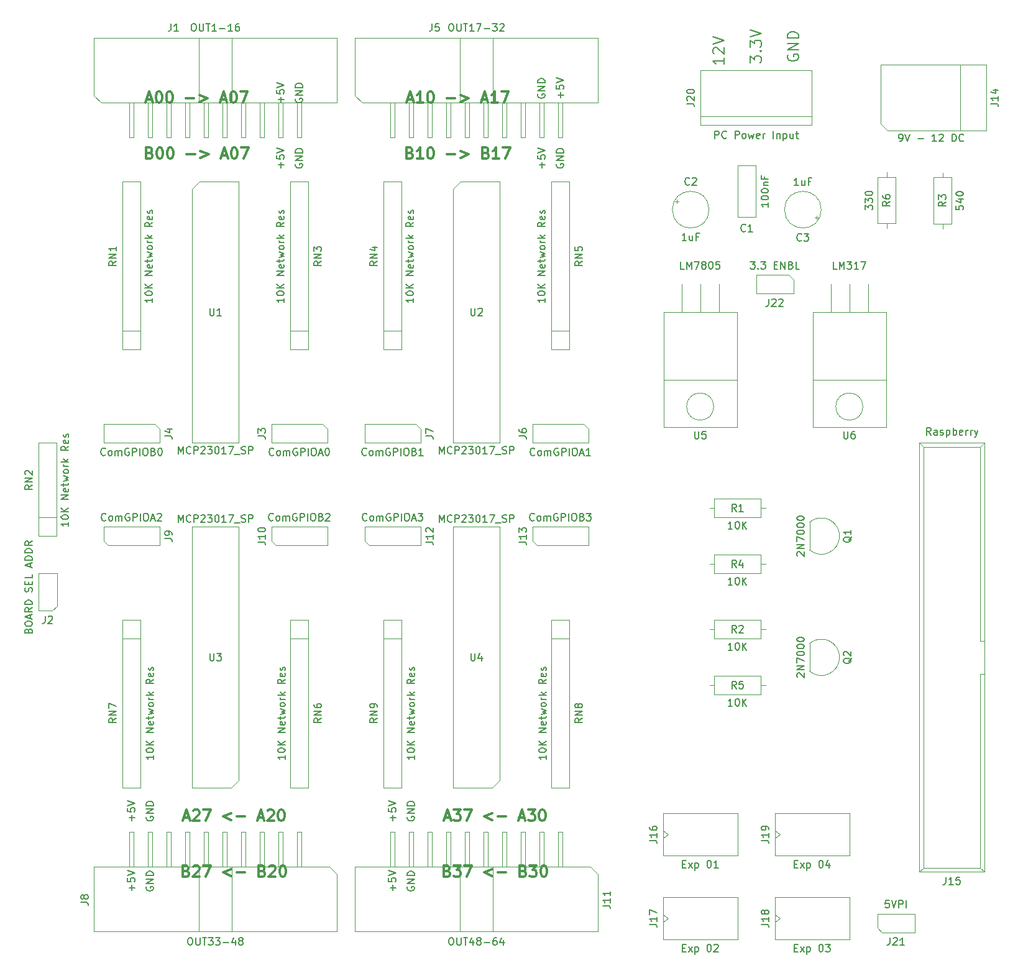
<source format=gbr>
G04 #@! TF.GenerationSoftware,KiCad,Pcbnew,(5.1.10)-1*
G04 #@! TF.CreationDate,2021-10-12T08:16:22+02:00*
G04 #@! TF.ProjectId,FGINT-V3-MASTER-64,4647494e-542d-4563-932d-4d4153544552,rev?*
G04 #@! TF.SameCoordinates,Original*
G04 #@! TF.FileFunction,Other,Fab,Top*
%FSLAX46Y46*%
G04 Gerber Fmt 4.6, Leading zero omitted, Abs format (unit mm)*
G04 Created by KiCad (PCBNEW (5.1.10)-1) date 2021-10-12 08:16:22*
%MOMM*%
%LPD*%
G01*
G04 APERTURE LIST*
%ADD10C,0.200000*%
%ADD11C,0.300000*%
%ADD12C,0.100000*%
%ADD13C,0.150000*%
G04 APERTURE END LIST*
D10*
X183650000Y-42671904D02*
X183602380Y-42767142D01*
X183602380Y-42910000D01*
X183650000Y-43052857D01*
X183745238Y-43148095D01*
X183840476Y-43195714D01*
X184030952Y-43243333D01*
X184173809Y-43243333D01*
X184364285Y-43195714D01*
X184459523Y-43148095D01*
X184554761Y-43052857D01*
X184602380Y-42910000D01*
X184602380Y-42814761D01*
X184554761Y-42671904D01*
X184507142Y-42624285D01*
X184173809Y-42624285D01*
X184173809Y-42814761D01*
X184602380Y-42195714D02*
X183602380Y-42195714D01*
X184602380Y-41624285D01*
X183602380Y-41624285D01*
X184602380Y-41148095D02*
X183602380Y-41148095D01*
X183602380Y-40910000D01*
X183650000Y-40767142D01*
X183745238Y-40671904D01*
X183840476Y-40624285D01*
X184030952Y-40576666D01*
X184173809Y-40576666D01*
X184364285Y-40624285D01*
X184459523Y-40671904D01*
X184554761Y-40767142D01*
X184602380Y-40910000D01*
X184602380Y-41148095D01*
X186761428Y-43195714D02*
X186761428Y-42433809D01*
X187142380Y-42814761D02*
X186380476Y-42814761D01*
X186142380Y-41481428D02*
X186142380Y-41957619D01*
X186618571Y-42005238D01*
X186570952Y-41957619D01*
X186523333Y-41862380D01*
X186523333Y-41624285D01*
X186570952Y-41529047D01*
X186618571Y-41481428D01*
X186713809Y-41433809D01*
X186951904Y-41433809D01*
X187047142Y-41481428D01*
X187094761Y-41529047D01*
X187142380Y-41624285D01*
X187142380Y-41862380D01*
X187094761Y-41957619D01*
X187047142Y-42005238D01*
X186142380Y-41148095D02*
X187142380Y-40814761D01*
X186142380Y-40481428D01*
X186190000Y-52196904D02*
X186142380Y-52292142D01*
X186142380Y-52435000D01*
X186190000Y-52577857D01*
X186285238Y-52673095D01*
X186380476Y-52720714D01*
X186570952Y-52768333D01*
X186713809Y-52768333D01*
X186904285Y-52720714D01*
X186999523Y-52673095D01*
X187094761Y-52577857D01*
X187142380Y-52435000D01*
X187142380Y-52339761D01*
X187094761Y-52196904D01*
X187047142Y-52149285D01*
X186713809Y-52149285D01*
X186713809Y-52339761D01*
X187142380Y-51720714D02*
X186142380Y-51720714D01*
X187142380Y-51149285D01*
X186142380Y-51149285D01*
X187142380Y-50673095D02*
X186142380Y-50673095D01*
X186142380Y-50435000D01*
X186190000Y-50292142D01*
X186285238Y-50196904D01*
X186380476Y-50149285D01*
X186570952Y-50101666D01*
X186713809Y-50101666D01*
X186904285Y-50149285D01*
X186999523Y-50196904D01*
X187094761Y-50292142D01*
X187142380Y-50435000D01*
X187142380Y-50673095D01*
X184221428Y-52720714D02*
X184221428Y-51958809D01*
X184602380Y-52339761D02*
X183840476Y-52339761D01*
X183602380Y-51006428D02*
X183602380Y-51482619D01*
X184078571Y-51530238D01*
X184030952Y-51482619D01*
X183983333Y-51387380D01*
X183983333Y-51149285D01*
X184030952Y-51054047D01*
X184078571Y-51006428D01*
X184173809Y-50958809D01*
X184411904Y-50958809D01*
X184507142Y-51006428D01*
X184554761Y-51054047D01*
X184602380Y-51149285D01*
X184602380Y-51387380D01*
X184554761Y-51482619D01*
X184507142Y-51530238D01*
X183602380Y-50673095D02*
X184602380Y-50339761D01*
X183602380Y-50006428D01*
X148661428Y-52720714D02*
X148661428Y-51958809D01*
X149042380Y-52339761D02*
X148280476Y-52339761D01*
X148042380Y-51006428D02*
X148042380Y-51482619D01*
X148518571Y-51530238D01*
X148470952Y-51482619D01*
X148423333Y-51387380D01*
X148423333Y-51149285D01*
X148470952Y-51054047D01*
X148518571Y-51006428D01*
X148613809Y-50958809D01*
X148851904Y-50958809D01*
X148947142Y-51006428D01*
X148994761Y-51054047D01*
X149042380Y-51149285D01*
X149042380Y-51387380D01*
X148994761Y-51482619D01*
X148947142Y-51530238D01*
X148042380Y-50673095D02*
X149042380Y-50339761D01*
X148042380Y-50006428D01*
X150630000Y-52196904D02*
X150582380Y-52292142D01*
X150582380Y-52435000D01*
X150630000Y-52577857D01*
X150725238Y-52673095D01*
X150820476Y-52720714D01*
X151010952Y-52768333D01*
X151153809Y-52768333D01*
X151344285Y-52720714D01*
X151439523Y-52673095D01*
X151534761Y-52577857D01*
X151582380Y-52435000D01*
X151582380Y-52339761D01*
X151534761Y-52196904D01*
X151487142Y-52149285D01*
X151153809Y-52149285D01*
X151153809Y-52339761D01*
X151582380Y-51720714D02*
X150582380Y-51720714D01*
X151582380Y-51149285D01*
X150582380Y-51149285D01*
X151582380Y-50673095D02*
X150582380Y-50673095D01*
X150582380Y-50435000D01*
X150630000Y-50292142D01*
X150725238Y-50196904D01*
X150820476Y-50149285D01*
X151010952Y-50101666D01*
X151153809Y-50101666D01*
X151344285Y-50149285D01*
X151439523Y-50196904D01*
X151534761Y-50292142D01*
X151582380Y-50435000D01*
X151582380Y-50673095D01*
X150630000Y-43306904D02*
X150582380Y-43402142D01*
X150582380Y-43545000D01*
X150630000Y-43687857D01*
X150725238Y-43783095D01*
X150820476Y-43830714D01*
X151010952Y-43878333D01*
X151153809Y-43878333D01*
X151344285Y-43830714D01*
X151439523Y-43783095D01*
X151534761Y-43687857D01*
X151582380Y-43545000D01*
X151582380Y-43449761D01*
X151534761Y-43306904D01*
X151487142Y-43259285D01*
X151153809Y-43259285D01*
X151153809Y-43449761D01*
X151582380Y-42830714D02*
X150582380Y-42830714D01*
X151582380Y-42259285D01*
X150582380Y-42259285D01*
X151582380Y-41783095D02*
X150582380Y-41783095D01*
X150582380Y-41545000D01*
X150630000Y-41402142D01*
X150725238Y-41306904D01*
X150820476Y-41259285D01*
X151010952Y-41211666D01*
X151153809Y-41211666D01*
X151344285Y-41259285D01*
X151439523Y-41306904D01*
X151534761Y-41402142D01*
X151582380Y-41545000D01*
X151582380Y-41783095D01*
X148661428Y-43830714D02*
X148661428Y-43068809D01*
X149042380Y-43449761D02*
X148280476Y-43449761D01*
X148042380Y-42116428D02*
X148042380Y-42592619D01*
X148518571Y-42640238D01*
X148470952Y-42592619D01*
X148423333Y-42497380D01*
X148423333Y-42259285D01*
X148470952Y-42164047D01*
X148518571Y-42116428D01*
X148613809Y-42068809D01*
X148851904Y-42068809D01*
X148947142Y-42116428D01*
X148994761Y-42164047D01*
X149042380Y-42259285D01*
X149042380Y-42497380D01*
X148994761Y-42592619D01*
X148947142Y-42640238D01*
X148042380Y-41783095D02*
X149042380Y-41449761D01*
X148042380Y-41116428D01*
X165870000Y-150621904D02*
X165822380Y-150717142D01*
X165822380Y-150860000D01*
X165870000Y-151002857D01*
X165965238Y-151098095D01*
X166060476Y-151145714D01*
X166250952Y-151193333D01*
X166393809Y-151193333D01*
X166584285Y-151145714D01*
X166679523Y-151098095D01*
X166774761Y-151002857D01*
X166822380Y-150860000D01*
X166822380Y-150764761D01*
X166774761Y-150621904D01*
X166727142Y-150574285D01*
X166393809Y-150574285D01*
X166393809Y-150764761D01*
X166822380Y-150145714D02*
X165822380Y-150145714D01*
X166822380Y-149574285D01*
X165822380Y-149574285D01*
X166822380Y-149098095D02*
X165822380Y-149098095D01*
X165822380Y-148860000D01*
X165870000Y-148717142D01*
X165965238Y-148621904D01*
X166060476Y-148574285D01*
X166250952Y-148526666D01*
X166393809Y-148526666D01*
X166584285Y-148574285D01*
X166679523Y-148621904D01*
X166774761Y-148717142D01*
X166822380Y-148860000D01*
X166822380Y-149098095D01*
X163901428Y-151145714D02*
X163901428Y-150383809D01*
X164282380Y-150764761D02*
X163520476Y-150764761D01*
X163282380Y-149431428D02*
X163282380Y-149907619D01*
X163758571Y-149955238D01*
X163710952Y-149907619D01*
X163663333Y-149812380D01*
X163663333Y-149574285D01*
X163710952Y-149479047D01*
X163758571Y-149431428D01*
X163853809Y-149383809D01*
X164091904Y-149383809D01*
X164187142Y-149431428D01*
X164234761Y-149479047D01*
X164282380Y-149574285D01*
X164282380Y-149812380D01*
X164234761Y-149907619D01*
X164187142Y-149955238D01*
X163282380Y-149098095D02*
X164282380Y-148764761D01*
X163282380Y-148431428D01*
X165870000Y-141096904D02*
X165822380Y-141192142D01*
X165822380Y-141335000D01*
X165870000Y-141477857D01*
X165965238Y-141573095D01*
X166060476Y-141620714D01*
X166250952Y-141668333D01*
X166393809Y-141668333D01*
X166584285Y-141620714D01*
X166679523Y-141573095D01*
X166774761Y-141477857D01*
X166822380Y-141335000D01*
X166822380Y-141239761D01*
X166774761Y-141096904D01*
X166727142Y-141049285D01*
X166393809Y-141049285D01*
X166393809Y-141239761D01*
X166822380Y-140620714D02*
X165822380Y-140620714D01*
X166822380Y-140049285D01*
X165822380Y-140049285D01*
X166822380Y-139573095D02*
X165822380Y-139573095D01*
X165822380Y-139335000D01*
X165870000Y-139192142D01*
X165965238Y-139096904D01*
X166060476Y-139049285D01*
X166250952Y-139001666D01*
X166393809Y-139001666D01*
X166584285Y-139049285D01*
X166679523Y-139096904D01*
X166774761Y-139192142D01*
X166822380Y-139335000D01*
X166822380Y-139573095D01*
X163901428Y-141620714D02*
X163901428Y-140858809D01*
X164282380Y-141239761D02*
X163520476Y-141239761D01*
X163282380Y-139906428D02*
X163282380Y-140382619D01*
X163758571Y-140430238D01*
X163710952Y-140382619D01*
X163663333Y-140287380D01*
X163663333Y-140049285D01*
X163710952Y-139954047D01*
X163758571Y-139906428D01*
X163853809Y-139858809D01*
X164091904Y-139858809D01*
X164187142Y-139906428D01*
X164234761Y-139954047D01*
X164282380Y-140049285D01*
X164282380Y-140287380D01*
X164234761Y-140382619D01*
X164187142Y-140430238D01*
X163282380Y-139573095D02*
X164282380Y-139239761D01*
X163282380Y-138906428D01*
X128341428Y-141620714D02*
X128341428Y-140858809D01*
X128722380Y-141239761D02*
X127960476Y-141239761D01*
X127722380Y-139906428D02*
X127722380Y-140382619D01*
X128198571Y-140430238D01*
X128150952Y-140382619D01*
X128103333Y-140287380D01*
X128103333Y-140049285D01*
X128150952Y-139954047D01*
X128198571Y-139906428D01*
X128293809Y-139858809D01*
X128531904Y-139858809D01*
X128627142Y-139906428D01*
X128674761Y-139954047D01*
X128722380Y-140049285D01*
X128722380Y-140287380D01*
X128674761Y-140382619D01*
X128627142Y-140430238D01*
X127722380Y-139573095D02*
X128722380Y-139239761D01*
X127722380Y-138906428D01*
X130310000Y-141096904D02*
X130262380Y-141192142D01*
X130262380Y-141335000D01*
X130310000Y-141477857D01*
X130405238Y-141573095D01*
X130500476Y-141620714D01*
X130690952Y-141668333D01*
X130833809Y-141668333D01*
X131024285Y-141620714D01*
X131119523Y-141573095D01*
X131214761Y-141477857D01*
X131262380Y-141335000D01*
X131262380Y-141239761D01*
X131214761Y-141096904D01*
X131167142Y-141049285D01*
X130833809Y-141049285D01*
X130833809Y-141239761D01*
X131262380Y-140620714D02*
X130262380Y-140620714D01*
X131262380Y-140049285D01*
X130262380Y-140049285D01*
X131262380Y-139573095D02*
X130262380Y-139573095D01*
X130262380Y-139335000D01*
X130310000Y-139192142D01*
X130405238Y-139096904D01*
X130500476Y-139049285D01*
X130690952Y-139001666D01*
X130833809Y-139001666D01*
X131024285Y-139049285D01*
X131119523Y-139096904D01*
X131214761Y-139192142D01*
X131262380Y-139335000D01*
X131262380Y-139573095D01*
X128341428Y-151145714D02*
X128341428Y-150383809D01*
X128722380Y-150764761D02*
X127960476Y-150764761D01*
X127722380Y-149431428D02*
X127722380Y-149907619D01*
X128198571Y-149955238D01*
X128150952Y-149907619D01*
X128103333Y-149812380D01*
X128103333Y-149574285D01*
X128150952Y-149479047D01*
X128198571Y-149431428D01*
X128293809Y-149383809D01*
X128531904Y-149383809D01*
X128627142Y-149431428D01*
X128674761Y-149479047D01*
X128722380Y-149574285D01*
X128722380Y-149812380D01*
X128674761Y-149907619D01*
X128627142Y-149955238D01*
X127722380Y-149098095D02*
X128722380Y-148764761D01*
X127722380Y-148431428D01*
X130310000Y-150621904D02*
X130262380Y-150717142D01*
X130262380Y-150860000D01*
X130310000Y-151002857D01*
X130405238Y-151098095D01*
X130500476Y-151145714D01*
X130690952Y-151193333D01*
X130833809Y-151193333D01*
X131024285Y-151145714D01*
X131119523Y-151098095D01*
X131214761Y-151002857D01*
X131262380Y-150860000D01*
X131262380Y-150764761D01*
X131214761Y-150621904D01*
X131167142Y-150574285D01*
X130833809Y-150574285D01*
X130833809Y-150764761D01*
X131262380Y-150145714D02*
X130262380Y-150145714D01*
X131262380Y-149574285D01*
X130262380Y-149574285D01*
X131262380Y-149098095D02*
X130262380Y-149098095D01*
X130262380Y-148860000D01*
X130310000Y-148717142D01*
X130405238Y-148621904D01*
X130500476Y-148574285D01*
X130690952Y-148526666D01*
X130833809Y-148526666D01*
X131024285Y-148574285D01*
X131119523Y-148621904D01*
X131214761Y-148717142D01*
X131262380Y-148860000D01*
X131262380Y-149098095D01*
D11*
X170942857Y-141220000D02*
X171657142Y-141220000D01*
X170800000Y-141648571D02*
X171300000Y-140148571D01*
X171800000Y-141648571D01*
X172157142Y-140148571D02*
X173085714Y-140148571D01*
X172585714Y-140720000D01*
X172800000Y-140720000D01*
X172942857Y-140791428D01*
X173014285Y-140862857D01*
X173085714Y-141005714D01*
X173085714Y-141362857D01*
X173014285Y-141505714D01*
X172942857Y-141577142D01*
X172800000Y-141648571D01*
X172371428Y-141648571D01*
X172228571Y-141577142D01*
X172157142Y-141505714D01*
X173585714Y-140148571D02*
X174585714Y-140148571D01*
X173942857Y-141648571D01*
X177442857Y-140648571D02*
X176300000Y-141077142D01*
X177442857Y-141505714D01*
X178157142Y-141077142D02*
X179300000Y-141077142D01*
X181085714Y-141220000D02*
X181800000Y-141220000D01*
X180942857Y-141648571D02*
X181442857Y-140148571D01*
X181942857Y-141648571D01*
X182300000Y-140148571D02*
X183228571Y-140148571D01*
X182728571Y-140720000D01*
X182942857Y-140720000D01*
X183085714Y-140791428D01*
X183157142Y-140862857D01*
X183228571Y-141005714D01*
X183228571Y-141362857D01*
X183157142Y-141505714D01*
X183085714Y-141577142D01*
X182942857Y-141648571D01*
X182514285Y-141648571D01*
X182371428Y-141577142D01*
X182300000Y-141505714D01*
X184157142Y-140148571D02*
X184300000Y-140148571D01*
X184442857Y-140220000D01*
X184514285Y-140291428D01*
X184585714Y-140434285D01*
X184657142Y-140720000D01*
X184657142Y-141077142D01*
X184585714Y-141362857D01*
X184514285Y-141505714D01*
X184442857Y-141577142D01*
X184300000Y-141648571D01*
X184157142Y-141648571D01*
X184014285Y-141577142D01*
X183942857Y-141505714D01*
X183871428Y-141362857D01*
X183800000Y-141077142D01*
X183800000Y-140720000D01*
X183871428Y-140434285D01*
X183942857Y-140291428D01*
X184014285Y-140220000D01*
X184157142Y-140148571D01*
X171300000Y-148482857D02*
X171514285Y-148554285D01*
X171585714Y-148625714D01*
X171657142Y-148768571D01*
X171657142Y-148982857D01*
X171585714Y-149125714D01*
X171514285Y-149197142D01*
X171371428Y-149268571D01*
X170800000Y-149268571D01*
X170800000Y-147768571D01*
X171300000Y-147768571D01*
X171442857Y-147840000D01*
X171514285Y-147911428D01*
X171585714Y-148054285D01*
X171585714Y-148197142D01*
X171514285Y-148340000D01*
X171442857Y-148411428D01*
X171300000Y-148482857D01*
X170800000Y-148482857D01*
X172157142Y-147768571D02*
X173085714Y-147768571D01*
X172585714Y-148340000D01*
X172800000Y-148340000D01*
X172942857Y-148411428D01*
X173014285Y-148482857D01*
X173085714Y-148625714D01*
X173085714Y-148982857D01*
X173014285Y-149125714D01*
X172942857Y-149197142D01*
X172800000Y-149268571D01*
X172371428Y-149268571D01*
X172228571Y-149197142D01*
X172157142Y-149125714D01*
X173585714Y-147768571D02*
X174585714Y-147768571D01*
X173942857Y-149268571D01*
X177442857Y-148268571D02*
X176300000Y-148697142D01*
X177442857Y-149125714D01*
X178157142Y-148697142D02*
X179300000Y-148697142D01*
X181657142Y-148482857D02*
X181871428Y-148554285D01*
X181942857Y-148625714D01*
X182014285Y-148768571D01*
X182014285Y-148982857D01*
X181942857Y-149125714D01*
X181871428Y-149197142D01*
X181728571Y-149268571D01*
X181157142Y-149268571D01*
X181157142Y-147768571D01*
X181657142Y-147768571D01*
X181800000Y-147840000D01*
X181871428Y-147911428D01*
X181942857Y-148054285D01*
X181942857Y-148197142D01*
X181871428Y-148340000D01*
X181800000Y-148411428D01*
X181657142Y-148482857D01*
X181157142Y-148482857D01*
X182514285Y-147768571D02*
X183442857Y-147768571D01*
X182942857Y-148340000D01*
X183157142Y-148340000D01*
X183300000Y-148411428D01*
X183371428Y-148482857D01*
X183442857Y-148625714D01*
X183442857Y-148982857D01*
X183371428Y-149125714D01*
X183300000Y-149197142D01*
X183157142Y-149268571D01*
X182728571Y-149268571D01*
X182585714Y-149197142D01*
X182514285Y-149125714D01*
X184371428Y-147768571D02*
X184514285Y-147768571D01*
X184657142Y-147840000D01*
X184728571Y-147911428D01*
X184800000Y-148054285D01*
X184871428Y-148340000D01*
X184871428Y-148697142D01*
X184800000Y-148982857D01*
X184728571Y-149125714D01*
X184657142Y-149197142D01*
X184514285Y-149268571D01*
X184371428Y-149268571D01*
X184228571Y-149197142D01*
X184157142Y-149125714D01*
X184085714Y-148982857D01*
X184014285Y-148697142D01*
X184014285Y-148340000D01*
X184085714Y-148054285D01*
X184157142Y-147911428D01*
X184228571Y-147840000D01*
X184371428Y-147768571D01*
X135740000Y-148482857D02*
X135954285Y-148554285D01*
X136025714Y-148625714D01*
X136097142Y-148768571D01*
X136097142Y-148982857D01*
X136025714Y-149125714D01*
X135954285Y-149197142D01*
X135811428Y-149268571D01*
X135240000Y-149268571D01*
X135240000Y-147768571D01*
X135740000Y-147768571D01*
X135882857Y-147840000D01*
X135954285Y-147911428D01*
X136025714Y-148054285D01*
X136025714Y-148197142D01*
X135954285Y-148340000D01*
X135882857Y-148411428D01*
X135740000Y-148482857D01*
X135240000Y-148482857D01*
X136668571Y-147911428D02*
X136740000Y-147840000D01*
X136882857Y-147768571D01*
X137240000Y-147768571D01*
X137382857Y-147840000D01*
X137454285Y-147911428D01*
X137525714Y-148054285D01*
X137525714Y-148197142D01*
X137454285Y-148411428D01*
X136597142Y-149268571D01*
X137525714Y-149268571D01*
X138025714Y-147768571D02*
X139025714Y-147768571D01*
X138382857Y-149268571D01*
X141882857Y-148268571D02*
X140740000Y-148697142D01*
X141882857Y-149125714D01*
X142597142Y-148697142D02*
X143740000Y-148697142D01*
X146097142Y-148482857D02*
X146311428Y-148554285D01*
X146382857Y-148625714D01*
X146454285Y-148768571D01*
X146454285Y-148982857D01*
X146382857Y-149125714D01*
X146311428Y-149197142D01*
X146168571Y-149268571D01*
X145597142Y-149268571D01*
X145597142Y-147768571D01*
X146097142Y-147768571D01*
X146240000Y-147840000D01*
X146311428Y-147911428D01*
X146382857Y-148054285D01*
X146382857Y-148197142D01*
X146311428Y-148340000D01*
X146240000Y-148411428D01*
X146097142Y-148482857D01*
X145597142Y-148482857D01*
X147025714Y-147911428D02*
X147097142Y-147840000D01*
X147240000Y-147768571D01*
X147597142Y-147768571D01*
X147740000Y-147840000D01*
X147811428Y-147911428D01*
X147882857Y-148054285D01*
X147882857Y-148197142D01*
X147811428Y-148411428D01*
X146954285Y-149268571D01*
X147882857Y-149268571D01*
X148811428Y-147768571D02*
X148954285Y-147768571D01*
X149097142Y-147840000D01*
X149168571Y-147911428D01*
X149240000Y-148054285D01*
X149311428Y-148340000D01*
X149311428Y-148697142D01*
X149240000Y-148982857D01*
X149168571Y-149125714D01*
X149097142Y-149197142D01*
X148954285Y-149268571D01*
X148811428Y-149268571D01*
X148668571Y-149197142D01*
X148597142Y-149125714D01*
X148525714Y-148982857D01*
X148454285Y-148697142D01*
X148454285Y-148340000D01*
X148525714Y-148054285D01*
X148597142Y-147911428D01*
X148668571Y-147840000D01*
X148811428Y-147768571D01*
X135382857Y-141220000D02*
X136097142Y-141220000D01*
X135240000Y-141648571D02*
X135740000Y-140148571D01*
X136240000Y-141648571D01*
X136668571Y-140291428D02*
X136740000Y-140220000D01*
X136882857Y-140148571D01*
X137240000Y-140148571D01*
X137382857Y-140220000D01*
X137454285Y-140291428D01*
X137525714Y-140434285D01*
X137525714Y-140577142D01*
X137454285Y-140791428D01*
X136597142Y-141648571D01*
X137525714Y-141648571D01*
X138025714Y-140148571D02*
X139025714Y-140148571D01*
X138382857Y-141648571D01*
X141882857Y-140648571D02*
X140740000Y-141077142D01*
X141882857Y-141505714D01*
X142597142Y-141077142D02*
X143740000Y-141077142D01*
X145525714Y-141220000D02*
X146240000Y-141220000D01*
X145382857Y-141648571D02*
X145882857Y-140148571D01*
X146382857Y-141648571D01*
X146811428Y-140291428D02*
X146882857Y-140220000D01*
X147025714Y-140148571D01*
X147382857Y-140148571D01*
X147525714Y-140220000D01*
X147597142Y-140291428D01*
X147668571Y-140434285D01*
X147668571Y-140577142D01*
X147597142Y-140791428D01*
X146740000Y-141648571D01*
X147668571Y-141648571D01*
X148597142Y-140148571D02*
X148740000Y-140148571D01*
X148882857Y-140220000D01*
X148954285Y-140291428D01*
X149025714Y-140434285D01*
X149097142Y-140720000D01*
X149097142Y-141077142D01*
X149025714Y-141362857D01*
X148954285Y-141505714D01*
X148882857Y-141577142D01*
X148740000Y-141648571D01*
X148597142Y-141648571D01*
X148454285Y-141577142D01*
X148382857Y-141505714D01*
X148311428Y-141362857D01*
X148240000Y-141077142D01*
X148240000Y-140720000D01*
X148311428Y-140434285D01*
X148382857Y-140291428D01*
X148454285Y-140220000D01*
X148597142Y-140148571D01*
X130767142Y-50692857D02*
X130981428Y-50764285D01*
X131052857Y-50835714D01*
X131124285Y-50978571D01*
X131124285Y-51192857D01*
X131052857Y-51335714D01*
X130981428Y-51407142D01*
X130838571Y-51478571D01*
X130267142Y-51478571D01*
X130267142Y-49978571D01*
X130767142Y-49978571D01*
X130910000Y-50050000D01*
X130981428Y-50121428D01*
X131052857Y-50264285D01*
X131052857Y-50407142D01*
X130981428Y-50550000D01*
X130910000Y-50621428D01*
X130767142Y-50692857D01*
X130267142Y-50692857D01*
X132052857Y-49978571D02*
X132195714Y-49978571D01*
X132338571Y-50050000D01*
X132410000Y-50121428D01*
X132481428Y-50264285D01*
X132552857Y-50550000D01*
X132552857Y-50907142D01*
X132481428Y-51192857D01*
X132410000Y-51335714D01*
X132338571Y-51407142D01*
X132195714Y-51478571D01*
X132052857Y-51478571D01*
X131910000Y-51407142D01*
X131838571Y-51335714D01*
X131767142Y-51192857D01*
X131695714Y-50907142D01*
X131695714Y-50550000D01*
X131767142Y-50264285D01*
X131838571Y-50121428D01*
X131910000Y-50050000D01*
X132052857Y-49978571D01*
X133481428Y-49978571D02*
X133624285Y-49978571D01*
X133767142Y-50050000D01*
X133838571Y-50121428D01*
X133910000Y-50264285D01*
X133981428Y-50550000D01*
X133981428Y-50907142D01*
X133910000Y-51192857D01*
X133838571Y-51335714D01*
X133767142Y-51407142D01*
X133624285Y-51478571D01*
X133481428Y-51478571D01*
X133338571Y-51407142D01*
X133267142Y-51335714D01*
X133195714Y-51192857D01*
X133124285Y-50907142D01*
X133124285Y-50550000D01*
X133195714Y-50264285D01*
X133267142Y-50121428D01*
X133338571Y-50050000D01*
X133481428Y-49978571D01*
X135767142Y-50907142D02*
X136910000Y-50907142D01*
X137624285Y-50478571D02*
X138767142Y-50907142D01*
X137624285Y-51335714D01*
X140552857Y-51050000D02*
X141267142Y-51050000D01*
X140410000Y-51478571D02*
X140910000Y-49978571D01*
X141410000Y-51478571D01*
X142195714Y-49978571D02*
X142338571Y-49978571D01*
X142481428Y-50050000D01*
X142552857Y-50121428D01*
X142624285Y-50264285D01*
X142695714Y-50550000D01*
X142695714Y-50907142D01*
X142624285Y-51192857D01*
X142552857Y-51335714D01*
X142481428Y-51407142D01*
X142338571Y-51478571D01*
X142195714Y-51478571D01*
X142052857Y-51407142D01*
X141981428Y-51335714D01*
X141910000Y-51192857D01*
X141838571Y-50907142D01*
X141838571Y-50550000D01*
X141910000Y-50264285D01*
X141981428Y-50121428D01*
X142052857Y-50050000D01*
X142195714Y-49978571D01*
X143195714Y-49978571D02*
X144195714Y-49978571D01*
X143552857Y-51478571D01*
X166220000Y-50692857D02*
X166434285Y-50764285D01*
X166505714Y-50835714D01*
X166577142Y-50978571D01*
X166577142Y-51192857D01*
X166505714Y-51335714D01*
X166434285Y-51407142D01*
X166291428Y-51478571D01*
X165720000Y-51478571D01*
X165720000Y-49978571D01*
X166220000Y-49978571D01*
X166362857Y-50050000D01*
X166434285Y-50121428D01*
X166505714Y-50264285D01*
X166505714Y-50407142D01*
X166434285Y-50550000D01*
X166362857Y-50621428D01*
X166220000Y-50692857D01*
X165720000Y-50692857D01*
X168005714Y-51478571D02*
X167148571Y-51478571D01*
X167577142Y-51478571D02*
X167577142Y-49978571D01*
X167434285Y-50192857D01*
X167291428Y-50335714D01*
X167148571Y-50407142D01*
X168934285Y-49978571D02*
X169077142Y-49978571D01*
X169220000Y-50050000D01*
X169291428Y-50121428D01*
X169362857Y-50264285D01*
X169434285Y-50550000D01*
X169434285Y-50907142D01*
X169362857Y-51192857D01*
X169291428Y-51335714D01*
X169220000Y-51407142D01*
X169077142Y-51478571D01*
X168934285Y-51478571D01*
X168791428Y-51407142D01*
X168720000Y-51335714D01*
X168648571Y-51192857D01*
X168577142Y-50907142D01*
X168577142Y-50550000D01*
X168648571Y-50264285D01*
X168720000Y-50121428D01*
X168791428Y-50050000D01*
X168934285Y-49978571D01*
X171220000Y-50907142D02*
X172362857Y-50907142D01*
X173077142Y-50478571D02*
X174220000Y-50907142D01*
X173077142Y-51335714D01*
X176577142Y-50692857D02*
X176791428Y-50764285D01*
X176862857Y-50835714D01*
X176934285Y-50978571D01*
X176934285Y-51192857D01*
X176862857Y-51335714D01*
X176791428Y-51407142D01*
X176648571Y-51478571D01*
X176077142Y-51478571D01*
X176077142Y-49978571D01*
X176577142Y-49978571D01*
X176720000Y-50050000D01*
X176791428Y-50121428D01*
X176862857Y-50264285D01*
X176862857Y-50407142D01*
X176791428Y-50550000D01*
X176720000Y-50621428D01*
X176577142Y-50692857D01*
X176077142Y-50692857D01*
X178362857Y-51478571D02*
X177505714Y-51478571D01*
X177934285Y-51478571D02*
X177934285Y-49978571D01*
X177791428Y-50192857D01*
X177648571Y-50335714D01*
X177505714Y-50407142D01*
X178862857Y-49978571D02*
X179862857Y-49978571D01*
X179220000Y-51478571D01*
X165862857Y-43430000D02*
X166577142Y-43430000D01*
X165720000Y-43858571D02*
X166220000Y-42358571D01*
X166720000Y-43858571D01*
X168005714Y-43858571D02*
X167148571Y-43858571D01*
X167577142Y-43858571D02*
X167577142Y-42358571D01*
X167434285Y-42572857D01*
X167291428Y-42715714D01*
X167148571Y-42787142D01*
X168934285Y-42358571D02*
X169077142Y-42358571D01*
X169220000Y-42430000D01*
X169291428Y-42501428D01*
X169362857Y-42644285D01*
X169434285Y-42930000D01*
X169434285Y-43287142D01*
X169362857Y-43572857D01*
X169291428Y-43715714D01*
X169220000Y-43787142D01*
X169077142Y-43858571D01*
X168934285Y-43858571D01*
X168791428Y-43787142D01*
X168720000Y-43715714D01*
X168648571Y-43572857D01*
X168577142Y-43287142D01*
X168577142Y-42930000D01*
X168648571Y-42644285D01*
X168720000Y-42501428D01*
X168791428Y-42430000D01*
X168934285Y-42358571D01*
X171220000Y-43287142D02*
X172362857Y-43287142D01*
X173077142Y-42858571D02*
X174220000Y-43287142D01*
X173077142Y-43715714D01*
X176005714Y-43430000D02*
X176720000Y-43430000D01*
X175862857Y-43858571D02*
X176362857Y-42358571D01*
X176862857Y-43858571D01*
X178148571Y-43858571D02*
X177291428Y-43858571D01*
X177720000Y-43858571D02*
X177720000Y-42358571D01*
X177577142Y-42572857D01*
X177434285Y-42715714D01*
X177291428Y-42787142D01*
X178648571Y-42358571D02*
X179648571Y-42358571D01*
X179005714Y-43858571D01*
X130302857Y-43430000D02*
X131017142Y-43430000D01*
X130160000Y-43858571D02*
X130660000Y-42358571D01*
X131160000Y-43858571D01*
X131945714Y-42358571D02*
X132088571Y-42358571D01*
X132231428Y-42430000D01*
X132302857Y-42501428D01*
X132374285Y-42644285D01*
X132445714Y-42930000D01*
X132445714Y-43287142D01*
X132374285Y-43572857D01*
X132302857Y-43715714D01*
X132231428Y-43787142D01*
X132088571Y-43858571D01*
X131945714Y-43858571D01*
X131802857Y-43787142D01*
X131731428Y-43715714D01*
X131660000Y-43572857D01*
X131588571Y-43287142D01*
X131588571Y-42930000D01*
X131660000Y-42644285D01*
X131731428Y-42501428D01*
X131802857Y-42430000D01*
X131945714Y-42358571D01*
X133374285Y-42358571D02*
X133517142Y-42358571D01*
X133660000Y-42430000D01*
X133731428Y-42501428D01*
X133802857Y-42644285D01*
X133874285Y-42930000D01*
X133874285Y-43287142D01*
X133802857Y-43572857D01*
X133731428Y-43715714D01*
X133660000Y-43787142D01*
X133517142Y-43858571D01*
X133374285Y-43858571D01*
X133231428Y-43787142D01*
X133160000Y-43715714D01*
X133088571Y-43572857D01*
X133017142Y-43287142D01*
X133017142Y-42930000D01*
X133088571Y-42644285D01*
X133160000Y-42501428D01*
X133231428Y-42430000D01*
X133374285Y-42358571D01*
X135660000Y-43287142D02*
X136802857Y-43287142D01*
X137517142Y-42858571D02*
X138660000Y-43287142D01*
X137517142Y-43715714D01*
X140445714Y-43430000D02*
X141160000Y-43430000D01*
X140302857Y-43858571D02*
X140802857Y-42358571D01*
X141302857Y-43858571D01*
X142088571Y-42358571D02*
X142231428Y-42358571D01*
X142374285Y-42430000D01*
X142445714Y-42501428D01*
X142517142Y-42644285D01*
X142588571Y-42930000D01*
X142588571Y-43287142D01*
X142517142Y-43572857D01*
X142445714Y-43715714D01*
X142374285Y-43787142D01*
X142231428Y-43858571D01*
X142088571Y-43858571D01*
X141945714Y-43787142D01*
X141874285Y-43715714D01*
X141802857Y-43572857D01*
X141731428Y-43287142D01*
X141731428Y-42930000D01*
X141802857Y-42644285D01*
X141874285Y-42501428D01*
X141945714Y-42430000D01*
X142088571Y-42358571D01*
X143088571Y-42358571D02*
X144088571Y-42358571D01*
X143445714Y-43858571D01*
D10*
X217690000Y-37337857D02*
X217618571Y-37480714D01*
X217618571Y-37695000D01*
X217690000Y-37909285D01*
X217832857Y-38052142D01*
X217975714Y-38123571D01*
X218261428Y-38195000D01*
X218475714Y-38195000D01*
X218761428Y-38123571D01*
X218904285Y-38052142D01*
X219047142Y-37909285D01*
X219118571Y-37695000D01*
X219118571Y-37552142D01*
X219047142Y-37337857D01*
X218975714Y-37266428D01*
X218475714Y-37266428D01*
X218475714Y-37552142D01*
X219118571Y-36623571D02*
X217618571Y-36623571D01*
X219118571Y-35766428D01*
X217618571Y-35766428D01*
X219118571Y-35052142D02*
X217618571Y-35052142D01*
X217618571Y-34695000D01*
X217690000Y-34480714D01*
X217832857Y-34337857D01*
X217975714Y-34266428D01*
X218261428Y-34195000D01*
X218475714Y-34195000D01*
X218761428Y-34266428D01*
X218904285Y-34337857D01*
X219047142Y-34480714D01*
X219118571Y-34695000D01*
X219118571Y-35052142D01*
X212538571Y-38409285D02*
X212538571Y-37480714D01*
X213110000Y-37980714D01*
X213110000Y-37766428D01*
X213181428Y-37623571D01*
X213252857Y-37552142D01*
X213395714Y-37480714D01*
X213752857Y-37480714D01*
X213895714Y-37552142D01*
X213967142Y-37623571D01*
X214038571Y-37766428D01*
X214038571Y-38195000D01*
X213967142Y-38337857D01*
X213895714Y-38409285D01*
X213895714Y-36837857D02*
X213967142Y-36766428D01*
X214038571Y-36837857D01*
X213967142Y-36909285D01*
X213895714Y-36837857D01*
X214038571Y-36837857D01*
X212538571Y-36266428D02*
X212538571Y-35337857D01*
X213110000Y-35837857D01*
X213110000Y-35623571D01*
X213181428Y-35480714D01*
X213252857Y-35409285D01*
X213395714Y-35337857D01*
X213752857Y-35337857D01*
X213895714Y-35409285D01*
X213967142Y-35480714D01*
X214038571Y-35623571D01*
X214038571Y-36052142D01*
X213967142Y-36195000D01*
X213895714Y-36266428D01*
X212538571Y-34909285D02*
X214038571Y-34409285D01*
X212538571Y-33909285D01*
X208958571Y-37758571D02*
X208958571Y-38615714D01*
X208958571Y-38187142D02*
X207458571Y-38187142D01*
X207672857Y-38330000D01*
X207815714Y-38472857D01*
X207887142Y-38615714D01*
X207601428Y-37187142D02*
X207530000Y-37115714D01*
X207458571Y-36972857D01*
X207458571Y-36615714D01*
X207530000Y-36472857D01*
X207601428Y-36401428D01*
X207744285Y-36330000D01*
X207887142Y-36330000D01*
X208101428Y-36401428D01*
X208958571Y-37258571D01*
X208958571Y-36330000D01*
X207458571Y-35901428D02*
X208958571Y-35401428D01*
X207458571Y-34901428D01*
D12*
X220650000Y-117490000D02*
X220650000Y-121240000D01*
X220647615Y-117487182D02*
G75*
G02*
X224730000Y-119380000I1602385J-1892818D01*
G01*
X220657453Y-121281103D02*
G75*
G03*
X224730000Y-119380000I1592547J1901103D01*
G01*
X220650000Y-100980000D02*
X220650000Y-104730000D01*
X220647615Y-100977182D02*
G75*
G02*
X224730000Y-102870000I1602385J-1892818D01*
G01*
X220657453Y-104771103D02*
G75*
G03*
X224730000Y-102870000I1592547J1901103D01*
G01*
X218440000Y-67945000D02*
X218440000Y-69850000D01*
X218440000Y-69850000D02*
X213360000Y-69850000D01*
X213360000Y-69850000D02*
X213360000Y-67310000D01*
X213360000Y-67310000D02*
X217805000Y-67310000D01*
X217805000Y-67310000D02*
X218440000Y-67945000D01*
X229870000Y-156210000D02*
X229870000Y-154305000D01*
X229870000Y-154305000D02*
X234950000Y-154305000D01*
X234950000Y-154305000D02*
X234950000Y-156845000D01*
X234950000Y-156845000D02*
X230505000Y-156845000D01*
X230505000Y-156845000D02*
X229870000Y-156210000D01*
X215900000Y-152020000D02*
X215900000Y-157820000D01*
X215900000Y-157820000D02*
X226060000Y-157820000D01*
X226060000Y-157820000D02*
X226060000Y-152020000D01*
X226060000Y-152020000D02*
X215900000Y-152020000D01*
X215900000Y-154440000D02*
X216607107Y-154940000D01*
X216607107Y-154940000D02*
X215900000Y-155440000D01*
X200660000Y-152020000D02*
X200660000Y-157820000D01*
X200660000Y-157820000D02*
X210820000Y-157820000D01*
X210820000Y-157820000D02*
X210820000Y-152020000D01*
X210820000Y-152020000D02*
X200660000Y-152020000D01*
X200660000Y-154440000D02*
X201367107Y-154940000D01*
X201367107Y-154940000D02*
X200660000Y-155440000D01*
X200660000Y-140590000D02*
X200660000Y-146390000D01*
X200660000Y-146390000D02*
X210820000Y-146390000D01*
X210820000Y-146390000D02*
X210820000Y-140590000D01*
X210820000Y-140590000D02*
X200660000Y-140590000D01*
X200660000Y-143010000D02*
X201367107Y-143510000D01*
X201367107Y-143510000D02*
X200660000Y-144010000D01*
X210840000Y-52420000D02*
X210840000Y-59420000D01*
X213340000Y-52420000D02*
X210840000Y-52420000D01*
X213340000Y-59420000D02*
X213340000Y-52420000D01*
X210840000Y-59420000D02*
X213340000Y-59420000D01*
X206950000Y-58420000D02*
G75*
G03*
X206950000Y-58420000I-2500000J0D01*
G01*
X202316395Y-57332500D02*
X202816395Y-57332500D01*
X202566395Y-57082500D02*
X202566395Y-57582500D01*
X221613605Y-59757500D02*
X221613605Y-59257500D01*
X221863605Y-59507500D02*
X221363605Y-59507500D01*
X222230000Y-58420000D02*
G75*
G03*
X222230000Y-58420000I-2500000J0D01*
G01*
X241200000Y-47680000D02*
X241200000Y-38680000D01*
X230300000Y-46680000D02*
X230300000Y-38680000D01*
X231300000Y-47680000D02*
X230300000Y-46680000D01*
X244700000Y-47680000D02*
X231300000Y-47680000D01*
X244700000Y-38680000D02*
X244700000Y-47680000D01*
X230300000Y-38680000D02*
X244700000Y-38680000D01*
X244455000Y-90150000D02*
X243905000Y-90710000D01*
X244455000Y-148610000D02*
X243905000Y-148070000D01*
X235605000Y-90150000D02*
X236155000Y-90710000D01*
X235605000Y-148610000D02*
X236155000Y-148070000D01*
X236155000Y-90710000D02*
X243905000Y-90710000D01*
X235605000Y-90150000D02*
X244455000Y-90150000D01*
X236155000Y-148070000D02*
X243905000Y-148070000D01*
X235605000Y-148610000D02*
X244455000Y-148610000D01*
X243905000Y-117130000D02*
X244455000Y-117130000D01*
X243905000Y-121630000D02*
X244455000Y-121630000D01*
X243905000Y-117130000D02*
X243905000Y-90710000D01*
X243905000Y-148070000D02*
X243905000Y-121630000D01*
X244455000Y-148610000D02*
X244455000Y-90150000D01*
X236155000Y-148070000D02*
X236155000Y-90710000D01*
X235605000Y-148610000D02*
X235605000Y-90150000D01*
X214630000Y-99060000D02*
X213970000Y-99060000D01*
X207010000Y-99060000D02*
X207670000Y-99060000D01*
X213970000Y-97810000D02*
X207670000Y-97810000D01*
X213970000Y-100310000D02*
X213970000Y-97810000D01*
X207670000Y-100310000D02*
X213970000Y-100310000D01*
X207670000Y-97810000D02*
X207670000Y-100310000D01*
X207670000Y-114320000D02*
X207670000Y-116820000D01*
X207670000Y-116820000D02*
X213970000Y-116820000D01*
X213970000Y-116820000D02*
X213970000Y-114320000D01*
X213970000Y-114320000D02*
X207670000Y-114320000D01*
X207010000Y-115570000D02*
X207670000Y-115570000D01*
X214630000Y-115570000D02*
X213970000Y-115570000D01*
X238760000Y-53380000D02*
X238760000Y-54040000D01*
X238760000Y-61000000D02*
X238760000Y-60340000D01*
X237510000Y-54040000D02*
X237510000Y-60340000D01*
X240010000Y-54040000D02*
X237510000Y-54040000D01*
X240010000Y-60340000D02*
X240010000Y-54040000D01*
X237510000Y-60340000D02*
X240010000Y-60340000D01*
X207670000Y-105430000D02*
X207670000Y-107930000D01*
X207670000Y-107930000D02*
X213970000Y-107930000D01*
X213970000Y-107930000D02*
X213970000Y-105430000D01*
X213970000Y-105430000D02*
X207670000Y-105430000D01*
X207010000Y-106680000D02*
X207670000Y-106680000D01*
X214630000Y-106680000D02*
X213970000Y-106680000D01*
X214630000Y-123190000D02*
X213970000Y-123190000D01*
X207010000Y-123190000D02*
X207670000Y-123190000D01*
X213970000Y-121940000D02*
X207670000Y-121940000D01*
X213970000Y-124440000D02*
X213970000Y-121940000D01*
X207670000Y-124440000D02*
X213970000Y-124440000D01*
X207670000Y-121940000D02*
X207670000Y-124440000D01*
X232390000Y-54000000D02*
X229890000Y-54000000D01*
X229890000Y-54000000D02*
X229890000Y-60300000D01*
X229890000Y-60300000D02*
X232390000Y-60300000D01*
X232390000Y-60300000D02*
X232390000Y-54000000D01*
X231140000Y-53340000D02*
X231140000Y-54000000D01*
X231140000Y-60960000D02*
X231140000Y-60300000D01*
X149880000Y-74930000D02*
X152380000Y-74930000D01*
X149880000Y-54590000D02*
X149880000Y-77490000D01*
X152380000Y-54590000D02*
X149880000Y-54590000D01*
X152380000Y-77490000D02*
X152380000Y-54590000D01*
X149880000Y-77490000D02*
X152380000Y-77490000D01*
X127020000Y-77490000D02*
X129520000Y-77490000D01*
X129520000Y-77490000D02*
X129520000Y-54590000D01*
X129520000Y-54590000D02*
X127020000Y-54590000D01*
X127020000Y-54590000D02*
X127020000Y-77490000D01*
X127020000Y-74930000D02*
X129520000Y-74930000D01*
X185440000Y-74930000D02*
X187940000Y-74930000D01*
X185440000Y-54590000D02*
X185440000Y-77490000D01*
X187940000Y-54590000D02*
X185440000Y-54590000D01*
X187940000Y-77490000D02*
X187940000Y-54590000D01*
X185440000Y-77490000D02*
X187940000Y-77490000D01*
X162580000Y-77490000D02*
X165080000Y-77490000D01*
X165080000Y-77490000D02*
X165080000Y-54590000D01*
X165080000Y-54590000D02*
X162580000Y-54590000D01*
X162580000Y-54590000D02*
X162580000Y-77490000D01*
X162580000Y-74930000D02*
X165080000Y-74930000D01*
X137525000Y-54610000D02*
X142875000Y-54610000D01*
X142875000Y-54610000D02*
X142875000Y-90170000D01*
X142875000Y-90170000D02*
X136525000Y-90170000D01*
X136525000Y-90170000D02*
X136525000Y-55610000D01*
X136525000Y-55610000D02*
X137525000Y-54610000D01*
X173085000Y-54610000D02*
X178435000Y-54610000D01*
X178435000Y-54610000D02*
X178435000Y-90170000D01*
X178435000Y-90170000D02*
X172085000Y-90170000D01*
X172085000Y-90170000D02*
X172085000Y-55610000D01*
X172085000Y-55610000D02*
X173085000Y-54610000D01*
X207590000Y-85240000D02*
G75*
G03*
X207590000Y-85240000I-1850000J0D01*
G01*
X210740000Y-81640000D02*
X210740000Y-88040000D01*
X210740000Y-88040000D02*
X200740000Y-88040000D01*
X200740000Y-88040000D02*
X200740000Y-81640000D01*
X200740000Y-81640000D02*
X210740000Y-81640000D01*
X210740000Y-72390000D02*
X210740000Y-81640000D01*
X210740000Y-81640000D02*
X200740000Y-81640000D01*
X200740000Y-81640000D02*
X200740000Y-72390000D01*
X200740000Y-72390000D02*
X210740000Y-72390000D01*
X208280000Y-72390000D02*
X208280000Y-68580000D01*
X205740000Y-72390000D02*
X205740000Y-68580000D01*
X203200000Y-72390000D02*
X203200000Y-68580000D01*
X223520000Y-72390000D02*
X223520000Y-68580000D01*
X226060000Y-72390000D02*
X226060000Y-68580000D01*
X228600000Y-72390000D02*
X228600000Y-68580000D01*
X221060000Y-72390000D02*
X231060000Y-72390000D01*
X221060000Y-81640000D02*
X221060000Y-72390000D01*
X231060000Y-81640000D02*
X221060000Y-81640000D01*
X231060000Y-72390000D02*
X231060000Y-81640000D01*
X221060000Y-81640000D02*
X231060000Y-81640000D01*
X221060000Y-88040000D02*
X221060000Y-81640000D01*
X231060000Y-88040000D02*
X221060000Y-88040000D01*
X231060000Y-81640000D02*
X231060000Y-88040000D01*
X227910000Y-85240000D02*
G75*
G03*
X227910000Y-85240000I-1850000J0D01*
G01*
X216607107Y-143510000D02*
X215900000Y-144010000D01*
X215900000Y-143010000D02*
X216607107Y-143510000D01*
X226060000Y-140590000D02*
X215900000Y-140590000D01*
X226060000Y-146390000D02*
X226060000Y-140590000D01*
X215900000Y-146390000D02*
X226060000Y-146390000D01*
X215900000Y-140590000D02*
X215900000Y-146390000D01*
X127950000Y-48580000D02*
X128590000Y-48580000D01*
X128590000Y-48580000D02*
X128590000Y-43880000D01*
X138750000Y-48580000D02*
X138750000Y-43880000D01*
X140650000Y-48580000D02*
X141290000Y-48580000D01*
X141290000Y-48580000D02*
X141290000Y-43880000D01*
X143190000Y-48580000D02*
X143830000Y-48580000D01*
X143830000Y-48580000D02*
X143830000Y-43880000D01*
X145730000Y-48580000D02*
X146370000Y-48580000D01*
X146370000Y-48580000D02*
X146370000Y-43880000D01*
X130490000Y-48580000D02*
X131130000Y-48580000D01*
X131130000Y-48580000D02*
X131130000Y-43880000D01*
X148270000Y-48580000D02*
X148910000Y-48580000D01*
X148910000Y-48580000D02*
X148910000Y-43880000D01*
X150810000Y-48580000D02*
X151450000Y-48580000D01*
X151450000Y-48580000D02*
X151450000Y-43880000D01*
X133030000Y-48580000D02*
X133670000Y-48580000D01*
X133670000Y-48580000D02*
X133670000Y-43880000D01*
X135570000Y-48580000D02*
X136210000Y-48580000D01*
X136210000Y-48580000D02*
X136210000Y-43880000D01*
X138110000Y-48580000D02*
X138750000Y-48580000D01*
X156230000Y-35030000D02*
X123170000Y-35030000D01*
X127950000Y-43880000D02*
X127950000Y-48580000D01*
X124170000Y-43880000D02*
X123170000Y-42880000D01*
X140650000Y-43880000D02*
X140650000Y-48580000D01*
X141950000Y-43880000D02*
X141950000Y-35030000D01*
X143190000Y-43880000D02*
X143190000Y-48580000D01*
X145730000Y-43880000D02*
X145730000Y-48580000D01*
X130490000Y-43880000D02*
X130490000Y-48580000D01*
X148270000Y-43880000D02*
X148270000Y-48580000D01*
X150810000Y-43880000D02*
X150810000Y-48580000D01*
X156230000Y-43880000D02*
X156230000Y-35030000D01*
X156230000Y-43880000D02*
X124170000Y-43880000D01*
X133030000Y-43880000D02*
X133030000Y-48580000D01*
X135570000Y-43880000D02*
X135570000Y-48580000D01*
X137450000Y-43880000D02*
X137450000Y-35030000D01*
X138110000Y-43880000D02*
X138110000Y-48580000D01*
X123170000Y-42880000D02*
X123170000Y-35030000D01*
X118110000Y-112395000D02*
X117475000Y-113030000D01*
X118110000Y-107950000D02*
X118110000Y-112395000D01*
X115570000Y-107950000D02*
X118110000Y-107950000D01*
X115570000Y-113030000D02*
X115570000Y-107950000D01*
X117475000Y-113030000D02*
X115570000Y-113030000D01*
X154940000Y-88265000D02*
X154940000Y-90170000D01*
X154940000Y-90170000D02*
X147320000Y-90170000D01*
X147320000Y-90170000D02*
X147320000Y-87630000D01*
X147320000Y-87630000D02*
X154305000Y-87630000D01*
X154305000Y-87630000D02*
X154940000Y-88265000D01*
X131445000Y-87630000D02*
X132080000Y-88265000D01*
X124460000Y-87630000D02*
X131445000Y-87630000D01*
X124460000Y-90170000D02*
X124460000Y-87630000D01*
X132080000Y-90170000D02*
X124460000Y-90170000D01*
X132080000Y-88265000D02*
X132080000Y-90170000D01*
X158730000Y-42880000D02*
X158730000Y-35030000D01*
X173670000Y-43880000D02*
X173670000Y-48580000D01*
X173010000Y-43880000D02*
X173010000Y-35030000D01*
X171130000Y-43880000D02*
X171130000Y-48580000D01*
X168590000Y-43880000D02*
X168590000Y-48580000D01*
X191790000Y-43880000D02*
X159730000Y-43880000D01*
X191790000Y-43880000D02*
X191790000Y-35030000D01*
X186370000Y-43880000D02*
X186370000Y-48580000D01*
X183830000Y-43880000D02*
X183830000Y-48580000D01*
X166050000Y-43880000D02*
X166050000Y-48580000D01*
X181290000Y-43880000D02*
X181290000Y-48580000D01*
X178750000Y-43880000D02*
X178750000Y-48580000D01*
X177510000Y-43880000D02*
X177510000Y-35030000D01*
X176210000Y-43880000D02*
X176210000Y-48580000D01*
X159730000Y-43880000D02*
X158730000Y-42880000D01*
X163510000Y-43880000D02*
X163510000Y-48580000D01*
X191790000Y-35030000D02*
X158730000Y-35030000D01*
X173670000Y-48580000D02*
X174310000Y-48580000D01*
X171770000Y-48580000D02*
X171770000Y-43880000D01*
X171130000Y-48580000D02*
X171770000Y-48580000D01*
X169230000Y-48580000D02*
X169230000Y-43880000D01*
X168590000Y-48580000D02*
X169230000Y-48580000D01*
X187010000Y-48580000D02*
X187010000Y-43880000D01*
X186370000Y-48580000D02*
X187010000Y-48580000D01*
X184470000Y-48580000D02*
X184470000Y-43880000D01*
X183830000Y-48580000D02*
X184470000Y-48580000D01*
X166690000Y-48580000D02*
X166690000Y-43880000D01*
X166050000Y-48580000D02*
X166690000Y-48580000D01*
X181930000Y-48580000D02*
X181930000Y-43880000D01*
X181290000Y-48580000D02*
X181930000Y-48580000D01*
X179390000Y-48580000D02*
X179390000Y-43880000D01*
X178750000Y-48580000D02*
X179390000Y-48580000D01*
X176850000Y-48580000D02*
X176850000Y-43880000D01*
X176210000Y-48580000D02*
X176850000Y-48580000D01*
X174310000Y-48580000D02*
X174310000Y-43880000D01*
X164150000Y-48580000D02*
X164150000Y-43880000D01*
X163510000Y-48580000D02*
X164150000Y-48580000D01*
X189865000Y-87630000D02*
X190500000Y-88265000D01*
X182880000Y-87630000D02*
X189865000Y-87630000D01*
X182880000Y-90170000D02*
X182880000Y-87630000D01*
X190500000Y-90170000D02*
X182880000Y-90170000D01*
X190500000Y-88265000D02*
X190500000Y-90170000D01*
X167640000Y-88265000D02*
X167640000Y-90170000D01*
X167640000Y-90170000D02*
X160020000Y-90170000D01*
X160020000Y-90170000D02*
X160020000Y-87630000D01*
X160020000Y-87630000D02*
X167005000Y-87630000D01*
X167005000Y-87630000D02*
X167640000Y-88265000D01*
X151450000Y-143190000D02*
X150810000Y-143190000D01*
X150810000Y-143190000D02*
X150810000Y-147890000D01*
X140650000Y-143190000D02*
X140650000Y-147890000D01*
X138750000Y-143190000D02*
X138110000Y-143190000D01*
X138110000Y-143190000D02*
X138110000Y-147890000D01*
X136210000Y-143190000D02*
X135570000Y-143190000D01*
X135570000Y-143190000D02*
X135570000Y-147890000D01*
X133670000Y-143190000D02*
X133030000Y-143190000D01*
X133030000Y-143190000D02*
X133030000Y-147890000D01*
X148910000Y-143190000D02*
X148270000Y-143190000D01*
X148270000Y-143190000D02*
X148270000Y-147890000D01*
X131130000Y-143190000D02*
X130490000Y-143190000D01*
X130490000Y-143190000D02*
X130490000Y-147890000D01*
X128590000Y-143190000D02*
X127950000Y-143190000D01*
X127950000Y-143190000D02*
X127950000Y-147890000D01*
X146370000Y-143190000D02*
X145730000Y-143190000D01*
X145730000Y-143190000D02*
X145730000Y-147890000D01*
X143830000Y-143190000D02*
X143190000Y-143190000D01*
X143190000Y-143190000D02*
X143190000Y-147890000D01*
X141290000Y-143190000D02*
X140650000Y-143190000D01*
X123170000Y-156740000D02*
X156230000Y-156740000D01*
X151450000Y-147890000D02*
X151450000Y-143190000D01*
X155230000Y-147890000D02*
X156230000Y-148890000D01*
X138750000Y-147890000D02*
X138750000Y-143190000D01*
X137450000Y-147890000D02*
X137450000Y-156740000D01*
X136210000Y-147890000D02*
X136210000Y-143190000D01*
X133670000Y-147890000D02*
X133670000Y-143190000D01*
X148910000Y-147890000D02*
X148910000Y-143190000D01*
X131130000Y-147890000D02*
X131130000Y-143190000D01*
X128590000Y-147890000D02*
X128590000Y-143190000D01*
X123170000Y-147890000D02*
X123170000Y-156740000D01*
X123170000Y-147890000D02*
X155230000Y-147890000D01*
X146370000Y-147890000D02*
X146370000Y-143190000D01*
X143830000Y-147890000D02*
X143830000Y-143190000D01*
X141950000Y-147890000D02*
X141950000Y-156740000D01*
X141290000Y-147890000D02*
X141290000Y-143190000D01*
X156230000Y-148890000D02*
X156230000Y-156740000D01*
X124460000Y-103505000D02*
X124460000Y-101600000D01*
X124460000Y-101600000D02*
X132080000Y-101600000D01*
X132080000Y-101600000D02*
X132080000Y-104140000D01*
X132080000Y-104140000D02*
X125095000Y-104140000D01*
X125095000Y-104140000D02*
X124460000Y-103505000D01*
X147320000Y-103505000D02*
X147320000Y-101600000D01*
X147320000Y-101600000D02*
X154940000Y-101600000D01*
X154940000Y-101600000D02*
X154940000Y-104140000D01*
X154940000Y-104140000D02*
X147955000Y-104140000D01*
X147955000Y-104140000D02*
X147320000Y-103505000D01*
X191790000Y-148890000D02*
X191790000Y-156740000D01*
X176850000Y-147890000D02*
X176850000Y-143190000D01*
X177510000Y-147890000D02*
X177510000Y-156740000D01*
X179390000Y-147890000D02*
X179390000Y-143190000D01*
X181930000Y-147890000D02*
X181930000Y-143190000D01*
X158730000Y-147890000D02*
X190790000Y-147890000D01*
X158730000Y-147890000D02*
X158730000Y-156740000D01*
X164150000Y-147890000D02*
X164150000Y-143190000D01*
X166690000Y-147890000D02*
X166690000Y-143190000D01*
X184470000Y-147890000D02*
X184470000Y-143190000D01*
X169230000Y-147890000D02*
X169230000Y-143190000D01*
X171770000Y-147890000D02*
X171770000Y-143190000D01*
X173010000Y-147890000D02*
X173010000Y-156740000D01*
X174310000Y-147890000D02*
X174310000Y-143190000D01*
X190790000Y-147890000D02*
X191790000Y-148890000D01*
X187010000Y-147890000D02*
X187010000Y-143190000D01*
X158730000Y-156740000D02*
X191790000Y-156740000D01*
X176850000Y-143190000D02*
X176210000Y-143190000D01*
X178750000Y-143190000D02*
X178750000Y-147890000D01*
X179390000Y-143190000D02*
X178750000Y-143190000D01*
X181290000Y-143190000D02*
X181290000Y-147890000D01*
X181930000Y-143190000D02*
X181290000Y-143190000D01*
X163510000Y-143190000D02*
X163510000Y-147890000D01*
X164150000Y-143190000D02*
X163510000Y-143190000D01*
X166050000Y-143190000D02*
X166050000Y-147890000D01*
X166690000Y-143190000D02*
X166050000Y-143190000D01*
X183830000Y-143190000D02*
X183830000Y-147890000D01*
X184470000Y-143190000D02*
X183830000Y-143190000D01*
X168590000Y-143190000D02*
X168590000Y-147890000D01*
X169230000Y-143190000D02*
X168590000Y-143190000D01*
X171130000Y-143190000D02*
X171130000Y-147890000D01*
X171770000Y-143190000D02*
X171130000Y-143190000D01*
X173670000Y-143190000D02*
X173670000Y-147890000D01*
X174310000Y-143190000D02*
X173670000Y-143190000D01*
X176210000Y-143190000D02*
X176210000Y-147890000D01*
X186370000Y-143190000D02*
X186370000Y-147890000D01*
X187010000Y-143190000D02*
X186370000Y-143190000D01*
X160655000Y-104140000D02*
X160020000Y-103505000D01*
X167640000Y-104140000D02*
X160655000Y-104140000D01*
X167640000Y-101600000D02*
X167640000Y-104140000D01*
X160020000Y-101600000D02*
X167640000Y-101600000D01*
X160020000Y-103505000D02*
X160020000Y-101600000D01*
X183515000Y-104140000D02*
X182880000Y-103505000D01*
X190500000Y-104140000D02*
X183515000Y-104140000D01*
X190500000Y-101600000D02*
X190500000Y-104140000D01*
X182880000Y-101600000D02*
X190500000Y-101600000D01*
X182880000Y-103505000D02*
X182880000Y-101600000D01*
X115590000Y-100330000D02*
X118090000Y-100330000D01*
X115590000Y-90150000D02*
X115590000Y-102890000D01*
X118090000Y-90150000D02*
X115590000Y-90150000D01*
X118090000Y-102890000D02*
X118090000Y-90150000D01*
X115590000Y-102890000D02*
X118090000Y-102890000D01*
X152380000Y-116840000D02*
X149880000Y-116840000D01*
X152380000Y-137180000D02*
X152380000Y-114280000D01*
X149880000Y-137180000D02*
X152380000Y-137180000D01*
X149880000Y-114280000D02*
X149880000Y-137180000D01*
X152380000Y-114280000D02*
X149880000Y-114280000D01*
X129520000Y-116840000D02*
X127020000Y-116840000D01*
X129520000Y-137180000D02*
X129520000Y-114280000D01*
X127020000Y-137180000D02*
X129520000Y-137180000D01*
X127020000Y-114280000D02*
X127020000Y-137180000D01*
X129520000Y-114280000D02*
X127020000Y-114280000D01*
X187940000Y-114280000D02*
X185440000Y-114280000D01*
X185440000Y-114280000D02*
X185440000Y-137180000D01*
X185440000Y-137180000D02*
X187940000Y-137180000D01*
X187940000Y-137180000D02*
X187940000Y-114280000D01*
X187940000Y-116840000D02*
X185440000Y-116840000D01*
X165080000Y-114280000D02*
X162580000Y-114280000D01*
X162580000Y-114280000D02*
X162580000Y-137180000D01*
X162580000Y-137180000D02*
X165080000Y-137180000D01*
X165080000Y-137180000D02*
X165080000Y-114280000D01*
X165080000Y-116840000D02*
X162580000Y-116840000D01*
X142875000Y-136160000D02*
X141875000Y-137160000D01*
X142875000Y-101600000D02*
X142875000Y-136160000D01*
X136525000Y-101600000D02*
X142875000Y-101600000D01*
X136525000Y-137160000D02*
X136525000Y-101600000D01*
X141875000Y-137160000D02*
X136525000Y-137160000D01*
X177435000Y-137160000D02*
X172085000Y-137160000D01*
X172085000Y-137160000D02*
X172085000Y-101600000D01*
X172085000Y-101600000D02*
X178435000Y-101600000D01*
X178435000Y-101600000D02*
X178435000Y-136160000D01*
X178435000Y-136160000D02*
X177435000Y-137160000D01*
X205810000Y-46930000D02*
X205810000Y-39430000D01*
X220910000Y-46930000D02*
X205810000Y-46930000D01*
X220910000Y-39430000D02*
X220910000Y-46930000D01*
X205810000Y-39430000D02*
X220910000Y-39430000D01*
X205810000Y-45730000D02*
X220910000Y-45730000D01*
D13*
X219007619Y-122094285D02*
X218960000Y-122046666D01*
X218912380Y-121951428D01*
X218912380Y-121713333D01*
X218960000Y-121618095D01*
X219007619Y-121570476D01*
X219102857Y-121522857D01*
X219198095Y-121522857D01*
X219340952Y-121570476D01*
X219912380Y-122141904D01*
X219912380Y-121522857D01*
X219912380Y-121094285D02*
X218912380Y-121094285D01*
X219912380Y-120522857D01*
X218912380Y-120522857D01*
X218912380Y-120141904D02*
X218912380Y-119475238D01*
X219912380Y-119903809D01*
X218912380Y-118903809D02*
X218912380Y-118808571D01*
X218960000Y-118713333D01*
X219007619Y-118665714D01*
X219102857Y-118618095D01*
X219293333Y-118570476D01*
X219531428Y-118570476D01*
X219721904Y-118618095D01*
X219817142Y-118665714D01*
X219864761Y-118713333D01*
X219912380Y-118808571D01*
X219912380Y-118903809D01*
X219864761Y-118999047D01*
X219817142Y-119046666D01*
X219721904Y-119094285D01*
X219531428Y-119141904D01*
X219293333Y-119141904D01*
X219102857Y-119094285D01*
X219007619Y-119046666D01*
X218960000Y-118999047D01*
X218912380Y-118903809D01*
X218912380Y-117951428D02*
X218912380Y-117856190D01*
X218960000Y-117760952D01*
X219007619Y-117713333D01*
X219102857Y-117665714D01*
X219293333Y-117618095D01*
X219531428Y-117618095D01*
X219721904Y-117665714D01*
X219817142Y-117713333D01*
X219864761Y-117760952D01*
X219912380Y-117856190D01*
X219912380Y-117951428D01*
X219864761Y-118046666D01*
X219817142Y-118094285D01*
X219721904Y-118141904D01*
X219531428Y-118189523D01*
X219293333Y-118189523D01*
X219102857Y-118141904D01*
X219007619Y-118094285D01*
X218960000Y-118046666D01*
X218912380Y-117951428D01*
X218912380Y-116999047D02*
X218912380Y-116903809D01*
X218960000Y-116808571D01*
X219007619Y-116760952D01*
X219102857Y-116713333D01*
X219293333Y-116665714D01*
X219531428Y-116665714D01*
X219721904Y-116713333D01*
X219817142Y-116760952D01*
X219864761Y-116808571D01*
X219912380Y-116903809D01*
X219912380Y-116999047D01*
X219864761Y-117094285D01*
X219817142Y-117141904D01*
X219721904Y-117189523D01*
X219531428Y-117237142D01*
X219293333Y-117237142D01*
X219102857Y-117189523D01*
X219007619Y-117141904D01*
X218960000Y-117094285D01*
X218912380Y-116999047D01*
X226357619Y-119475238D02*
X226310000Y-119570476D01*
X226214761Y-119665714D01*
X226071904Y-119808571D01*
X226024285Y-119903809D01*
X226024285Y-119999047D01*
X226262380Y-119951428D02*
X226214761Y-120046666D01*
X226119523Y-120141904D01*
X225929047Y-120189523D01*
X225595714Y-120189523D01*
X225405238Y-120141904D01*
X225310000Y-120046666D01*
X225262380Y-119951428D01*
X225262380Y-119760952D01*
X225310000Y-119665714D01*
X225405238Y-119570476D01*
X225595714Y-119522857D01*
X225929047Y-119522857D01*
X226119523Y-119570476D01*
X226214761Y-119665714D01*
X226262380Y-119760952D01*
X226262380Y-119951428D01*
X225357619Y-119141904D02*
X225310000Y-119094285D01*
X225262380Y-118999047D01*
X225262380Y-118760952D01*
X225310000Y-118665714D01*
X225357619Y-118618095D01*
X225452857Y-118570476D01*
X225548095Y-118570476D01*
X225690952Y-118618095D01*
X226262380Y-119189523D01*
X226262380Y-118570476D01*
X219007619Y-105584285D02*
X218960000Y-105536666D01*
X218912380Y-105441428D01*
X218912380Y-105203333D01*
X218960000Y-105108095D01*
X219007619Y-105060476D01*
X219102857Y-105012857D01*
X219198095Y-105012857D01*
X219340952Y-105060476D01*
X219912380Y-105631904D01*
X219912380Y-105012857D01*
X219912380Y-104584285D02*
X218912380Y-104584285D01*
X219912380Y-104012857D01*
X218912380Y-104012857D01*
X218912380Y-103631904D02*
X218912380Y-102965238D01*
X219912380Y-103393809D01*
X218912380Y-102393809D02*
X218912380Y-102298571D01*
X218960000Y-102203333D01*
X219007619Y-102155714D01*
X219102857Y-102108095D01*
X219293333Y-102060476D01*
X219531428Y-102060476D01*
X219721904Y-102108095D01*
X219817142Y-102155714D01*
X219864761Y-102203333D01*
X219912380Y-102298571D01*
X219912380Y-102393809D01*
X219864761Y-102489047D01*
X219817142Y-102536666D01*
X219721904Y-102584285D01*
X219531428Y-102631904D01*
X219293333Y-102631904D01*
X219102857Y-102584285D01*
X219007619Y-102536666D01*
X218960000Y-102489047D01*
X218912380Y-102393809D01*
X218912380Y-101441428D02*
X218912380Y-101346190D01*
X218960000Y-101250952D01*
X219007619Y-101203333D01*
X219102857Y-101155714D01*
X219293333Y-101108095D01*
X219531428Y-101108095D01*
X219721904Y-101155714D01*
X219817142Y-101203333D01*
X219864761Y-101250952D01*
X219912380Y-101346190D01*
X219912380Y-101441428D01*
X219864761Y-101536666D01*
X219817142Y-101584285D01*
X219721904Y-101631904D01*
X219531428Y-101679523D01*
X219293333Y-101679523D01*
X219102857Y-101631904D01*
X219007619Y-101584285D01*
X218960000Y-101536666D01*
X218912380Y-101441428D01*
X218912380Y-100489047D02*
X218912380Y-100393809D01*
X218960000Y-100298571D01*
X219007619Y-100250952D01*
X219102857Y-100203333D01*
X219293333Y-100155714D01*
X219531428Y-100155714D01*
X219721904Y-100203333D01*
X219817142Y-100250952D01*
X219864761Y-100298571D01*
X219912380Y-100393809D01*
X219912380Y-100489047D01*
X219864761Y-100584285D01*
X219817142Y-100631904D01*
X219721904Y-100679523D01*
X219531428Y-100727142D01*
X219293333Y-100727142D01*
X219102857Y-100679523D01*
X219007619Y-100631904D01*
X218960000Y-100584285D01*
X218912380Y-100489047D01*
X226357619Y-102965238D02*
X226310000Y-103060476D01*
X226214761Y-103155714D01*
X226071904Y-103298571D01*
X226024285Y-103393809D01*
X226024285Y-103489047D01*
X226262380Y-103441428D02*
X226214761Y-103536666D01*
X226119523Y-103631904D01*
X225929047Y-103679523D01*
X225595714Y-103679523D01*
X225405238Y-103631904D01*
X225310000Y-103536666D01*
X225262380Y-103441428D01*
X225262380Y-103250952D01*
X225310000Y-103155714D01*
X225405238Y-103060476D01*
X225595714Y-103012857D01*
X225929047Y-103012857D01*
X226119523Y-103060476D01*
X226214761Y-103155714D01*
X226262380Y-103250952D01*
X226262380Y-103441428D01*
X226262380Y-102060476D02*
X226262380Y-102631904D01*
X226262380Y-102346190D02*
X225262380Y-102346190D01*
X225405238Y-102441428D01*
X225500476Y-102536666D01*
X225548095Y-102631904D01*
X212590476Y-65492380D02*
X213209523Y-65492380D01*
X212876190Y-65873333D01*
X213019047Y-65873333D01*
X213114285Y-65920952D01*
X213161904Y-65968571D01*
X213209523Y-66063809D01*
X213209523Y-66301904D01*
X213161904Y-66397142D01*
X213114285Y-66444761D01*
X213019047Y-66492380D01*
X212733333Y-66492380D01*
X212638095Y-66444761D01*
X212590476Y-66397142D01*
X213638095Y-66397142D02*
X213685714Y-66444761D01*
X213638095Y-66492380D01*
X213590476Y-66444761D01*
X213638095Y-66397142D01*
X213638095Y-66492380D01*
X214019047Y-65492380D02*
X214638095Y-65492380D01*
X214304761Y-65873333D01*
X214447619Y-65873333D01*
X214542857Y-65920952D01*
X214590476Y-65968571D01*
X214638095Y-66063809D01*
X214638095Y-66301904D01*
X214590476Y-66397142D01*
X214542857Y-66444761D01*
X214447619Y-66492380D01*
X214161904Y-66492380D01*
X214066666Y-66444761D01*
X214019047Y-66397142D01*
X215828571Y-65968571D02*
X216161904Y-65968571D01*
X216304761Y-66492380D02*
X215828571Y-66492380D01*
X215828571Y-65492380D01*
X216304761Y-65492380D01*
X216733333Y-66492380D02*
X216733333Y-65492380D01*
X217304761Y-66492380D01*
X217304761Y-65492380D01*
X218114285Y-65968571D02*
X218257142Y-66016190D01*
X218304761Y-66063809D01*
X218352380Y-66159047D01*
X218352380Y-66301904D01*
X218304761Y-66397142D01*
X218257142Y-66444761D01*
X218161904Y-66492380D01*
X217780952Y-66492380D01*
X217780952Y-65492380D01*
X218114285Y-65492380D01*
X218209523Y-65540000D01*
X218257142Y-65587619D01*
X218304761Y-65682857D01*
X218304761Y-65778095D01*
X218257142Y-65873333D01*
X218209523Y-65920952D01*
X218114285Y-65968571D01*
X217780952Y-65968571D01*
X219257142Y-66492380D02*
X218780952Y-66492380D01*
X218780952Y-65492380D01*
X215090476Y-70572380D02*
X215090476Y-71286666D01*
X215042857Y-71429523D01*
X214947619Y-71524761D01*
X214804761Y-71572380D01*
X214709523Y-71572380D01*
X215519047Y-70667619D02*
X215566666Y-70620000D01*
X215661904Y-70572380D01*
X215900000Y-70572380D01*
X215995238Y-70620000D01*
X216042857Y-70667619D01*
X216090476Y-70762857D01*
X216090476Y-70858095D01*
X216042857Y-71000952D01*
X215471428Y-71572380D01*
X216090476Y-71572380D01*
X216471428Y-70667619D02*
X216519047Y-70620000D01*
X216614285Y-70572380D01*
X216852380Y-70572380D01*
X216947619Y-70620000D01*
X216995238Y-70667619D01*
X217042857Y-70762857D01*
X217042857Y-70858095D01*
X216995238Y-71000952D01*
X216423809Y-71572380D01*
X217042857Y-71572380D01*
X231481428Y-152487380D02*
X231005238Y-152487380D01*
X230957619Y-152963571D01*
X231005238Y-152915952D01*
X231100476Y-152868333D01*
X231338571Y-152868333D01*
X231433809Y-152915952D01*
X231481428Y-152963571D01*
X231529047Y-153058809D01*
X231529047Y-153296904D01*
X231481428Y-153392142D01*
X231433809Y-153439761D01*
X231338571Y-153487380D01*
X231100476Y-153487380D01*
X231005238Y-153439761D01*
X230957619Y-153392142D01*
X231814761Y-152487380D02*
X232148095Y-153487380D01*
X232481428Y-152487380D01*
X232814761Y-153487380D02*
X232814761Y-152487380D01*
X233195714Y-152487380D01*
X233290952Y-152535000D01*
X233338571Y-152582619D01*
X233386190Y-152677857D01*
X233386190Y-152820714D01*
X233338571Y-152915952D01*
X233290952Y-152963571D01*
X233195714Y-153011190D01*
X232814761Y-153011190D01*
X233814761Y-153487380D02*
X233814761Y-152487380D01*
X231600476Y-157567380D02*
X231600476Y-158281666D01*
X231552857Y-158424523D01*
X231457619Y-158519761D01*
X231314761Y-158567380D01*
X231219523Y-158567380D01*
X232029047Y-157662619D02*
X232076666Y-157615000D01*
X232171904Y-157567380D01*
X232410000Y-157567380D01*
X232505238Y-157615000D01*
X232552857Y-157662619D01*
X232600476Y-157757857D01*
X232600476Y-157853095D01*
X232552857Y-157995952D01*
X231981428Y-158567380D01*
X232600476Y-158567380D01*
X233552857Y-158567380D02*
X232981428Y-158567380D01*
X233267142Y-158567380D02*
X233267142Y-157567380D01*
X233171904Y-157710238D01*
X233076666Y-157805476D01*
X232981428Y-157853095D01*
X218575238Y-158948571D02*
X218908571Y-158948571D01*
X219051428Y-159472380D02*
X218575238Y-159472380D01*
X218575238Y-158472380D01*
X219051428Y-158472380D01*
X219384761Y-159472380D02*
X219908571Y-158805714D01*
X219384761Y-158805714D02*
X219908571Y-159472380D01*
X220289523Y-158805714D02*
X220289523Y-159805714D01*
X220289523Y-158853333D02*
X220384761Y-158805714D01*
X220575238Y-158805714D01*
X220670476Y-158853333D01*
X220718095Y-158900952D01*
X220765714Y-158996190D01*
X220765714Y-159281904D01*
X220718095Y-159377142D01*
X220670476Y-159424761D01*
X220575238Y-159472380D01*
X220384761Y-159472380D01*
X220289523Y-159424761D01*
X222146666Y-158472380D02*
X222241904Y-158472380D01*
X222337142Y-158520000D01*
X222384761Y-158567619D01*
X222432380Y-158662857D01*
X222480000Y-158853333D01*
X222480000Y-159091428D01*
X222432380Y-159281904D01*
X222384761Y-159377142D01*
X222337142Y-159424761D01*
X222241904Y-159472380D01*
X222146666Y-159472380D01*
X222051428Y-159424761D01*
X222003809Y-159377142D01*
X221956190Y-159281904D01*
X221908571Y-159091428D01*
X221908571Y-158853333D01*
X221956190Y-158662857D01*
X222003809Y-158567619D01*
X222051428Y-158520000D01*
X222146666Y-158472380D01*
X222813333Y-158472380D02*
X223432380Y-158472380D01*
X223099047Y-158853333D01*
X223241904Y-158853333D01*
X223337142Y-158900952D01*
X223384761Y-158948571D01*
X223432380Y-159043809D01*
X223432380Y-159281904D01*
X223384761Y-159377142D01*
X223337142Y-159424761D01*
X223241904Y-159472380D01*
X222956190Y-159472380D01*
X222860952Y-159424761D01*
X222813333Y-159377142D01*
X214082380Y-155749523D02*
X214796666Y-155749523D01*
X214939523Y-155797142D01*
X215034761Y-155892380D01*
X215082380Y-156035238D01*
X215082380Y-156130476D01*
X215082380Y-154749523D02*
X215082380Y-155320952D01*
X215082380Y-155035238D02*
X214082380Y-155035238D01*
X214225238Y-155130476D01*
X214320476Y-155225714D01*
X214368095Y-155320952D01*
X214510952Y-154178095D02*
X214463333Y-154273333D01*
X214415714Y-154320952D01*
X214320476Y-154368571D01*
X214272857Y-154368571D01*
X214177619Y-154320952D01*
X214130000Y-154273333D01*
X214082380Y-154178095D01*
X214082380Y-153987619D01*
X214130000Y-153892380D01*
X214177619Y-153844761D01*
X214272857Y-153797142D01*
X214320476Y-153797142D01*
X214415714Y-153844761D01*
X214463333Y-153892380D01*
X214510952Y-153987619D01*
X214510952Y-154178095D01*
X214558571Y-154273333D01*
X214606190Y-154320952D01*
X214701428Y-154368571D01*
X214891904Y-154368571D01*
X214987142Y-154320952D01*
X215034761Y-154273333D01*
X215082380Y-154178095D01*
X215082380Y-153987619D01*
X215034761Y-153892380D01*
X214987142Y-153844761D01*
X214891904Y-153797142D01*
X214701428Y-153797142D01*
X214606190Y-153844761D01*
X214558571Y-153892380D01*
X214510952Y-153987619D01*
X203335238Y-158948571D02*
X203668571Y-158948571D01*
X203811428Y-159472380D02*
X203335238Y-159472380D01*
X203335238Y-158472380D01*
X203811428Y-158472380D01*
X204144761Y-159472380D02*
X204668571Y-158805714D01*
X204144761Y-158805714D02*
X204668571Y-159472380D01*
X205049523Y-158805714D02*
X205049523Y-159805714D01*
X205049523Y-158853333D02*
X205144761Y-158805714D01*
X205335238Y-158805714D01*
X205430476Y-158853333D01*
X205478095Y-158900952D01*
X205525714Y-158996190D01*
X205525714Y-159281904D01*
X205478095Y-159377142D01*
X205430476Y-159424761D01*
X205335238Y-159472380D01*
X205144761Y-159472380D01*
X205049523Y-159424761D01*
X206906666Y-158472380D02*
X207001904Y-158472380D01*
X207097142Y-158520000D01*
X207144761Y-158567619D01*
X207192380Y-158662857D01*
X207240000Y-158853333D01*
X207240000Y-159091428D01*
X207192380Y-159281904D01*
X207144761Y-159377142D01*
X207097142Y-159424761D01*
X207001904Y-159472380D01*
X206906666Y-159472380D01*
X206811428Y-159424761D01*
X206763809Y-159377142D01*
X206716190Y-159281904D01*
X206668571Y-159091428D01*
X206668571Y-158853333D01*
X206716190Y-158662857D01*
X206763809Y-158567619D01*
X206811428Y-158520000D01*
X206906666Y-158472380D01*
X207620952Y-158567619D02*
X207668571Y-158520000D01*
X207763809Y-158472380D01*
X208001904Y-158472380D01*
X208097142Y-158520000D01*
X208144761Y-158567619D01*
X208192380Y-158662857D01*
X208192380Y-158758095D01*
X208144761Y-158900952D01*
X207573333Y-159472380D01*
X208192380Y-159472380D01*
X198842380Y-155749523D02*
X199556666Y-155749523D01*
X199699523Y-155797142D01*
X199794761Y-155892380D01*
X199842380Y-156035238D01*
X199842380Y-156130476D01*
X199842380Y-154749523D02*
X199842380Y-155320952D01*
X199842380Y-155035238D02*
X198842380Y-155035238D01*
X198985238Y-155130476D01*
X199080476Y-155225714D01*
X199128095Y-155320952D01*
X198842380Y-154416190D02*
X198842380Y-153749523D01*
X199842380Y-154178095D01*
X203335238Y-147518571D02*
X203668571Y-147518571D01*
X203811428Y-148042380D02*
X203335238Y-148042380D01*
X203335238Y-147042380D01*
X203811428Y-147042380D01*
X204144761Y-148042380D02*
X204668571Y-147375714D01*
X204144761Y-147375714D02*
X204668571Y-148042380D01*
X205049523Y-147375714D02*
X205049523Y-148375714D01*
X205049523Y-147423333D02*
X205144761Y-147375714D01*
X205335238Y-147375714D01*
X205430476Y-147423333D01*
X205478095Y-147470952D01*
X205525714Y-147566190D01*
X205525714Y-147851904D01*
X205478095Y-147947142D01*
X205430476Y-147994761D01*
X205335238Y-148042380D01*
X205144761Y-148042380D01*
X205049523Y-147994761D01*
X206906666Y-147042380D02*
X207001904Y-147042380D01*
X207097142Y-147090000D01*
X207144761Y-147137619D01*
X207192380Y-147232857D01*
X207240000Y-147423333D01*
X207240000Y-147661428D01*
X207192380Y-147851904D01*
X207144761Y-147947142D01*
X207097142Y-147994761D01*
X207001904Y-148042380D01*
X206906666Y-148042380D01*
X206811428Y-147994761D01*
X206763809Y-147947142D01*
X206716190Y-147851904D01*
X206668571Y-147661428D01*
X206668571Y-147423333D01*
X206716190Y-147232857D01*
X206763809Y-147137619D01*
X206811428Y-147090000D01*
X206906666Y-147042380D01*
X208192380Y-148042380D02*
X207620952Y-148042380D01*
X207906666Y-148042380D02*
X207906666Y-147042380D01*
X207811428Y-147185238D01*
X207716190Y-147280476D01*
X207620952Y-147328095D01*
X198842380Y-144319523D02*
X199556666Y-144319523D01*
X199699523Y-144367142D01*
X199794761Y-144462380D01*
X199842380Y-144605238D01*
X199842380Y-144700476D01*
X199842380Y-143319523D02*
X199842380Y-143890952D01*
X199842380Y-143605238D02*
X198842380Y-143605238D01*
X198985238Y-143700476D01*
X199080476Y-143795714D01*
X199128095Y-143890952D01*
X198842380Y-142462380D02*
X198842380Y-142652857D01*
X198890000Y-142748095D01*
X198937619Y-142795714D01*
X199080476Y-142890952D01*
X199270952Y-142938571D01*
X199651904Y-142938571D01*
X199747142Y-142890952D01*
X199794761Y-142843333D01*
X199842380Y-142748095D01*
X199842380Y-142557619D01*
X199794761Y-142462380D01*
X199747142Y-142414761D01*
X199651904Y-142367142D01*
X199413809Y-142367142D01*
X199318571Y-142414761D01*
X199270952Y-142462380D01*
X199223333Y-142557619D01*
X199223333Y-142748095D01*
X199270952Y-142843333D01*
X199318571Y-142890952D01*
X199413809Y-142938571D01*
X215042380Y-57467619D02*
X215042380Y-58039047D01*
X215042380Y-57753333D02*
X214042380Y-57753333D01*
X214185238Y-57848571D01*
X214280476Y-57943809D01*
X214328095Y-58039047D01*
X214042380Y-56848571D02*
X214042380Y-56753333D01*
X214090000Y-56658095D01*
X214137619Y-56610476D01*
X214232857Y-56562857D01*
X214423333Y-56515238D01*
X214661428Y-56515238D01*
X214851904Y-56562857D01*
X214947142Y-56610476D01*
X214994761Y-56658095D01*
X215042380Y-56753333D01*
X215042380Y-56848571D01*
X214994761Y-56943809D01*
X214947142Y-56991428D01*
X214851904Y-57039047D01*
X214661428Y-57086666D01*
X214423333Y-57086666D01*
X214232857Y-57039047D01*
X214137619Y-56991428D01*
X214090000Y-56943809D01*
X214042380Y-56848571D01*
X214042380Y-55896190D02*
X214042380Y-55800952D01*
X214090000Y-55705714D01*
X214137619Y-55658095D01*
X214232857Y-55610476D01*
X214423333Y-55562857D01*
X214661428Y-55562857D01*
X214851904Y-55610476D01*
X214947142Y-55658095D01*
X214994761Y-55705714D01*
X215042380Y-55800952D01*
X215042380Y-55896190D01*
X214994761Y-55991428D01*
X214947142Y-56039047D01*
X214851904Y-56086666D01*
X214661428Y-56134285D01*
X214423333Y-56134285D01*
X214232857Y-56086666D01*
X214137619Y-56039047D01*
X214090000Y-55991428D01*
X214042380Y-55896190D01*
X214375714Y-55134285D02*
X215042380Y-55134285D01*
X214470952Y-55134285D02*
X214423333Y-55086666D01*
X214375714Y-54991428D01*
X214375714Y-54848571D01*
X214423333Y-54753333D01*
X214518571Y-54705714D01*
X215042380Y-54705714D01*
X214518571Y-53896190D02*
X214518571Y-54229523D01*
X215042380Y-54229523D02*
X214042380Y-54229523D01*
X214042380Y-53753333D01*
X211923333Y-61317142D02*
X211875714Y-61364761D01*
X211732857Y-61412380D01*
X211637619Y-61412380D01*
X211494761Y-61364761D01*
X211399523Y-61269523D01*
X211351904Y-61174285D01*
X211304285Y-60983809D01*
X211304285Y-60840952D01*
X211351904Y-60650476D01*
X211399523Y-60555238D01*
X211494761Y-60460000D01*
X211637619Y-60412380D01*
X211732857Y-60412380D01*
X211875714Y-60460000D01*
X211923333Y-60507619D01*
X212875714Y-61412380D02*
X212304285Y-61412380D01*
X212590000Y-61412380D02*
X212590000Y-60412380D01*
X212494761Y-60555238D01*
X212399523Y-60650476D01*
X212304285Y-60698095D01*
X203854761Y-62622380D02*
X203283333Y-62622380D01*
X203569047Y-62622380D02*
X203569047Y-61622380D01*
X203473809Y-61765238D01*
X203378571Y-61860476D01*
X203283333Y-61908095D01*
X204711904Y-61955714D02*
X204711904Y-62622380D01*
X204283333Y-61955714D02*
X204283333Y-62479523D01*
X204330952Y-62574761D01*
X204426190Y-62622380D01*
X204569047Y-62622380D01*
X204664285Y-62574761D01*
X204711904Y-62527142D01*
X205521428Y-62098571D02*
X205188095Y-62098571D01*
X205188095Y-62622380D02*
X205188095Y-61622380D01*
X205664285Y-61622380D01*
X204283333Y-54967142D02*
X204235714Y-55014761D01*
X204092857Y-55062380D01*
X203997619Y-55062380D01*
X203854761Y-55014761D01*
X203759523Y-54919523D01*
X203711904Y-54824285D01*
X203664285Y-54633809D01*
X203664285Y-54490952D01*
X203711904Y-54300476D01*
X203759523Y-54205238D01*
X203854761Y-54110000D01*
X203997619Y-54062380D01*
X204092857Y-54062380D01*
X204235714Y-54110000D01*
X204283333Y-54157619D01*
X204664285Y-54157619D02*
X204711904Y-54110000D01*
X204807142Y-54062380D01*
X205045238Y-54062380D01*
X205140476Y-54110000D01*
X205188095Y-54157619D01*
X205235714Y-54252857D01*
X205235714Y-54348095D01*
X205188095Y-54490952D01*
X204616666Y-55062380D01*
X205235714Y-55062380D01*
X219134761Y-55122380D02*
X218563333Y-55122380D01*
X218849047Y-55122380D02*
X218849047Y-54122380D01*
X218753809Y-54265238D01*
X218658571Y-54360476D01*
X218563333Y-54408095D01*
X219991904Y-54455714D02*
X219991904Y-55122380D01*
X219563333Y-54455714D02*
X219563333Y-54979523D01*
X219610952Y-55074761D01*
X219706190Y-55122380D01*
X219849047Y-55122380D01*
X219944285Y-55074761D01*
X219991904Y-55027142D01*
X220801428Y-54598571D02*
X220468095Y-54598571D01*
X220468095Y-55122380D02*
X220468095Y-54122380D01*
X220944285Y-54122380D01*
X219543333Y-62587142D02*
X219495714Y-62634761D01*
X219352857Y-62682380D01*
X219257619Y-62682380D01*
X219114761Y-62634761D01*
X219019523Y-62539523D01*
X218971904Y-62444285D01*
X218924285Y-62253809D01*
X218924285Y-62110952D01*
X218971904Y-61920476D01*
X219019523Y-61825238D01*
X219114761Y-61730000D01*
X219257619Y-61682380D01*
X219352857Y-61682380D01*
X219495714Y-61730000D01*
X219543333Y-61777619D01*
X219876666Y-61682380D02*
X220495714Y-61682380D01*
X220162380Y-62063333D01*
X220305238Y-62063333D01*
X220400476Y-62110952D01*
X220448095Y-62158571D01*
X220495714Y-62253809D01*
X220495714Y-62491904D01*
X220448095Y-62587142D01*
X220400476Y-62634761D01*
X220305238Y-62682380D01*
X220019523Y-62682380D01*
X219924285Y-62634761D01*
X219876666Y-62587142D01*
X232866666Y-49132380D02*
X233057142Y-49132380D01*
X233152380Y-49084761D01*
X233200000Y-49037142D01*
X233295238Y-48894285D01*
X233342857Y-48703809D01*
X233342857Y-48322857D01*
X233295238Y-48227619D01*
X233247619Y-48180000D01*
X233152380Y-48132380D01*
X232961904Y-48132380D01*
X232866666Y-48180000D01*
X232819047Y-48227619D01*
X232771428Y-48322857D01*
X232771428Y-48560952D01*
X232819047Y-48656190D01*
X232866666Y-48703809D01*
X232961904Y-48751428D01*
X233152380Y-48751428D01*
X233247619Y-48703809D01*
X233295238Y-48656190D01*
X233342857Y-48560952D01*
X233628571Y-48132380D02*
X233961904Y-49132380D01*
X234295238Y-48132380D01*
X235390476Y-48751428D02*
X236152380Y-48751428D01*
X237914285Y-49132380D02*
X237342857Y-49132380D01*
X237628571Y-49132380D02*
X237628571Y-48132380D01*
X237533333Y-48275238D01*
X237438095Y-48370476D01*
X237342857Y-48418095D01*
X238295238Y-48227619D02*
X238342857Y-48180000D01*
X238438095Y-48132380D01*
X238676190Y-48132380D01*
X238771428Y-48180000D01*
X238819047Y-48227619D01*
X238866666Y-48322857D01*
X238866666Y-48418095D01*
X238819047Y-48560952D01*
X238247619Y-49132380D01*
X238866666Y-49132380D01*
X240057142Y-49132380D02*
X240057142Y-48132380D01*
X240295238Y-48132380D01*
X240438095Y-48180000D01*
X240533333Y-48275238D01*
X240580952Y-48370476D01*
X240628571Y-48560952D01*
X240628571Y-48703809D01*
X240580952Y-48894285D01*
X240533333Y-48989523D01*
X240438095Y-49084761D01*
X240295238Y-49132380D01*
X240057142Y-49132380D01*
X241628571Y-49037142D02*
X241580952Y-49084761D01*
X241438095Y-49132380D01*
X241342857Y-49132380D01*
X241200000Y-49084761D01*
X241104761Y-48989523D01*
X241057142Y-48894285D01*
X241009523Y-48703809D01*
X241009523Y-48560952D01*
X241057142Y-48370476D01*
X241104761Y-48275238D01*
X241200000Y-48180000D01*
X241342857Y-48132380D01*
X241438095Y-48132380D01*
X241580952Y-48180000D01*
X241628571Y-48227619D01*
X245342380Y-43989523D02*
X246056666Y-43989523D01*
X246199523Y-44037142D01*
X246294761Y-44132380D01*
X246342380Y-44275238D01*
X246342380Y-44370476D01*
X246342380Y-42989523D02*
X246342380Y-43560952D01*
X246342380Y-43275238D02*
X245342380Y-43275238D01*
X245485238Y-43370476D01*
X245580476Y-43465714D01*
X245628095Y-43560952D01*
X245675714Y-42132380D02*
X246342380Y-42132380D01*
X245294761Y-42370476D02*
X246009047Y-42608571D01*
X246009047Y-41989523D01*
X237149047Y-89098380D02*
X236815714Y-88622190D01*
X236577619Y-89098380D02*
X236577619Y-88098380D01*
X236958571Y-88098380D01*
X237053809Y-88146000D01*
X237101428Y-88193619D01*
X237149047Y-88288857D01*
X237149047Y-88431714D01*
X237101428Y-88526952D01*
X237053809Y-88574571D01*
X236958571Y-88622190D01*
X236577619Y-88622190D01*
X238006190Y-89098380D02*
X238006190Y-88574571D01*
X237958571Y-88479333D01*
X237863333Y-88431714D01*
X237672857Y-88431714D01*
X237577619Y-88479333D01*
X238006190Y-89050761D02*
X237910952Y-89098380D01*
X237672857Y-89098380D01*
X237577619Y-89050761D01*
X237530000Y-88955523D01*
X237530000Y-88860285D01*
X237577619Y-88765047D01*
X237672857Y-88717428D01*
X237910952Y-88717428D01*
X238006190Y-88669809D01*
X238434761Y-89050761D02*
X238530000Y-89098380D01*
X238720476Y-89098380D01*
X238815714Y-89050761D01*
X238863333Y-88955523D01*
X238863333Y-88907904D01*
X238815714Y-88812666D01*
X238720476Y-88765047D01*
X238577619Y-88765047D01*
X238482380Y-88717428D01*
X238434761Y-88622190D01*
X238434761Y-88574571D01*
X238482380Y-88479333D01*
X238577619Y-88431714D01*
X238720476Y-88431714D01*
X238815714Y-88479333D01*
X239291904Y-88431714D02*
X239291904Y-89431714D01*
X239291904Y-88479333D02*
X239387142Y-88431714D01*
X239577619Y-88431714D01*
X239672857Y-88479333D01*
X239720476Y-88526952D01*
X239768095Y-88622190D01*
X239768095Y-88907904D01*
X239720476Y-89003142D01*
X239672857Y-89050761D01*
X239577619Y-89098380D01*
X239387142Y-89098380D01*
X239291904Y-89050761D01*
X240196666Y-89098380D02*
X240196666Y-88098380D01*
X240196666Y-88479333D02*
X240291904Y-88431714D01*
X240482380Y-88431714D01*
X240577619Y-88479333D01*
X240625238Y-88526952D01*
X240672857Y-88622190D01*
X240672857Y-88907904D01*
X240625238Y-89003142D01*
X240577619Y-89050761D01*
X240482380Y-89098380D01*
X240291904Y-89098380D01*
X240196666Y-89050761D01*
X241482380Y-89050761D02*
X241387142Y-89098380D01*
X241196666Y-89098380D01*
X241101428Y-89050761D01*
X241053809Y-88955523D01*
X241053809Y-88574571D01*
X241101428Y-88479333D01*
X241196666Y-88431714D01*
X241387142Y-88431714D01*
X241482380Y-88479333D01*
X241530000Y-88574571D01*
X241530000Y-88669809D01*
X241053809Y-88765047D01*
X241958571Y-89098380D02*
X241958571Y-88431714D01*
X241958571Y-88622190D02*
X242006190Y-88526952D01*
X242053809Y-88479333D01*
X242149047Y-88431714D01*
X242244285Y-88431714D01*
X242577619Y-89098380D02*
X242577619Y-88431714D01*
X242577619Y-88622190D02*
X242625238Y-88526952D01*
X242672857Y-88479333D01*
X242768095Y-88431714D01*
X242863333Y-88431714D01*
X243101428Y-88431714D02*
X243339523Y-89098380D01*
X243577619Y-88431714D02*
X243339523Y-89098380D01*
X243244285Y-89336476D01*
X243196666Y-89384095D01*
X243101428Y-89431714D01*
X239220476Y-149312380D02*
X239220476Y-150026666D01*
X239172857Y-150169523D01*
X239077619Y-150264761D01*
X238934761Y-150312380D01*
X238839523Y-150312380D01*
X240220476Y-150312380D02*
X239649047Y-150312380D01*
X239934761Y-150312380D02*
X239934761Y-149312380D01*
X239839523Y-149455238D01*
X239744285Y-149550476D01*
X239649047Y-149598095D01*
X241125238Y-149312380D02*
X240649047Y-149312380D01*
X240601428Y-149788571D01*
X240649047Y-149740952D01*
X240744285Y-149693333D01*
X240982380Y-149693333D01*
X241077619Y-149740952D01*
X241125238Y-149788571D01*
X241172857Y-149883809D01*
X241172857Y-150121904D01*
X241125238Y-150217142D01*
X241077619Y-150264761D01*
X240982380Y-150312380D01*
X240744285Y-150312380D01*
X240649047Y-150264761D01*
X240601428Y-150217142D01*
X210129523Y-101882380D02*
X209558095Y-101882380D01*
X209843809Y-101882380D02*
X209843809Y-100882380D01*
X209748571Y-101025238D01*
X209653333Y-101120476D01*
X209558095Y-101168095D01*
X210748571Y-100882380D02*
X210843809Y-100882380D01*
X210939047Y-100930000D01*
X210986666Y-100977619D01*
X211034285Y-101072857D01*
X211081904Y-101263333D01*
X211081904Y-101501428D01*
X211034285Y-101691904D01*
X210986666Y-101787142D01*
X210939047Y-101834761D01*
X210843809Y-101882380D01*
X210748571Y-101882380D01*
X210653333Y-101834761D01*
X210605714Y-101787142D01*
X210558095Y-101691904D01*
X210510476Y-101501428D01*
X210510476Y-101263333D01*
X210558095Y-101072857D01*
X210605714Y-100977619D01*
X210653333Y-100930000D01*
X210748571Y-100882380D01*
X211510476Y-101882380D02*
X211510476Y-100882380D01*
X212081904Y-101882380D02*
X211653333Y-101310952D01*
X212081904Y-100882380D02*
X211510476Y-101453809D01*
X210653333Y-99512380D02*
X210320000Y-99036190D01*
X210081904Y-99512380D02*
X210081904Y-98512380D01*
X210462857Y-98512380D01*
X210558095Y-98560000D01*
X210605714Y-98607619D01*
X210653333Y-98702857D01*
X210653333Y-98845714D01*
X210605714Y-98940952D01*
X210558095Y-98988571D01*
X210462857Y-99036190D01*
X210081904Y-99036190D01*
X211605714Y-99512380D02*
X211034285Y-99512380D01*
X211320000Y-99512380D02*
X211320000Y-98512380D01*
X211224761Y-98655238D01*
X211129523Y-98750476D01*
X211034285Y-98798095D01*
X210129523Y-118392380D02*
X209558095Y-118392380D01*
X209843809Y-118392380D02*
X209843809Y-117392380D01*
X209748571Y-117535238D01*
X209653333Y-117630476D01*
X209558095Y-117678095D01*
X210748571Y-117392380D02*
X210843809Y-117392380D01*
X210939047Y-117440000D01*
X210986666Y-117487619D01*
X211034285Y-117582857D01*
X211081904Y-117773333D01*
X211081904Y-118011428D01*
X211034285Y-118201904D01*
X210986666Y-118297142D01*
X210939047Y-118344761D01*
X210843809Y-118392380D01*
X210748571Y-118392380D01*
X210653333Y-118344761D01*
X210605714Y-118297142D01*
X210558095Y-118201904D01*
X210510476Y-118011428D01*
X210510476Y-117773333D01*
X210558095Y-117582857D01*
X210605714Y-117487619D01*
X210653333Y-117440000D01*
X210748571Y-117392380D01*
X211510476Y-118392380D02*
X211510476Y-117392380D01*
X212081904Y-118392380D02*
X211653333Y-117820952D01*
X212081904Y-117392380D02*
X211510476Y-117963809D01*
X210653333Y-116022380D02*
X210320000Y-115546190D01*
X210081904Y-116022380D02*
X210081904Y-115022380D01*
X210462857Y-115022380D01*
X210558095Y-115070000D01*
X210605714Y-115117619D01*
X210653333Y-115212857D01*
X210653333Y-115355714D01*
X210605714Y-115450952D01*
X210558095Y-115498571D01*
X210462857Y-115546190D01*
X210081904Y-115546190D01*
X211034285Y-115117619D02*
X211081904Y-115070000D01*
X211177142Y-115022380D01*
X211415238Y-115022380D01*
X211510476Y-115070000D01*
X211558095Y-115117619D01*
X211605714Y-115212857D01*
X211605714Y-115308095D01*
X211558095Y-115450952D01*
X210986666Y-116022380D01*
X211605714Y-116022380D01*
X240582380Y-57904285D02*
X240582380Y-58380476D01*
X241058571Y-58428095D01*
X241010952Y-58380476D01*
X240963333Y-58285238D01*
X240963333Y-58047142D01*
X241010952Y-57951904D01*
X241058571Y-57904285D01*
X241153809Y-57856666D01*
X241391904Y-57856666D01*
X241487142Y-57904285D01*
X241534761Y-57951904D01*
X241582380Y-58047142D01*
X241582380Y-58285238D01*
X241534761Y-58380476D01*
X241487142Y-58428095D01*
X240915714Y-56999523D02*
X241582380Y-56999523D01*
X240534761Y-57237619D02*
X241249047Y-57475714D01*
X241249047Y-56856666D01*
X240582380Y-56285238D02*
X240582380Y-56190000D01*
X240630000Y-56094761D01*
X240677619Y-56047142D01*
X240772857Y-55999523D01*
X240963333Y-55951904D01*
X241201428Y-55951904D01*
X241391904Y-55999523D01*
X241487142Y-56047142D01*
X241534761Y-56094761D01*
X241582380Y-56190000D01*
X241582380Y-56285238D01*
X241534761Y-56380476D01*
X241487142Y-56428095D01*
X241391904Y-56475714D01*
X241201428Y-56523333D01*
X240963333Y-56523333D01*
X240772857Y-56475714D01*
X240677619Y-56428095D01*
X240630000Y-56380476D01*
X240582380Y-56285238D01*
X239212380Y-57356666D02*
X238736190Y-57690000D01*
X239212380Y-57928095D02*
X238212380Y-57928095D01*
X238212380Y-57547142D01*
X238260000Y-57451904D01*
X238307619Y-57404285D01*
X238402857Y-57356666D01*
X238545714Y-57356666D01*
X238640952Y-57404285D01*
X238688571Y-57451904D01*
X238736190Y-57547142D01*
X238736190Y-57928095D01*
X238212380Y-57023333D02*
X238212380Y-56404285D01*
X238593333Y-56737619D01*
X238593333Y-56594761D01*
X238640952Y-56499523D01*
X238688571Y-56451904D01*
X238783809Y-56404285D01*
X239021904Y-56404285D01*
X239117142Y-56451904D01*
X239164761Y-56499523D01*
X239212380Y-56594761D01*
X239212380Y-56880476D01*
X239164761Y-56975714D01*
X239117142Y-57023333D01*
X210129523Y-109502380D02*
X209558095Y-109502380D01*
X209843809Y-109502380D02*
X209843809Y-108502380D01*
X209748571Y-108645238D01*
X209653333Y-108740476D01*
X209558095Y-108788095D01*
X210748571Y-108502380D02*
X210843809Y-108502380D01*
X210939047Y-108550000D01*
X210986666Y-108597619D01*
X211034285Y-108692857D01*
X211081904Y-108883333D01*
X211081904Y-109121428D01*
X211034285Y-109311904D01*
X210986666Y-109407142D01*
X210939047Y-109454761D01*
X210843809Y-109502380D01*
X210748571Y-109502380D01*
X210653333Y-109454761D01*
X210605714Y-109407142D01*
X210558095Y-109311904D01*
X210510476Y-109121428D01*
X210510476Y-108883333D01*
X210558095Y-108692857D01*
X210605714Y-108597619D01*
X210653333Y-108550000D01*
X210748571Y-108502380D01*
X211510476Y-109502380D02*
X211510476Y-108502380D01*
X212081904Y-109502380D02*
X211653333Y-108930952D01*
X212081904Y-108502380D02*
X211510476Y-109073809D01*
X210653333Y-107132380D02*
X210320000Y-106656190D01*
X210081904Y-107132380D02*
X210081904Y-106132380D01*
X210462857Y-106132380D01*
X210558095Y-106180000D01*
X210605714Y-106227619D01*
X210653333Y-106322857D01*
X210653333Y-106465714D01*
X210605714Y-106560952D01*
X210558095Y-106608571D01*
X210462857Y-106656190D01*
X210081904Y-106656190D01*
X211510476Y-106465714D02*
X211510476Y-107132380D01*
X211272380Y-106084761D02*
X211034285Y-106799047D01*
X211653333Y-106799047D01*
X210129523Y-126012380D02*
X209558095Y-126012380D01*
X209843809Y-126012380D02*
X209843809Y-125012380D01*
X209748571Y-125155238D01*
X209653333Y-125250476D01*
X209558095Y-125298095D01*
X210748571Y-125012380D02*
X210843809Y-125012380D01*
X210939047Y-125060000D01*
X210986666Y-125107619D01*
X211034285Y-125202857D01*
X211081904Y-125393333D01*
X211081904Y-125631428D01*
X211034285Y-125821904D01*
X210986666Y-125917142D01*
X210939047Y-125964761D01*
X210843809Y-126012380D01*
X210748571Y-126012380D01*
X210653333Y-125964761D01*
X210605714Y-125917142D01*
X210558095Y-125821904D01*
X210510476Y-125631428D01*
X210510476Y-125393333D01*
X210558095Y-125202857D01*
X210605714Y-125107619D01*
X210653333Y-125060000D01*
X210748571Y-125012380D01*
X211510476Y-126012380D02*
X211510476Y-125012380D01*
X212081904Y-126012380D02*
X211653333Y-125440952D01*
X212081904Y-125012380D02*
X211510476Y-125583809D01*
X210653333Y-123642380D02*
X210320000Y-123166190D01*
X210081904Y-123642380D02*
X210081904Y-122642380D01*
X210462857Y-122642380D01*
X210558095Y-122690000D01*
X210605714Y-122737619D01*
X210653333Y-122832857D01*
X210653333Y-122975714D01*
X210605714Y-123070952D01*
X210558095Y-123118571D01*
X210462857Y-123166190D01*
X210081904Y-123166190D01*
X211558095Y-122642380D02*
X211081904Y-122642380D01*
X211034285Y-123118571D01*
X211081904Y-123070952D01*
X211177142Y-123023333D01*
X211415238Y-123023333D01*
X211510476Y-123070952D01*
X211558095Y-123118571D01*
X211605714Y-123213809D01*
X211605714Y-123451904D01*
X211558095Y-123547142D01*
X211510476Y-123594761D01*
X211415238Y-123642380D01*
X211177142Y-123642380D01*
X211081904Y-123594761D01*
X211034285Y-123547142D01*
X228222380Y-58435714D02*
X228222380Y-57816666D01*
X228603333Y-58150000D01*
X228603333Y-58007142D01*
X228650952Y-57911904D01*
X228698571Y-57864285D01*
X228793809Y-57816666D01*
X229031904Y-57816666D01*
X229127142Y-57864285D01*
X229174761Y-57911904D01*
X229222380Y-58007142D01*
X229222380Y-58292857D01*
X229174761Y-58388095D01*
X229127142Y-58435714D01*
X228222380Y-57483333D02*
X228222380Y-56864285D01*
X228603333Y-57197619D01*
X228603333Y-57054761D01*
X228650952Y-56959523D01*
X228698571Y-56911904D01*
X228793809Y-56864285D01*
X229031904Y-56864285D01*
X229127142Y-56911904D01*
X229174761Y-56959523D01*
X229222380Y-57054761D01*
X229222380Y-57340476D01*
X229174761Y-57435714D01*
X229127142Y-57483333D01*
X228222380Y-56245238D02*
X228222380Y-56150000D01*
X228270000Y-56054761D01*
X228317619Y-56007142D01*
X228412857Y-55959523D01*
X228603333Y-55911904D01*
X228841428Y-55911904D01*
X229031904Y-55959523D01*
X229127142Y-56007142D01*
X229174761Y-56054761D01*
X229222380Y-56150000D01*
X229222380Y-56245238D01*
X229174761Y-56340476D01*
X229127142Y-56388095D01*
X229031904Y-56435714D01*
X228841428Y-56483333D01*
X228603333Y-56483333D01*
X228412857Y-56435714D01*
X228317619Y-56388095D01*
X228270000Y-56340476D01*
X228222380Y-56245238D01*
X231592380Y-57316666D02*
X231116190Y-57650000D01*
X231592380Y-57888095D02*
X230592380Y-57888095D01*
X230592380Y-57507142D01*
X230640000Y-57411904D01*
X230687619Y-57364285D01*
X230782857Y-57316666D01*
X230925714Y-57316666D01*
X231020952Y-57364285D01*
X231068571Y-57411904D01*
X231116190Y-57507142D01*
X231116190Y-57888095D01*
X230592380Y-56459523D02*
X230592380Y-56650000D01*
X230640000Y-56745238D01*
X230687619Y-56792857D01*
X230830476Y-56888095D01*
X231020952Y-56935714D01*
X231401904Y-56935714D01*
X231497142Y-56888095D01*
X231544761Y-56840476D01*
X231592380Y-56745238D01*
X231592380Y-56554761D01*
X231544761Y-56459523D01*
X231497142Y-56411904D01*
X231401904Y-56364285D01*
X231163809Y-56364285D01*
X231068571Y-56411904D01*
X231020952Y-56459523D01*
X230973333Y-56554761D01*
X230973333Y-56745238D01*
X231020952Y-56840476D01*
X231068571Y-56888095D01*
X231163809Y-56935714D01*
X149042380Y-70484285D02*
X149042380Y-71055714D01*
X149042380Y-70770000D02*
X148042380Y-70770000D01*
X148185238Y-70865238D01*
X148280476Y-70960476D01*
X148328095Y-71055714D01*
X148042380Y-69865238D02*
X148042380Y-69770000D01*
X148090000Y-69674761D01*
X148137619Y-69627142D01*
X148232857Y-69579523D01*
X148423333Y-69531904D01*
X148661428Y-69531904D01*
X148851904Y-69579523D01*
X148947142Y-69627142D01*
X148994761Y-69674761D01*
X149042380Y-69770000D01*
X149042380Y-69865238D01*
X148994761Y-69960476D01*
X148947142Y-70008095D01*
X148851904Y-70055714D01*
X148661428Y-70103333D01*
X148423333Y-70103333D01*
X148232857Y-70055714D01*
X148137619Y-70008095D01*
X148090000Y-69960476D01*
X148042380Y-69865238D01*
X149042380Y-69103333D02*
X148042380Y-69103333D01*
X149042380Y-68531904D02*
X148470952Y-68960476D01*
X148042380Y-68531904D02*
X148613809Y-69103333D01*
X149042380Y-67341428D02*
X148042380Y-67341428D01*
X149042380Y-66770000D01*
X148042380Y-66770000D01*
X148994761Y-65912857D02*
X149042380Y-66008095D01*
X149042380Y-66198571D01*
X148994761Y-66293809D01*
X148899523Y-66341428D01*
X148518571Y-66341428D01*
X148423333Y-66293809D01*
X148375714Y-66198571D01*
X148375714Y-66008095D01*
X148423333Y-65912857D01*
X148518571Y-65865238D01*
X148613809Y-65865238D01*
X148709047Y-66341428D01*
X148375714Y-65579523D02*
X148375714Y-65198571D01*
X148042380Y-65436666D02*
X148899523Y-65436666D01*
X148994761Y-65389047D01*
X149042380Y-65293809D01*
X149042380Y-65198571D01*
X148375714Y-64960476D02*
X149042380Y-64770000D01*
X148566190Y-64579523D01*
X149042380Y-64389047D01*
X148375714Y-64198571D01*
X149042380Y-63674761D02*
X148994761Y-63770000D01*
X148947142Y-63817619D01*
X148851904Y-63865238D01*
X148566190Y-63865238D01*
X148470952Y-63817619D01*
X148423333Y-63770000D01*
X148375714Y-63674761D01*
X148375714Y-63531904D01*
X148423333Y-63436666D01*
X148470952Y-63389047D01*
X148566190Y-63341428D01*
X148851904Y-63341428D01*
X148947142Y-63389047D01*
X148994761Y-63436666D01*
X149042380Y-63531904D01*
X149042380Y-63674761D01*
X149042380Y-62912857D02*
X148375714Y-62912857D01*
X148566190Y-62912857D02*
X148470952Y-62865238D01*
X148423333Y-62817619D01*
X148375714Y-62722380D01*
X148375714Y-62627142D01*
X149042380Y-62293809D02*
X148042380Y-62293809D01*
X148661428Y-62198571D02*
X149042380Y-61912857D01*
X148375714Y-61912857D02*
X148756666Y-62293809D01*
X149042380Y-60150952D02*
X148566190Y-60484285D01*
X149042380Y-60722380D02*
X148042380Y-60722380D01*
X148042380Y-60341428D01*
X148090000Y-60246190D01*
X148137619Y-60198571D01*
X148232857Y-60150952D01*
X148375714Y-60150952D01*
X148470952Y-60198571D01*
X148518571Y-60246190D01*
X148566190Y-60341428D01*
X148566190Y-60722380D01*
X148994761Y-59341428D02*
X149042380Y-59436666D01*
X149042380Y-59627142D01*
X148994761Y-59722380D01*
X148899523Y-59770000D01*
X148518571Y-59770000D01*
X148423333Y-59722380D01*
X148375714Y-59627142D01*
X148375714Y-59436666D01*
X148423333Y-59341428D01*
X148518571Y-59293809D01*
X148613809Y-59293809D01*
X148709047Y-59770000D01*
X148994761Y-58912857D02*
X149042380Y-58817619D01*
X149042380Y-58627142D01*
X148994761Y-58531904D01*
X148899523Y-58484285D01*
X148851904Y-58484285D01*
X148756666Y-58531904D01*
X148709047Y-58627142D01*
X148709047Y-58770000D01*
X148661428Y-58865238D01*
X148566190Y-58912857D01*
X148518571Y-58912857D01*
X148423333Y-58865238D01*
X148375714Y-58770000D01*
X148375714Y-58627142D01*
X148423333Y-58531904D01*
X154122380Y-65460476D02*
X153646190Y-65793809D01*
X154122380Y-66031904D02*
X153122380Y-66031904D01*
X153122380Y-65650952D01*
X153170000Y-65555714D01*
X153217619Y-65508095D01*
X153312857Y-65460476D01*
X153455714Y-65460476D01*
X153550952Y-65508095D01*
X153598571Y-65555714D01*
X153646190Y-65650952D01*
X153646190Y-66031904D01*
X154122380Y-65031904D02*
X153122380Y-65031904D01*
X154122380Y-64460476D01*
X153122380Y-64460476D01*
X153122380Y-64079523D02*
X153122380Y-63460476D01*
X153503333Y-63793809D01*
X153503333Y-63650952D01*
X153550952Y-63555714D01*
X153598571Y-63508095D01*
X153693809Y-63460476D01*
X153931904Y-63460476D01*
X154027142Y-63508095D01*
X154074761Y-63555714D01*
X154122380Y-63650952D01*
X154122380Y-63936666D01*
X154074761Y-64031904D01*
X154027142Y-64079523D01*
X131122380Y-70484285D02*
X131122380Y-71055714D01*
X131122380Y-70770000D02*
X130122380Y-70770000D01*
X130265238Y-70865238D01*
X130360476Y-70960476D01*
X130408095Y-71055714D01*
X130122380Y-69865238D02*
X130122380Y-69770000D01*
X130170000Y-69674761D01*
X130217619Y-69627142D01*
X130312857Y-69579523D01*
X130503333Y-69531904D01*
X130741428Y-69531904D01*
X130931904Y-69579523D01*
X131027142Y-69627142D01*
X131074761Y-69674761D01*
X131122380Y-69770000D01*
X131122380Y-69865238D01*
X131074761Y-69960476D01*
X131027142Y-70008095D01*
X130931904Y-70055714D01*
X130741428Y-70103333D01*
X130503333Y-70103333D01*
X130312857Y-70055714D01*
X130217619Y-70008095D01*
X130170000Y-69960476D01*
X130122380Y-69865238D01*
X131122380Y-69103333D02*
X130122380Y-69103333D01*
X131122380Y-68531904D02*
X130550952Y-68960476D01*
X130122380Y-68531904D02*
X130693809Y-69103333D01*
X131122380Y-67341428D02*
X130122380Y-67341428D01*
X131122380Y-66770000D01*
X130122380Y-66770000D01*
X131074761Y-65912857D02*
X131122380Y-66008095D01*
X131122380Y-66198571D01*
X131074761Y-66293809D01*
X130979523Y-66341428D01*
X130598571Y-66341428D01*
X130503333Y-66293809D01*
X130455714Y-66198571D01*
X130455714Y-66008095D01*
X130503333Y-65912857D01*
X130598571Y-65865238D01*
X130693809Y-65865238D01*
X130789047Y-66341428D01*
X130455714Y-65579523D02*
X130455714Y-65198571D01*
X130122380Y-65436666D02*
X130979523Y-65436666D01*
X131074761Y-65389047D01*
X131122380Y-65293809D01*
X131122380Y-65198571D01*
X130455714Y-64960476D02*
X131122380Y-64770000D01*
X130646190Y-64579523D01*
X131122380Y-64389047D01*
X130455714Y-64198571D01*
X131122380Y-63674761D02*
X131074761Y-63770000D01*
X131027142Y-63817619D01*
X130931904Y-63865238D01*
X130646190Y-63865238D01*
X130550952Y-63817619D01*
X130503333Y-63770000D01*
X130455714Y-63674761D01*
X130455714Y-63531904D01*
X130503333Y-63436666D01*
X130550952Y-63389047D01*
X130646190Y-63341428D01*
X130931904Y-63341428D01*
X131027142Y-63389047D01*
X131074761Y-63436666D01*
X131122380Y-63531904D01*
X131122380Y-63674761D01*
X131122380Y-62912857D02*
X130455714Y-62912857D01*
X130646190Y-62912857D02*
X130550952Y-62865238D01*
X130503333Y-62817619D01*
X130455714Y-62722380D01*
X130455714Y-62627142D01*
X131122380Y-62293809D02*
X130122380Y-62293809D01*
X130741428Y-62198571D02*
X131122380Y-61912857D01*
X130455714Y-61912857D02*
X130836666Y-62293809D01*
X131122380Y-60150952D02*
X130646190Y-60484285D01*
X131122380Y-60722380D02*
X130122380Y-60722380D01*
X130122380Y-60341428D01*
X130170000Y-60246190D01*
X130217619Y-60198571D01*
X130312857Y-60150952D01*
X130455714Y-60150952D01*
X130550952Y-60198571D01*
X130598571Y-60246190D01*
X130646190Y-60341428D01*
X130646190Y-60722380D01*
X131074761Y-59341428D02*
X131122380Y-59436666D01*
X131122380Y-59627142D01*
X131074761Y-59722380D01*
X130979523Y-59770000D01*
X130598571Y-59770000D01*
X130503333Y-59722380D01*
X130455714Y-59627142D01*
X130455714Y-59436666D01*
X130503333Y-59341428D01*
X130598571Y-59293809D01*
X130693809Y-59293809D01*
X130789047Y-59770000D01*
X131074761Y-58912857D02*
X131122380Y-58817619D01*
X131122380Y-58627142D01*
X131074761Y-58531904D01*
X130979523Y-58484285D01*
X130931904Y-58484285D01*
X130836666Y-58531904D01*
X130789047Y-58627142D01*
X130789047Y-58770000D01*
X130741428Y-58865238D01*
X130646190Y-58912857D01*
X130598571Y-58912857D01*
X130503333Y-58865238D01*
X130455714Y-58770000D01*
X130455714Y-58627142D01*
X130503333Y-58531904D01*
X126182380Y-65460476D02*
X125706190Y-65793809D01*
X126182380Y-66031904D02*
X125182380Y-66031904D01*
X125182380Y-65650952D01*
X125230000Y-65555714D01*
X125277619Y-65508095D01*
X125372857Y-65460476D01*
X125515714Y-65460476D01*
X125610952Y-65508095D01*
X125658571Y-65555714D01*
X125706190Y-65650952D01*
X125706190Y-66031904D01*
X126182380Y-65031904D02*
X125182380Y-65031904D01*
X126182380Y-64460476D01*
X125182380Y-64460476D01*
X126182380Y-63460476D02*
X126182380Y-64031904D01*
X126182380Y-63746190D02*
X125182380Y-63746190D01*
X125325238Y-63841428D01*
X125420476Y-63936666D01*
X125468095Y-64031904D01*
X184602380Y-70484285D02*
X184602380Y-71055714D01*
X184602380Y-70770000D02*
X183602380Y-70770000D01*
X183745238Y-70865238D01*
X183840476Y-70960476D01*
X183888095Y-71055714D01*
X183602380Y-69865238D02*
X183602380Y-69770000D01*
X183650000Y-69674761D01*
X183697619Y-69627142D01*
X183792857Y-69579523D01*
X183983333Y-69531904D01*
X184221428Y-69531904D01*
X184411904Y-69579523D01*
X184507142Y-69627142D01*
X184554761Y-69674761D01*
X184602380Y-69770000D01*
X184602380Y-69865238D01*
X184554761Y-69960476D01*
X184507142Y-70008095D01*
X184411904Y-70055714D01*
X184221428Y-70103333D01*
X183983333Y-70103333D01*
X183792857Y-70055714D01*
X183697619Y-70008095D01*
X183650000Y-69960476D01*
X183602380Y-69865238D01*
X184602380Y-69103333D02*
X183602380Y-69103333D01*
X184602380Y-68531904D02*
X184030952Y-68960476D01*
X183602380Y-68531904D02*
X184173809Y-69103333D01*
X184602380Y-67341428D02*
X183602380Y-67341428D01*
X184602380Y-66770000D01*
X183602380Y-66770000D01*
X184554761Y-65912857D02*
X184602380Y-66008095D01*
X184602380Y-66198571D01*
X184554761Y-66293809D01*
X184459523Y-66341428D01*
X184078571Y-66341428D01*
X183983333Y-66293809D01*
X183935714Y-66198571D01*
X183935714Y-66008095D01*
X183983333Y-65912857D01*
X184078571Y-65865238D01*
X184173809Y-65865238D01*
X184269047Y-66341428D01*
X183935714Y-65579523D02*
X183935714Y-65198571D01*
X183602380Y-65436666D02*
X184459523Y-65436666D01*
X184554761Y-65389047D01*
X184602380Y-65293809D01*
X184602380Y-65198571D01*
X183935714Y-64960476D02*
X184602380Y-64770000D01*
X184126190Y-64579523D01*
X184602380Y-64389047D01*
X183935714Y-64198571D01*
X184602380Y-63674761D02*
X184554761Y-63770000D01*
X184507142Y-63817619D01*
X184411904Y-63865238D01*
X184126190Y-63865238D01*
X184030952Y-63817619D01*
X183983333Y-63770000D01*
X183935714Y-63674761D01*
X183935714Y-63531904D01*
X183983333Y-63436666D01*
X184030952Y-63389047D01*
X184126190Y-63341428D01*
X184411904Y-63341428D01*
X184507142Y-63389047D01*
X184554761Y-63436666D01*
X184602380Y-63531904D01*
X184602380Y-63674761D01*
X184602380Y-62912857D02*
X183935714Y-62912857D01*
X184126190Y-62912857D02*
X184030952Y-62865238D01*
X183983333Y-62817619D01*
X183935714Y-62722380D01*
X183935714Y-62627142D01*
X184602380Y-62293809D02*
X183602380Y-62293809D01*
X184221428Y-62198571D02*
X184602380Y-61912857D01*
X183935714Y-61912857D02*
X184316666Y-62293809D01*
X184602380Y-60150952D02*
X184126190Y-60484285D01*
X184602380Y-60722380D02*
X183602380Y-60722380D01*
X183602380Y-60341428D01*
X183650000Y-60246190D01*
X183697619Y-60198571D01*
X183792857Y-60150952D01*
X183935714Y-60150952D01*
X184030952Y-60198571D01*
X184078571Y-60246190D01*
X184126190Y-60341428D01*
X184126190Y-60722380D01*
X184554761Y-59341428D02*
X184602380Y-59436666D01*
X184602380Y-59627142D01*
X184554761Y-59722380D01*
X184459523Y-59770000D01*
X184078571Y-59770000D01*
X183983333Y-59722380D01*
X183935714Y-59627142D01*
X183935714Y-59436666D01*
X183983333Y-59341428D01*
X184078571Y-59293809D01*
X184173809Y-59293809D01*
X184269047Y-59770000D01*
X184554761Y-58912857D02*
X184602380Y-58817619D01*
X184602380Y-58627142D01*
X184554761Y-58531904D01*
X184459523Y-58484285D01*
X184411904Y-58484285D01*
X184316666Y-58531904D01*
X184269047Y-58627142D01*
X184269047Y-58770000D01*
X184221428Y-58865238D01*
X184126190Y-58912857D01*
X184078571Y-58912857D01*
X183983333Y-58865238D01*
X183935714Y-58770000D01*
X183935714Y-58627142D01*
X183983333Y-58531904D01*
X189682380Y-65460476D02*
X189206190Y-65793809D01*
X189682380Y-66031904D02*
X188682380Y-66031904D01*
X188682380Y-65650952D01*
X188730000Y-65555714D01*
X188777619Y-65508095D01*
X188872857Y-65460476D01*
X189015714Y-65460476D01*
X189110952Y-65508095D01*
X189158571Y-65555714D01*
X189206190Y-65650952D01*
X189206190Y-66031904D01*
X189682380Y-65031904D02*
X188682380Y-65031904D01*
X189682380Y-64460476D01*
X188682380Y-64460476D01*
X188682380Y-63508095D02*
X188682380Y-63984285D01*
X189158571Y-64031904D01*
X189110952Y-63984285D01*
X189063333Y-63889047D01*
X189063333Y-63650952D01*
X189110952Y-63555714D01*
X189158571Y-63508095D01*
X189253809Y-63460476D01*
X189491904Y-63460476D01*
X189587142Y-63508095D01*
X189634761Y-63555714D01*
X189682380Y-63650952D01*
X189682380Y-63889047D01*
X189634761Y-63984285D01*
X189587142Y-64031904D01*
X166682380Y-70484285D02*
X166682380Y-71055714D01*
X166682380Y-70770000D02*
X165682380Y-70770000D01*
X165825238Y-70865238D01*
X165920476Y-70960476D01*
X165968095Y-71055714D01*
X165682380Y-69865238D02*
X165682380Y-69770000D01*
X165730000Y-69674761D01*
X165777619Y-69627142D01*
X165872857Y-69579523D01*
X166063333Y-69531904D01*
X166301428Y-69531904D01*
X166491904Y-69579523D01*
X166587142Y-69627142D01*
X166634761Y-69674761D01*
X166682380Y-69770000D01*
X166682380Y-69865238D01*
X166634761Y-69960476D01*
X166587142Y-70008095D01*
X166491904Y-70055714D01*
X166301428Y-70103333D01*
X166063333Y-70103333D01*
X165872857Y-70055714D01*
X165777619Y-70008095D01*
X165730000Y-69960476D01*
X165682380Y-69865238D01*
X166682380Y-69103333D02*
X165682380Y-69103333D01*
X166682380Y-68531904D02*
X166110952Y-68960476D01*
X165682380Y-68531904D02*
X166253809Y-69103333D01*
X166682380Y-67341428D02*
X165682380Y-67341428D01*
X166682380Y-66770000D01*
X165682380Y-66770000D01*
X166634761Y-65912857D02*
X166682380Y-66008095D01*
X166682380Y-66198571D01*
X166634761Y-66293809D01*
X166539523Y-66341428D01*
X166158571Y-66341428D01*
X166063333Y-66293809D01*
X166015714Y-66198571D01*
X166015714Y-66008095D01*
X166063333Y-65912857D01*
X166158571Y-65865238D01*
X166253809Y-65865238D01*
X166349047Y-66341428D01*
X166015714Y-65579523D02*
X166015714Y-65198571D01*
X165682380Y-65436666D02*
X166539523Y-65436666D01*
X166634761Y-65389047D01*
X166682380Y-65293809D01*
X166682380Y-65198571D01*
X166015714Y-64960476D02*
X166682380Y-64770000D01*
X166206190Y-64579523D01*
X166682380Y-64389047D01*
X166015714Y-64198571D01*
X166682380Y-63674761D02*
X166634761Y-63770000D01*
X166587142Y-63817619D01*
X166491904Y-63865238D01*
X166206190Y-63865238D01*
X166110952Y-63817619D01*
X166063333Y-63770000D01*
X166015714Y-63674761D01*
X166015714Y-63531904D01*
X166063333Y-63436666D01*
X166110952Y-63389047D01*
X166206190Y-63341428D01*
X166491904Y-63341428D01*
X166587142Y-63389047D01*
X166634761Y-63436666D01*
X166682380Y-63531904D01*
X166682380Y-63674761D01*
X166682380Y-62912857D02*
X166015714Y-62912857D01*
X166206190Y-62912857D02*
X166110952Y-62865238D01*
X166063333Y-62817619D01*
X166015714Y-62722380D01*
X166015714Y-62627142D01*
X166682380Y-62293809D02*
X165682380Y-62293809D01*
X166301428Y-62198571D02*
X166682380Y-61912857D01*
X166015714Y-61912857D02*
X166396666Y-62293809D01*
X166682380Y-60150952D02*
X166206190Y-60484285D01*
X166682380Y-60722380D02*
X165682380Y-60722380D01*
X165682380Y-60341428D01*
X165730000Y-60246190D01*
X165777619Y-60198571D01*
X165872857Y-60150952D01*
X166015714Y-60150952D01*
X166110952Y-60198571D01*
X166158571Y-60246190D01*
X166206190Y-60341428D01*
X166206190Y-60722380D01*
X166634761Y-59341428D02*
X166682380Y-59436666D01*
X166682380Y-59627142D01*
X166634761Y-59722380D01*
X166539523Y-59770000D01*
X166158571Y-59770000D01*
X166063333Y-59722380D01*
X166015714Y-59627142D01*
X166015714Y-59436666D01*
X166063333Y-59341428D01*
X166158571Y-59293809D01*
X166253809Y-59293809D01*
X166349047Y-59770000D01*
X166634761Y-58912857D02*
X166682380Y-58817619D01*
X166682380Y-58627142D01*
X166634761Y-58531904D01*
X166539523Y-58484285D01*
X166491904Y-58484285D01*
X166396666Y-58531904D01*
X166349047Y-58627142D01*
X166349047Y-58770000D01*
X166301428Y-58865238D01*
X166206190Y-58912857D01*
X166158571Y-58912857D01*
X166063333Y-58865238D01*
X166015714Y-58770000D01*
X166015714Y-58627142D01*
X166063333Y-58531904D01*
X161742380Y-65460476D02*
X161266190Y-65793809D01*
X161742380Y-66031904D02*
X160742380Y-66031904D01*
X160742380Y-65650952D01*
X160790000Y-65555714D01*
X160837619Y-65508095D01*
X160932857Y-65460476D01*
X161075714Y-65460476D01*
X161170952Y-65508095D01*
X161218571Y-65555714D01*
X161266190Y-65650952D01*
X161266190Y-66031904D01*
X161742380Y-65031904D02*
X160742380Y-65031904D01*
X161742380Y-64460476D01*
X160742380Y-64460476D01*
X161075714Y-63555714D02*
X161742380Y-63555714D01*
X160694761Y-63793809D02*
X161409047Y-64031904D01*
X161409047Y-63412857D01*
X134628571Y-91682380D02*
X134628571Y-90682380D01*
X134961904Y-91396666D01*
X135295238Y-90682380D01*
X135295238Y-91682380D01*
X136342857Y-91587142D02*
X136295238Y-91634761D01*
X136152380Y-91682380D01*
X136057142Y-91682380D01*
X135914285Y-91634761D01*
X135819047Y-91539523D01*
X135771428Y-91444285D01*
X135723809Y-91253809D01*
X135723809Y-91110952D01*
X135771428Y-90920476D01*
X135819047Y-90825238D01*
X135914285Y-90730000D01*
X136057142Y-90682380D01*
X136152380Y-90682380D01*
X136295238Y-90730000D01*
X136342857Y-90777619D01*
X136771428Y-91682380D02*
X136771428Y-90682380D01*
X137152380Y-90682380D01*
X137247619Y-90730000D01*
X137295238Y-90777619D01*
X137342857Y-90872857D01*
X137342857Y-91015714D01*
X137295238Y-91110952D01*
X137247619Y-91158571D01*
X137152380Y-91206190D01*
X136771428Y-91206190D01*
X137723809Y-90777619D02*
X137771428Y-90730000D01*
X137866666Y-90682380D01*
X138104761Y-90682380D01*
X138200000Y-90730000D01*
X138247619Y-90777619D01*
X138295238Y-90872857D01*
X138295238Y-90968095D01*
X138247619Y-91110952D01*
X137676190Y-91682380D01*
X138295238Y-91682380D01*
X138628571Y-90682380D02*
X139247619Y-90682380D01*
X138914285Y-91063333D01*
X139057142Y-91063333D01*
X139152380Y-91110952D01*
X139200000Y-91158571D01*
X139247619Y-91253809D01*
X139247619Y-91491904D01*
X139200000Y-91587142D01*
X139152380Y-91634761D01*
X139057142Y-91682380D01*
X138771428Y-91682380D01*
X138676190Y-91634761D01*
X138628571Y-91587142D01*
X139866666Y-90682380D02*
X139961904Y-90682380D01*
X140057142Y-90730000D01*
X140104761Y-90777619D01*
X140152380Y-90872857D01*
X140200000Y-91063333D01*
X140200000Y-91301428D01*
X140152380Y-91491904D01*
X140104761Y-91587142D01*
X140057142Y-91634761D01*
X139961904Y-91682380D01*
X139866666Y-91682380D01*
X139771428Y-91634761D01*
X139723809Y-91587142D01*
X139676190Y-91491904D01*
X139628571Y-91301428D01*
X139628571Y-91063333D01*
X139676190Y-90872857D01*
X139723809Y-90777619D01*
X139771428Y-90730000D01*
X139866666Y-90682380D01*
X141152380Y-91682380D02*
X140580952Y-91682380D01*
X140866666Y-91682380D02*
X140866666Y-90682380D01*
X140771428Y-90825238D01*
X140676190Y-90920476D01*
X140580952Y-90968095D01*
X141485714Y-90682380D02*
X142152380Y-90682380D01*
X141723809Y-91682380D01*
X142295238Y-91777619D02*
X143057142Y-91777619D01*
X143247619Y-91634761D02*
X143390476Y-91682380D01*
X143628571Y-91682380D01*
X143723809Y-91634761D01*
X143771428Y-91587142D01*
X143819047Y-91491904D01*
X143819047Y-91396666D01*
X143771428Y-91301428D01*
X143723809Y-91253809D01*
X143628571Y-91206190D01*
X143438095Y-91158571D01*
X143342857Y-91110952D01*
X143295238Y-91063333D01*
X143247619Y-90968095D01*
X143247619Y-90872857D01*
X143295238Y-90777619D01*
X143342857Y-90730000D01*
X143438095Y-90682380D01*
X143676190Y-90682380D01*
X143819047Y-90730000D01*
X144247619Y-91682380D02*
X144247619Y-90682380D01*
X144628571Y-90682380D01*
X144723809Y-90730000D01*
X144771428Y-90777619D01*
X144819047Y-90872857D01*
X144819047Y-91015714D01*
X144771428Y-91110952D01*
X144723809Y-91158571D01*
X144628571Y-91206190D01*
X144247619Y-91206190D01*
X138938095Y-71842380D02*
X138938095Y-72651904D01*
X138985714Y-72747142D01*
X139033333Y-72794761D01*
X139128571Y-72842380D01*
X139319047Y-72842380D01*
X139414285Y-72794761D01*
X139461904Y-72747142D01*
X139509523Y-72651904D01*
X139509523Y-71842380D01*
X140509523Y-72842380D02*
X139938095Y-72842380D01*
X140223809Y-72842380D02*
X140223809Y-71842380D01*
X140128571Y-71985238D01*
X140033333Y-72080476D01*
X139938095Y-72128095D01*
X170188571Y-91682380D02*
X170188571Y-90682380D01*
X170521904Y-91396666D01*
X170855238Y-90682380D01*
X170855238Y-91682380D01*
X171902857Y-91587142D02*
X171855238Y-91634761D01*
X171712380Y-91682380D01*
X171617142Y-91682380D01*
X171474285Y-91634761D01*
X171379047Y-91539523D01*
X171331428Y-91444285D01*
X171283809Y-91253809D01*
X171283809Y-91110952D01*
X171331428Y-90920476D01*
X171379047Y-90825238D01*
X171474285Y-90730000D01*
X171617142Y-90682380D01*
X171712380Y-90682380D01*
X171855238Y-90730000D01*
X171902857Y-90777619D01*
X172331428Y-91682380D02*
X172331428Y-90682380D01*
X172712380Y-90682380D01*
X172807619Y-90730000D01*
X172855238Y-90777619D01*
X172902857Y-90872857D01*
X172902857Y-91015714D01*
X172855238Y-91110952D01*
X172807619Y-91158571D01*
X172712380Y-91206190D01*
X172331428Y-91206190D01*
X173283809Y-90777619D02*
X173331428Y-90730000D01*
X173426666Y-90682380D01*
X173664761Y-90682380D01*
X173760000Y-90730000D01*
X173807619Y-90777619D01*
X173855238Y-90872857D01*
X173855238Y-90968095D01*
X173807619Y-91110952D01*
X173236190Y-91682380D01*
X173855238Y-91682380D01*
X174188571Y-90682380D02*
X174807619Y-90682380D01*
X174474285Y-91063333D01*
X174617142Y-91063333D01*
X174712380Y-91110952D01*
X174760000Y-91158571D01*
X174807619Y-91253809D01*
X174807619Y-91491904D01*
X174760000Y-91587142D01*
X174712380Y-91634761D01*
X174617142Y-91682380D01*
X174331428Y-91682380D01*
X174236190Y-91634761D01*
X174188571Y-91587142D01*
X175426666Y-90682380D02*
X175521904Y-90682380D01*
X175617142Y-90730000D01*
X175664761Y-90777619D01*
X175712380Y-90872857D01*
X175760000Y-91063333D01*
X175760000Y-91301428D01*
X175712380Y-91491904D01*
X175664761Y-91587142D01*
X175617142Y-91634761D01*
X175521904Y-91682380D01*
X175426666Y-91682380D01*
X175331428Y-91634761D01*
X175283809Y-91587142D01*
X175236190Y-91491904D01*
X175188571Y-91301428D01*
X175188571Y-91063333D01*
X175236190Y-90872857D01*
X175283809Y-90777619D01*
X175331428Y-90730000D01*
X175426666Y-90682380D01*
X176712380Y-91682380D02*
X176140952Y-91682380D01*
X176426666Y-91682380D02*
X176426666Y-90682380D01*
X176331428Y-90825238D01*
X176236190Y-90920476D01*
X176140952Y-90968095D01*
X177045714Y-90682380D02*
X177712380Y-90682380D01*
X177283809Y-91682380D01*
X177855238Y-91777619D02*
X178617142Y-91777619D01*
X178807619Y-91634761D02*
X178950476Y-91682380D01*
X179188571Y-91682380D01*
X179283809Y-91634761D01*
X179331428Y-91587142D01*
X179379047Y-91491904D01*
X179379047Y-91396666D01*
X179331428Y-91301428D01*
X179283809Y-91253809D01*
X179188571Y-91206190D01*
X178998095Y-91158571D01*
X178902857Y-91110952D01*
X178855238Y-91063333D01*
X178807619Y-90968095D01*
X178807619Y-90872857D01*
X178855238Y-90777619D01*
X178902857Y-90730000D01*
X178998095Y-90682380D01*
X179236190Y-90682380D01*
X179379047Y-90730000D01*
X179807619Y-91682380D02*
X179807619Y-90682380D01*
X180188571Y-90682380D01*
X180283809Y-90730000D01*
X180331428Y-90777619D01*
X180379047Y-90872857D01*
X180379047Y-91015714D01*
X180331428Y-91110952D01*
X180283809Y-91158571D01*
X180188571Y-91206190D01*
X179807619Y-91206190D01*
X174498095Y-71842380D02*
X174498095Y-72651904D01*
X174545714Y-72747142D01*
X174593333Y-72794761D01*
X174688571Y-72842380D01*
X174879047Y-72842380D01*
X174974285Y-72794761D01*
X175021904Y-72747142D01*
X175069523Y-72651904D01*
X175069523Y-71842380D01*
X175498095Y-71937619D02*
X175545714Y-71890000D01*
X175640952Y-71842380D01*
X175879047Y-71842380D01*
X175974285Y-71890000D01*
X176021904Y-71937619D01*
X176069523Y-72032857D01*
X176069523Y-72128095D01*
X176021904Y-72270952D01*
X175450476Y-72842380D01*
X176069523Y-72842380D01*
X203573333Y-66492380D02*
X203097142Y-66492380D01*
X203097142Y-65492380D01*
X203906666Y-66492380D02*
X203906666Y-65492380D01*
X204240000Y-66206666D01*
X204573333Y-65492380D01*
X204573333Y-66492380D01*
X204954285Y-65492380D02*
X205620952Y-65492380D01*
X205192380Y-66492380D01*
X206144761Y-65920952D02*
X206049523Y-65873333D01*
X206001904Y-65825714D01*
X205954285Y-65730476D01*
X205954285Y-65682857D01*
X206001904Y-65587619D01*
X206049523Y-65540000D01*
X206144761Y-65492380D01*
X206335238Y-65492380D01*
X206430476Y-65540000D01*
X206478095Y-65587619D01*
X206525714Y-65682857D01*
X206525714Y-65730476D01*
X206478095Y-65825714D01*
X206430476Y-65873333D01*
X206335238Y-65920952D01*
X206144761Y-65920952D01*
X206049523Y-65968571D01*
X206001904Y-66016190D01*
X205954285Y-66111428D01*
X205954285Y-66301904D01*
X206001904Y-66397142D01*
X206049523Y-66444761D01*
X206144761Y-66492380D01*
X206335238Y-66492380D01*
X206430476Y-66444761D01*
X206478095Y-66397142D01*
X206525714Y-66301904D01*
X206525714Y-66111428D01*
X206478095Y-66016190D01*
X206430476Y-65968571D01*
X206335238Y-65920952D01*
X207144761Y-65492380D02*
X207240000Y-65492380D01*
X207335238Y-65540000D01*
X207382857Y-65587619D01*
X207430476Y-65682857D01*
X207478095Y-65873333D01*
X207478095Y-66111428D01*
X207430476Y-66301904D01*
X207382857Y-66397142D01*
X207335238Y-66444761D01*
X207240000Y-66492380D01*
X207144761Y-66492380D01*
X207049523Y-66444761D01*
X207001904Y-66397142D01*
X206954285Y-66301904D01*
X206906666Y-66111428D01*
X206906666Y-65873333D01*
X206954285Y-65682857D01*
X207001904Y-65587619D01*
X207049523Y-65540000D01*
X207144761Y-65492380D01*
X208382857Y-65492380D02*
X207906666Y-65492380D01*
X207859047Y-65968571D01*
X207906666Y-65920952D01*
X208001904Y-65873333D01*
X208240000Y-65873333D01*
X208335238Y-65920952D01*
X208382857Y-65968571D01*
X208430476Y-66063809D01*
X208430476Y-66301904D01*
X208382857Y-66397142D01*
X208335238Y-66444761D01*
X208240000Y-66492380D01*
X208001904Y-66492380D01*
X207906666Y-66444761D01*
X207859047Y-66397142D01*
X204978095Y-88612380D02*
X204978095Y-89421904D01*
X205025714Y-89517142D01*
X205073333Y-89564761D01*
X205168571Y-89612380D01*
X205359047Y-89612380D01*
X205454285Y-89564761D01*
X205501904Y-89517142D01*
X205549523Y-89421904D01*
X205549523Y-88612380D01*
X206501904Y-88612380D02*
X206025714Y-88612380D01*
X205978095Y-89088571D01*
X206025714Y-89040952D01*
X206120952Y-88993333D01*
X206359047Y-88993333D01*
X206454285Y-89040952D01*
X206501904Y-89088571D01*
X206549523Y-89183809D01*
X206549523Y-89421904D01*
X206501904Y-89517142D01*
X206454285Y-89564761D01*
X206359047Y-89612380D01*
X206120952Y-89612380D01*
X206025714Y-89564761D01*
X205978095Y-89517142D01*
X224369523Y-66492380D02*
X223893333Y-66492380D01*
X223893333Y-65492380D01*
X224702857Y-66492380D02*
X224702857Y-65492380D01*
X225036190Y-66206666D01*
X225369523Y-65492380D01*
X225369523Y-66492380D01*
X225750476Y-65492380D02*
X226369523Y-65492380D01*
X226036190Y-65873333D01*
X226179047Y-65873333D01*
X226274285Y-65920952D01*
X226321904Y-65968571D01*
X226369523Y-66063809D01*
X226369523Y-66301904D01*
X226321904Y-66397142D01*
X226274285Y-66444761D01*
X226179047Y-66492380D01*
X225893333Y-66492380D01*
X225798095Y-66444761D01*
X225750476Y-66397142D01*
X227321904Y-66492380D02*
X226750476Y-66492380D01*
X227036190Y-66492380D02*
X227036190Y-65492380D01*
X226940952Y-65635238D01*
X226845714Y-65730476D01*
X226750476Y-65778095D01*
X227655238Y-65492380D02*
X228321904Y-65492380D01*
X227893333Y-66492380D01*
X225298095Y-88612380D02*
X225298095Y-89421904D01*
X225345714Y-89517142D01*
X225393333Y-89564761D01*
X225488571Y-89612380D01*
X225679047Y-89612380D01*
X225774285Y-89564761D01*
X225821904Y-89517142D01*
X225869523Y-89421904D01*
X225869523Y-88612380D01*
X226774285Y-88612380D02*
X226583809Y-88612380D01*
X226488571Y-88660000D01*
X226440952Y-88707619D01*
X226345714Y-88850476D01*
X226298095Y-89040952D01*
X226298095Y-89421904D01*
X226345714Y-89517142D01*
X226393333Y-89564761D01*
X226488571Y-89612380D01*
X226679047Y-89612380D01*
X226774285Y-89564761D01*
X226821904Y-89517142D01*
X226869523Y-89421904D01*
X226869523Y-89183809D01*
X226821904Y-89088571D01*
X226774285Y-89040952D01*
X226679047Y-88993333D01*
X226488571Y-88993333D01*
X226393333Y-89040952D01*
X226345714Y-89088571D01*
X226298095Y-89183809D01*
X218575238Y-147518571D02*
X218908571Y-147518571D01*
X219051428Y-148042380D02*
X218575238Y-148042380D01*
X218575238Y-147042380D01*
X219051428Y-147042380D01*
X219384761Y-148042380D02*
X219908571Y-147375714D01*
X219384761Y-147375714D02*
X219908571Y-148042380D01*
X220289523Y-147375714D02*
X220289523Y-148375714D01*
X220289523Y-147423333D02*
X220384761Y-147375714D01*
X220575238Y-147375714D01*
X220670476Y-147423333D01*
X220718095Y-147470952D01*
X220765714Y-147566190D01*
X220765714Y-147851904D01*
X220718095Y-147947142D01*
X220670476Y-147994761D01*
X220575238Y-148042380D01*
X220384761Y-148042380D01*
X220289523Y-147994761D01*
X222146666Y-147042380D02*
X222241904Y-147042380D01*
X222337142Y-147090000D01*
X222384761Y-147137619D01*
X222432380Y-147232857D01*
X222480000Y-147423333D01*
X222480000Y-147661428D01*
X222432380Y-147851904D01*
X222384761Y-147947142D01*
X222337142Y-147994761D01*
X222241904Y-148042380D01*
X222146666Y-148042380D01*
X222051428Y-147994761D01*
X222003809Y-147947142D01*
X221956190Y-147851904D01*
X221908571Y-147661428D01*
X221908571Y-147423333D01*
X221956190Y-147232857D01*
X222003809Y-147137619D01*
X222051428Y-147090000D01*
X222146666Y-147042380D01*
X223337142Y-147375714D02*
X223337142Y-148042380D01*
X223099047Y-146994761D02*
X222860952Y-147709047D01*
X223480000Y-147709047D01*
X214082380Y-144319523D02*
X214796666Y-144319523D01*
X214939523Y-144367142D01*
X215034761Y-144462380D01*
X215082380Y-144605238D01*
X215082380Y-144700476D01*
X215082380Y-143319523D02*
X215082380Y-143890952D01*
X215082380Y-143605238D02*
X214082380Y-143605238D01*
X214225238Y-143700476D01*
X214320476Y-143795714D01*
X214368095Y-143890952D01*
X215082380Y-142843333D02*
X215082380Y-142652857D01*
X215034761Y-142557619D01*
X214987142Y-142510000D01*
X214844285Y-142414761D01*
X214653809Y-142367142D01*
X214272857Y-142367142D01*
X214177619Y-142414761D01*
X214130000Y-142462380D01*
X214082380Y-142557619D01*
X214082380Y-142748095D01*
X214130000Y-142843333D01*
X214177619Y-142890952D01*
X214272857Y-142938571D01*
X214510952Y-142938571D01*
X214606190Y-142890952D01*
X214653809Y-142843333D01*
X214701428Y-142748095D01*
X214701428Y-142557619D01*
X214653809Y-142462380D01*
X214606190Y-142414761D01*
X214510952Y-142367142D01*
X136652380Y-33107380D02*
X136842857Y-33107380D01*
X136938095Y-33155000D01*
X137033333Y-33250238D01*
X137080952Y-33440714D01*
X137080952Y-33774047D01*
X137033333Y-33964523D01*
X136938095Y-34059761D01*
X136842857Y-34107380D01*
X136652380Y-34107380D01*
X136557142Y-34059761D01*
X136461904Y-33964523D01*
X136414285Y-33774047D01*
X136414285Y-33440714D01*
X136461904Y-33250238D01*
X136557142Y-33155000D01*
X136652380Y-33107380D01*
X137509523Y-33107380D02*
X137509523Y-33916904D01*
X137557142Y-34012142D01*
X137604761Y-34059761D01*
X137700000Y-34107380D01*
X137890476Y-34107380D01*
X137985714Y-34059761D01*
X138033333Y-34012142D01*
X138080952Y-33916904D01*
X138080952Y-33107380D01*
X138414285Y-33107380D02*
X138985714Y-33107380D01*
X138700000Y-34107380D02*
X138700000Y-33107380D01*
X139842857Y-34107380D02*
X139271428Y-34107380D01*
X139557142Y-34107380D02*
X139557142Y-33107380D01*
X139461904Y-33250238D01*
X139366666Y-33345476D01*
X139271428Y-33393095D01*
X140271428Y-33726428D02*
X141033333Y-33726428D01*
X142033333Y-34107380D02*
X141461904Y-34107380D01*
X141747619Y-34107380D02*
X141747619Y-33107380D01*
X141652380Y-33250238D01*
X141557142Y-33345476D01*
X141461904Y-33393095D01*
X142890476Y-33107380D02*
X142700000Y-33107380D01*
X142604761Y-33155000D01*
X142557142Y-33202619D01*
X142461904Y-33345476D01*
X142414285Y-33535952D01*
X142414285Y-33916904D01*
X142461904Y-34012142D01*
X142509523Y-34059761D01*
X142604761Y-34107380D01*
X142795238Y-34107380D01*
X142890476Y-34059761D01*
X142938095Y-34012142D01*
X142985714Y-33916904D01*
X142985714Y-33678809D01*
X142938095Y-33583571D01*
X142890476Y-33535952D01*
X142795238Y-33488333D01*
X142604761Y-33488333D01*
X142509523Y-33535952D01*
X142461904Y-33583571D01*
X142414285Y-33678809D01*
X133651666Y-33107380D02*
X133651666Y-33821666D01*
X133604047Y-33964523D01*
X133508809Y-34059761D01*
X133365952Y-34107380D01*
X133270714Y-34107380D01*
X134651666Y-34107380D02*
X134080238Y-34107380D01*
X134365952Y-34107380D02*
X134365952Y-33107380D01*
X134270714Y-33250238D01*
X134175476Y-33345476D01*
X134080238Y-33393095D01*
X114228571Y-115759761D02*
X114276190Y-115616904D01*
X114323809Y-115569285D01*
X114419047Y-115521666D01*
X114561904Y-115521666D01*
X114657142Y-115569285D01*
X114704761Y-115616904D01*
X114752380Y-115712142D01*
X114752380Y-116093095D01*
X113752380Y-116093095D01*
X113752380Y-115759761D01*
X113800000Y-115664523D01*
X113847619Y-115616904D01*
X113942857Y-115569285D01*
X114038095Y-115569285D01*
X114133333Y-115616904D01*
X114180952Y-115664523D01*
X114228571Y-115759761D01*
X114228571Y-116093095D01*
X113752380Y-114902619D02*
X113752380Y-114712142D01*
X113800000Y-114616904D01*
X113895238Y-114521666D01*
X114085714Y-114474047D01*
X114419047Y-114474047D01*
X114609523Y-114521666D01*
X114704761Y-114616904D01*
X114752380Y-114712142D01*
X114752380Y-114902619D01*
X114704761Y-114997857D01*
X114609523Y-115093095D01*
X114419047Y-115140714D01*
X114085714Y-115140714D01*
X113895238Y-115093095D01*
X113800000Y-114997857D01*
X113752380Y-114902619D01*
X114466666Y-114093095D02*
X114466666Y-113616904D01*
X114752380Y-114188333D02*
X113752380Y-113855000D01*
X114752380Y-113521666D01*
X114752380Y-112616904D02*
X114276190Y-112950238D01*
X114752380Y-113188333D02*
X113752380Y-113188333D01*
X113752380Y-112807380D01*
X113800000Y-112712142D01*
X113847619Y-112664523D01*
X113942857Y-112616904D01*
X114085714Y-112616904D01*
X114180952Y-112664523D01*
X114228571Y-112712142D01*
X114276190Y-112807380D01*
X114276190Y-113188333D01*
X114752380Y-112188333D02*
X113752380Y-112188333D01*
X113752380Y-111950238D01*
X113800000Y-111807380D01*
X113895238Y-111712142D01*
X113990476Y-111664523D01*
X114180952Y-111616904D01*
X114323809Y-111616904D01*
X114514285Y-111664523D01*
X114609523Y-111712142D01*
X114704761Y-111807380D01*
X114752380Y-111950238D01*
X114752380Y-112188333D01*
X114704761Y-110474047D02*
X114752380Y-110331190D01*
X114752380Y-110093095D01*
X114704761Y-109997857D01*
X114657142Y-109950238D01*
X114561904Y-109902619D01*
X114466666Y-109902619D01*
X114371428Y-109950238D01*
X114323809Y-109997857D01*
X114276190Y-110093095D01*
X114228571Y-110283571D01*
X114180952Y-110378809D01*
X114133333Y-110426428D01*
X114038095Y-110474047D01*
X113942857Y-110474047D01*
X113847619Y-110426428D01*
X113800000Y-110378809D01*
X113752380Y-110283571D01*
X113752380Y-110045476D01*
X113800000Y-109902619D01*
X114228571Y-109474047D02*
X114228571Y-109140714D01*
X114752380Y-108997857D02*
X114752380Y-109474047D01*
X113752380Y-109474047D01*
X113752380Y-108997857D01*
X114752380Y-108093095D02*
X114752380Y-108569285D01*
X113752380Y-108569285D01*
X114466666Y-107045476D02*
X114466666Y-106569285D01*
X114752380Y-107140714D02*
X113752380Y-106807380D01*
X114752380Y-106474047D01*
X114752380Y-106140714D02*
X113752380Y-106140714D01*
X113752380Y-105902619D01*
X113800000Y-105759761D01*
X113895238Y-105664523D01*
X113990476Y-105616904D01*
X114180952Y-105569285D01*
X114323809Y-105569285D01*
X114514285Y-105616904D01*
X114609523Y-105664523D01*
X114704761Y-105759761D01*
X114752380Y-105902619D01*
X114752380Y-106140714D01*
X114752380Y-105140714D02*
X113752380Y-105140714D01*
X113752380Y-104902619D01*
X113800000Y-104759761D01*
X113895238Y-104664523D01*
X113990476Y-104616904D01*
X114180952Y-104569285D01*
X114323809Y-104569285D01*
X114514285Y-104616904D01*
X114609523Y-104664523D01*
X114704761Y-104759761D01*
X114752380Y-104902619D01*
X114752380Y-105140714D01*
X114752380Y-103569285D02*
X114276190Y-103902619D01*
X114752380Y-104140714D02*
X113752380Y-104140714D01*
X113752380Y-103759761D01*
X113800000Y-103664523D01*
X113847619Y-103616904D01*
X113942857Y-103569285D01*
X114085714Y-103569285D01*
X114180952Y-103616904D01*
X114228571Y-103664523D01*
X114276190Y-103759761D01*
X114276190Y-104140714D01*
X116506666Y-113752380D02*
X116506666Y-114466666D01*
X116459047Y-114609523D01*
X116363809Y-114704761D01*
X116220952Y-114752380D01*
X116125714Y-114752380D01*
X116935238Y-113847619D02*
X116982857Y-113800000D01*
X117078095Y-113752380D01*
X117316190Y-113752380D01*
X117411428Y-113800000D01*
X117459047Y-113847619D01*
X117506666Y-113942857D01*
X117506666Y-114038095D01*
X117459047Y-114180952D01*
X116887619Y-114752380D01*
X117506666Y-114752380D01*
X147653809Y-91797142D02*
X147606190Y-91844761D01*
X147463333Y-91892380D01*
X147368095Y-91892380D01*
X147225238Y-91844761D01*
X147130000Y-91749523D01*
X147082380Y-91654285D01*
X147034761Y-91463809D01*
X147034761Y-91320952D01*
X147082380Y-91130476D01*
X147130000Y-91035238D01*
X147225238Y-90940000D01*
X147368095Y-90892380D01*
X147463333Y-90892380D01*
X147606190Y-90940000D01*
X147653809Y-90987619D01*
X148225238Y-91892380D02*
X148130000Y-91844761D01*
X148082380Y-91797142D01*
X148034761Y-91701904D01*
X148034761Y-91416190D01*
X148082380Y-91320952D01*
X148130000Y-91273333D01*
X148225238Y-91225714D01*
X148368095Y-91225714D01*
X148463333Y-91273333D01*
X148510952Y-91320952D01*
X148558571Y-91416190D01*
X148558571Y-91701904D01*
X148510952Y-91797142D01*
X148463333Y-91844761D01*
X148368095Y-91892380D01*
X148225238Y-91892380D01*
X148987142Y-91892380D02*
X148987142Y-91225714D01*
X148987142Y-91320952D02*
X149034761Y-91273333D01*
X149130000Y-91225714D01*
X149272857Y-91225714D01*
X149368095Y-91273333D01*
X149415714Y-91368571D01*
X149415714Y-91892380D01*
X149415714Y-91368571D02*
X149463333Y-91273333D01*
X149558571Y-91225714D01*
X149701428Y-91225714D01*
X149796666Y-91273333D01*
X149844285Y-91368571D01*
X149844285Y-91892380D01*
X150844285Y-90940000D02*
X150749047Y-90892380D01*
X150606190Y-90892380D01*
X150463333Y-90940000D01*
X150368095Y-91035238D01*
X150320476Y-91130476D01*
X150272857Y-91320952D01*
X150272857Y-91463809D01*
X150320476Y-91654285D01*
X150368095Y-91749523D01*
X150463333Y-91844761D01*
X150606190Y-91892380D01*
X150701428Y-91892380D01*
X150844285Y-91844761D01*
X150891904Y-91797142D01*
X150891904Y-91463809D01*
X150701428Y-91463809D01*
X151320476Y-91892380D02*
X151320476Y-90892380D01*
X151701428Y-90892380D01*
X151796666Y-90940000D01*
X151844285Y-90987619D01*
X151891904Y-91082857D01*
X151891904Y-91225714D01*
X151844285Y-91320952D01*
X151796666Y-91368571D01*
X151701428Y-91416190D01*
X151320476Y-91416190D01*
X152320476Y-91892380D02*
X152320476Y-90892380D01*
X152987142Y-90892380D02*
X153177619Y-90892380D01*
X153272857Y-90940000D01*
X153368095Y-91035238D01*
X153415714Y-91225714D01*
X153415714Y-91559047D01*
X153368095Y-91749523D01*
X153272857Y-91844761D01*
X153177619Y-91892380D01*
X152987142Y-91892380D01*
X152891904Y-91844761D01*
X152796666Y-91749523D01*
X152749047Y-91559047D01*
X152749047Y-91225714D01*
X152796666Y-91035238D01*
X152891904Y-90940000D01*
X152987142Y-90892380D01*
X153796666Y-91606666D02*
X154272857Y-91606666D01*
X153701428Y-91892380D02*
X154034761Y-90892380D01*
X154368095Y-91892380D01*
X154891904Y-90892380D02*
X154987142Y-90892380D01*
X155082380Y-90940000D01*
X155130000Y-90987619D01*
X155177619Y-91082857D01*
X155225238Y-91273333D01*
X155225238Y-91511428D01*
X155177619Y-91701904D01*
X155130000Y-91797142D01*
X155082380Y-91844761D01*
X154987142Y-91892380D01*
X154891904Y-91892380D01*
X154796666Y-91844761D01*
X154749047Y-91797142D01*
X154701428Y-91701904D01*
X154653809Y-91511428D01*
X154653809Y-91273333D01*
X154701428Y-91082857D01*
X154749047Y-90987619D01*
X154796666Y-90940000D01*
X154891904Y-90892380D01*
X145502380Y-89233333D02*
X146216666Y-89233333D01*
X146359523Y-89280952D01*
X146454761Y-89376190D01*
X146502380Y-89519047D01*
X146502380Y-89614285D01*
X145502380Y-88852380D02*
X145502380Y-88233333D01*
X145883333Y-88566666D01*
X145883333Y-88423809D01*
X145930952Y-88328571D01*
X145978571Y-88280952D01*
X146073809Y-88233333D01*
X146311904Y-88233333D01*
X146407142Y-88280952D01*
X146454761Y-88328571D01*
X146502380Y-88423809D01*
X146502380Y-88709523D01*
X146454761Y-88804761D01*
X146407142Y-88852380D01*
X124722380Y-91797142D02*
X124674761Y-91844761D01*
X124531904Y-91892380D01*
X124436666Y-91892380D01*
X124293809Y-91844761D01*
X124198571Y-91749523D01*
X124150952Y-91654285D01*
X124103333Y-91463809D01*
X124103333Y-91320952D01*
X124150952Y-91130476D01*
X124198571Y-91035238D01*
X124293809Y-90940000D01*
X124436666Y-90892380D01*
X124531904Y-90892380D01*
X124674761Y-90940000D01*
X124722380Y-90987619D01*
X125293809Y-91892380D02*
X125198571Y-91844761D01*
X125150952Y-91797142D01*
X125103333Y-91701904D01*
X125103333Y-91416190D01*
X125150952Y-91320952D01*
X125198571Y-91273333D01*
X125293809Y-91225714D01*
X125436666Y-91225714D01*
X125531904Y-91273333D01*
X125579523Y-91320952D01*
X125627142Y-91416190D01*
X125627142Y-91701904D01*
X125579523Y-91797142D01*
X125531904Y-91844761D01*
X125436666Y-91892380D01*
X125293809Y-91892380D01*
X126055714Y-91892380D02*
X126055714Y-91225714D01*
X126055714Y-91320952D02*
X126103333Y-91273333D01*
X126198571Y-91225714D01*
X126341428Y-91225714D01*
X126436666Y-91273333D01*
X126484285Y-91368571D01*
X126484285Y-91892380D01*
X126484285Y-91368571D02*
X126531904Y-91273333D01*
X126627142Y-91225714D01*
X126770000Y-91225714D01*
X126865238Y-91273333D01*
X126912857Y-91368571D01*
X126912857Y-91892380D01*
X127912857Y-90940000D02*
X127817619Y-90892380D01*
X127674761Y-90892380D01*
X127531904Y-90940000D01*
X127436666Y-91035238D01*
X127389047Y-91130476D01*
X127341428Y-91320952D01*
X127341428Y-91463809D01*
X127389047Y-91654285D01*
X127436666Y-91749523D01*
X127531904Y-91844761D01*
X127674761Y-91892380D01*
X127770000Y-91892380D01*
X127912857Y-91844761D01*
X127960476Y-91797142D01*
X127960476Y-91463809D01*
X127770000Y-91463809D01*
X128389047Y-91892380D02*
X128389047Y-90892380D01*
X128770000Y-90892380D01*
X128865238Y-90940000D01*
X128912857Y-90987619D01*
X128960476Y-91082857D01*
X128960476Y-91225714D01*
X128912857Y-91320952D01*
X128865238Y-91368571D01*
X128770000Y-91416190D01*
X128389047Y-91416190D01*
X129389047Y-91892380D02*
X129389047Y-90892380D01*
X130055714Y-90892380D02*
X130246190Y-90892380D01*
X130341428Y-90940000D01*
X130436666Y-91035238D01*
X130484285Y-91225714D01*
X130484285Y-91559047D01*
X130436666Y-91749523D01*
X130341428Y-91844761D01*
X130246190Y-91892380D01*
X130055714Y-91892380D01*
X129960476Y-91844761D01*
X129865238Y-91749523D01*
X129817619Y-91559047D01*
X129817619Y-91225714D01*
X129865238Y-91035238D01*
X129960476Y-90940000D01*
X130055714Y-90892380D01*
X131246190Y-91368571D02*
X131389047Y-91416190D01*
X131436666Y-91463809D01*
X131484285Y-91559047D01*
X131484285Y-91701904D01*
X131436666Y-91797142D01*
X131389047Y-91844761D01*
X131293809Y-91892380D01*
X130912857Y-91892380D01*
X130912857Y-90892380D01*
X131246190Y-90892380D01*
X131341428Y-90940000D01*
X131389047Y-90987619D01*
X131436666Y-91082857D01*
X131436666Y-91178095D01*
X131389047Y-91273333D01*
X131341428Y-91320952D01*
X131246190Y-91368571D01*
X130912857Y-91368571D01*
X132103333Y-90892380D02*
X132198571Y-90892380D01*
X132293809Y-90940000D01*
X132341428Y-90987619D01*
X132389047Y-91082857D01*
X132436666Y-91273333D01*
X132436666Y-91511428D01*
X132389047Y-91701904D01*
X132341428Y-91797142D01*
X132293809Y-91844761D01*
X132198571Y-91892380D01*
X132103333Y-91892380D01*
X132008095Y-91844761D01*
X131960476Y-91797142D01*
X131912857Y-91701904D01*
X131865238Y-91511428D01*
X131865238Y-91273333D01*
X131912857Y-91082857D01*
X131960476Y-90987619D01*
X132008095Y-90940000D01*
X132103333Y-90892380D01*
X132802380Y-89233333D02*
X133516666Y-89233333D01*
X133659523Y-89280952D01*
X133754761Y-89376190D01*
X133802380Y-89519047D01*
X133802380Y-89614285D01*
X133135714Y-88328571D02*
X133802380Y-88328571D01*
X132754761Y-88566666D02*
X133469047Y-88804761D01*
X133469047Y-88185714D01*
X171736190Y-33107380D02*
X171926666Y-33107380D01*
X172021904Y-33155000D01*
X172117142Y-33250238D01*
X172164761Y-33440714D01*
X172164761Y-33774047D01*
X172117142Y-33964523D01*
X172021904Y-34059761D01*
X171926666Y-34107380D01*
X171736190Y-34107380D01*
X171640952Y-34059761D01*
X171545714Y-33964523D01*
X171498095Y-33774047D01*
X171498095Y-33440714D01*
X171545714Y-33250238D01*
X171640952Y-33155000D01*
X171736190Y-33107380D01*
X172593333Y-33107380D02*
X172593333Y-33916904D01*
X172640952Y-34012142D01*
X172688571Y-34059761D01*
X172783809Y-34107380D01*
X172974285Y-34107380D01*
X173069523Y-34059761D01*
X173117142Y-34012142D01*
X173164761Y-33916904D01*
X173164761Y-33107380D01*
X173498095Y-33107380D02*
X174069523Y-33107380D01*
X173783809Y-34107380D02*
X173783809Y-33107380D01*
X174926666Y-34107380D02*
X174355238Y-34107380D01*
X174640952Y-34107380D02*
X174640952Y-33107380D01*
X174545714Y-33250238D01*
X174450476Y-33345476D01*
X174355238Y-33393095D01*
X175260000Y-33107380D02*
X175926666Y-33107380D01*
X175498095Y-34107380D01*
X176307619Y-33726428D02*
X177069523Y-33726428D01*
X177450476Y-33107380D02*
X178069523Y-33107380D01*
X177736190Y-33488333D01*
X177879047Y-33488333D01*
X177974285Y-33535952D01*
X178021904Y-33583571D01*
X178069523Y-33678809D01*
X178069523Y-33916904D01*
X178021904Y-34012142D01*
X177974285Y-34059761D01*
X177879047Y-34107380D01*
X177593333Y-34107380D01*
X177498095Y-34059761D01*
X177450476Y-34012142D01*
X178450476Y-33202619D02*
X178498095Y-33155000D01*
X178593333Y-33107380D01*
X178831428Y-33107380D01*
X178926666Y-33155000D01*
X178974285Y-33202619D01*
X179021904Y-33297857D01*
X179021904Y-33393095D01*
X178974285Y-33535952D01*
X178402857Y-34107380D01*
X179021904Y-34107380D01*
X169211666Y-33107380D02*
X169211666Y-33821666D01*
X169164047Y-33964523D01*
X169068809Y-34059761D01*
X168925952Y-34107380D01*
X168830714Y-34107380D01*
X170164047Y-33107380D02*
X169687857Y-33107380D01*
X169640238Y-33583571D01*
X169687857Y-33535952D01*
X169783095Y-33488333D01*
X170021190Y-33488333D01*
X170116428Y-33535952D01*
X170164047Y-33583571D01*
X170211666Y-33678809D01*
X170211666Y-33916904D01*
X170164047Y-34012142D01*
X170116428Y-34059761D01*
X170021190Y-34107380D01*
X169783095Y-34107380D01*
X169687857Y-34059761D01*
X169640238Y-34012142D01*
X183213809Y-91797142D02*
X183166190Y-91844761D01*
X183023333Y-91892380D01*
X182928095Y-91892380D01*
X182785238Y-91844761D01*
X182690000Y-91749523D01*
X182642380Y-91654285D01*
X182594761Y-91463809D01*
X182594761Y-91320952D01*
X182642380Y-91130476D01*
X182690000Y-91035238D01*
X182785238Y-90940000D01*
X182928095Y-90892380D01*
X183023333Y-90892380D01*
X183166190Y-90940000D01*
X183213809Y-90987619D01*
X183785238Y-91892380D02*
X183690000Y-91844761D01*
X183642380Y-91797142D01*
X183594761Y-91701904D01*
X183594761Y-91416190D01*
X183642380Y-91320952D01*
X183690000Y-91273333D01*
X183785238Y-91225714D01*
X183928095Y-91225714D01*
X184023333Y-91273333D01*
X184070952Y-91320952D01*
X184118571Y-91416190D01*
X184118571Y-91701904D01*
X184070952Y-91797142D01*
X184023333Y-91844761D01*
X183928095Y-91892380D01*
X183785238Y-91892380D01*
X184547142Y-91892380D02*
X184547142Y-91225714D01*
X184547142Y-91320952D02*
X184594761Y-91273333D01*
X184690000Y-91225714D01*
X184832857Y-91225714D01*
X184928095Y-91273333D01*
X184975714Y-91368571D01*
X184975714Y-91892380D01*
X184975714Y-91368571D02*
X185023333Y-91273333D01*
X185118571Y-91225714D01*
X185261428Y-91225714D01*
X185356666Y-91273333D01*
X185404285Y-91368571D01*
X185404285Y-91892380D01*
X186404285Y-90940000D02*
X186309047Y-90892380D01*
X186166190Y-90892380D01*
X186023333Y-90940000D01*
X185928095Y-91035238D01*
X185880476Y-91130476D01*
X185832857Y-91320952D01*
X185832857Y-91463809D01*
X185880476Y-91654285D01*
X185928095Y-91749523D01*
X186023333Y-91844761D01*
X186166190Y-91892380D01*
X186261428Y-91892380D01*
X186404285Y-91844761D01*
X186451904Y-91797142D01*
X186451904Y-91463809D01*
X186261428Y-91463809D01*
X186880476Y-91892380D02*
X186880476Y-90892380D01*
X187261428Y-90892380D01*
X187356666Y-90940000D01*
X187404285Y-90987619D01*
X187451904Y-91082857D01*
X187451904Y-91225714D01*
X187404285Y-91320952D01*
X187356666Y-91368571D01*
X187261428Y-91416190D01*
X186880476Y-91416190D01*
X187880476Y-91892380D02*
X187880476Y-90892380D01*
X188547142Y-90892380D02*
X188737619Y-90892380D01*
X188832857Y-90940000D01*
X188928095Y-91035238D01*
X188975714Y-91225714D01*
X188975714Y-91559047D01*
X188928095Y-91749523D01*
X188832857Y-91844761D01*
X188737619Y-91892380D01*
X188547142Y-91892380D01*
X188451904Y-91844761D01*
X188356666Y-91749523D01*
X188309047Y-91559047D01*
X188309047Y-91225714D01*
X188356666Y-91035238D01*
X188451904Y-90940000D01*
X188547142Y-90892380D01*
X189356666Y-91606666D02*
X189832857Y-91606666D01*
X189261428Y-91892380D02*
X189594761Y-90892380D01*
X189928095Y-91892380D01*
X190785238Y-91892380D02*
X190213809Y-91892380D01*
X190499523Y-91892380D02*
X190499523Y-90892380D01*
X190404285Y-91035238D01*
X190309047Y-91130476D01*
X190213809Y-91178095D01*
X181062380Y-89233333D02*
X181776666Y-89233333D01*
X181919523Y-89280952D01*
X182014761Y-89376190D01*
X182062380Y-89519047D01*
X182062380Y-89614285D01*
X181062380Y-88328571D02*
X181062380Y-88519047D01*
X181110000Y-88614285D01*
X181157619Y-88661904D01*
X181300476Y-88757142D01*
X181490952Y-88804761D01*
X181871904Y-88804761D01*
X181967142Y-88757142D01*
X182014761Y-88709523D01*
X182062380Y-88614285D01*
X182062380Y-88423809D01*
X182014761Y-88328571D01*
X181967142Y-88280952D01*
X181871904Y-88233333D01*
X181633809Y-88233333D01*
X181538571Y-88280952D01*
X181490952Y-88328571D01*
X181443333Y-88423809D01*
X181443333Y-88614285D01*
X181490952Y-88709523D01*
X181538571Y-88757142D01*
X181633809Y-88804761D01*
X160282380Y-91797142D02*
X160234761Y-91844761D01*
X160091904Y-91892380D01*
X159996666Y-91892380D01*
X159853809Y-91844761D01*
X159758571Y-91749523D01*
X159710952Y-91654285D01*
X159663333Y-91463809D01*
X159663333Y-91320952D01*
X159710952Y-91130476D01*
X159758571Y-91035238D01*
X159853809Y-90940000D01*
X159996666Y-90892380D01*
X160091904Y-90892380D01*
X160234761Y-90940000D01*
X160282380Y-90987619D01*
X160853809Y-91892380D02*
X160758571Y-91844761D01*
X160710952Y-91797142D01*
X160663333Y-91701904D01*
X160663333Y-91416190D01*
X160710952Y-91320952D01*
X160758571Y-91273333D01*
X160853809Y-91225714D01*
X160996666Y-91225714D01*
X161091904Y-91273333D01*
X161139523Y-91320952D01*
X161187142Y-91416190D01*
X161187142Y-91701904D01*
X161139523Y-91797142D01*
X161091904Y-91844761D01*
X160996666Y-91892380D01*
X160853809Y-91892380D01*
X161615714Y-91892380D02*
X161615714Y-91225714D01*
X161615714Y-91320952D02*
X161663333Y-91273333D01*
X161758571Y-91225714D01*
X161901428Y-91225714D01*
X161996666Y-91273333D01*
X162044285Y-91368571D01*
X162044285Y-91892380D01*
X162044285Y-91368571D02*
X162091904Y-91273333D01*
X162187142Y-91225714D01*
X162330000Y-91225714D01*
X162425238Y-91273333D01*
X162472857Y-91368571D01*
X162472857Y-91892380D01*
X163472857Y-90940000D02*
X163377619Y-90892380D01*
X163234761Y-90892380D01*
X163091904Y-90940000D01*
X162996666Y-91035238D01*
X162949047Y-91130476D01*
X162901428Y-91320952D01*
X162901428Y-91463809D01*
X162949047Y-91654285D01*
X162996666Y-91749523D01*
X163091904Y-91844761D01*
X163234761Y-91892380D01*
X163330000Y-91892380D01*
X163472857Y-91844761D01*
X163520476Y-91797142D01*
X163520476Y-91463809D01*
X163330000Y-91463809D01*
X163949047Y-91892380D02*
X163949047Y-90892380D01*
X164330000Y-90892380D01*
X164425238Y-90940000D01*
X164472857Y-90987619D01*
X164520476Y-91082857D01*
X164520476Y-91225714D01*
X164472857Y-91320952D01*
X164425238Y-91368571D01*
X164330000Y-91416190D01*
X163949047Y-91416190D01*
X164949047Y-91892380D02*
X164949047Y-90892380D01*
X165615714Y-90892380D02*
X165806190Y-90892380D01*
X165901428Y-90940000D01*
X165996666Y-91035238D01*
X166044285Y-91225714D01*
X166044285Y-91559047D01*
X165996666Y-91749523D01*
X165901428Y-91844761D01*
X165806190Y-91892380D01*
X165615714Y-91892380D01*
X165520476Y-91844761D01*
X165425238Y-91749523D01*
X165377619Y-91559047D01*
X165377619Y-91225714D01*
X165425238Y-91035238D01*
X165520476Y-90940000D01*
X165615714Y-90892380D01*
X166806190Y-91368571D02*
X166949047Y-91416190D01*
X166996666Y-91463809D01*
X167044285Y-91559047D01*
X167044285Y-91701904D01*
X166996666Y-91797142D01*
X166949047Y-91844761D01*
X166853809Y-91892380D01*
X166472857Y-91892380D01*
X166472857Y-90892380D01*
X166806190Y-90892380D01*
X166901428Y-90940000D01*
X166949047Y-90987619D01*
X166996666Y-91082857D01*
X166996666Y-91178095D01*
X166949047Y-91273333D01*
X166901428Y-91320952D01*
X166806190Y-91368571D01*
X166472857Y-91368571D01*
X167996666Y-91892380D02*
X167425238Y-91892380D01*
X167710952Y-91892380D02*
X167710952Y-90892380D01*
X167615714Y-91035238D01*
X167520476Y-91130476D01*
X167425238Y-91178095D01*
X168362380Y-89233333D02*
X169076666Y-89233333D01*
X169219523Y-89280952D01*
X169314761Y-89376190D01*
X169362380Y-89519047D01*
X169362380Y-89614285D01*
X168362380Y-88852380D02*
X168362380Y-88185714D01*
X169362380Y-88614285D01*
X136176190Y-157567380D02*
X136366666Y-157567380D01*
X136461904Y-157615000D01*
X136557142Y-157710238D01*
X136604761Y-157900714D01*
X136604761Y-158234047D01*
X136557142Y-158424523D01*
X136461904Y-158519761D01*
X136366666Y-158567380D01*
X136176190Y-158567380D01*
X136080952Y-158519761D01*
X135985714Y-158424523D01*
X135938095Y-158234047D01*
X135938095Y-157900714D01*
X135985714Y-157710238D01*
X136080952Y-157615000D01*
X136176190Y-157567380D01*
X137033333Y-157567380D02*
X137033333Y-158376904D01*
X137080952Y-158472142D01*
X137128571Y-158519761D01*
X137223809Y-158567380D01*
X137414285Y-158567380D01*
X137509523Y-158519761D01*
X137557142Y-158472142D01*
X137604761Y-158376904D01*
X137604761Y-157567380D01*
X137938095Y-157567380D02*
X138509523Y-157567380D01*
X138223809Y-158567380D02*
X138223809Y-157567380D01*
X138747619Y-157567380D02*
X139366666Y-157567380D01*
X139033333Y-157948333D01*
X139176190Y-157948333D01*
X139271428Y-157995952D01*
X139319047Y-158043571D01*
X139366666Y-158138809D01*
X139366666Y-158376904D01*
X139319047Y-158472142D01*
X139271428Y-158519761D01*
X139176190Y-158567380D01*
X138890476Y-158567380D01*
X138795238Y-158519761D01*
X138747619Y-158472142D01*
X139700000Y-157567380D02*
X140319047Y-157567380D01*
X139985714Y-157948333D01*
X140128571Y-157948333D01*
X140223809Y-157995952D01*
X140271428Y-158043571D01*
X140319047Y-158138809D01*
X140319047Y-158376904D01*
X140271428Y-158472142D01*
X140223809Y-158519761D01*
X140128571Y-158567380D01*
X139842857Y-158567380D01*
X139747619Y-158519761D01*
X139700000Y-158472142D01*
X140747619Y-158186428D02*
X141509523Y-158186428D01*
X142414285Y-157900714D02*
X142414285Y-158567380D01*
X142176190Y-157519761D02*
X141938095Y-158234047D01*
X142557142Y-158234047D01*
X143080952Y-157995952D02*
X142985714Y-157948333D01*
X142938095Y-157900714D01*
X142890476Y-157805476D01*
X142890476Y-157757857D01*
X142938095Y-157662619D01*
X142985714Y-157615000D01*
X143080952Y-157567380D01*
X143271428Y-157567380D01*
X143366666Y-157615000D01*
X143414285Y-157662619D01*
X143461904Y-157757857D01*
X143461904Y-157805476D01*
X143414285Y-157900714D01*
X143366666Y-157948333D01*
X143271428Y-157995952D01*
X143080952Y-157995952D01*
X142985714Y-158043571D01*
X142938095Y-158091190D01*
X142890476Y-158186428D01*
X142890476Y-158376904D01*
X142938095Y-158472142D01*
X142985714Y-158519761D01*
X143080952Y-158567380D01*
X143271428Y-158567380D01*
X143366666Y-158519761D01*
X143414285Y-158472142D01*
X143461904Y-158376904D01*
X143461904Y-158186428D01*
X143414285Y-158091190D01*
X143366666Y-158043571D01*
X143271428Y-157995952D01*
X121372380Y-152733333D02*
X122086666Y-152733333D01*
X122229523Y-152780952D01*
X122324761Y-152876190D01*
X122372380Y-153019047D01*
X122372380Y-153114285D01*
X121800952Y-152114285D02*
X121753333Y-152209523D01*
X121705714Y-152257142D01*
X121610476Y-152304761D01*
X121562857Y-152304761D01*
X121467619Y-152257142D01*
X121420000Y-152209523D01*
X121372380Y-152114285D01*
X121372380Y-151923809D01*
X121420000Y-151828571D01*
X121467619Y-151780952D01*
X121562857Y-151733333D01*
X121610476Y-151733333D01*
X121705714Y-151780952D01*
X121753333Y-151828571D01*
X121800952Y-151923809D01*
X121800952Y-152114285D01*
X121848571Y-152209523D01*
X121896190Y-152257142D01*
X121991428Y-152304761D01*
X122181904Y-152304761D01*
X122277142Y-152257142D01*
X122324761Y-152209523D01*
X122372380Y-152114285D01*
X122372380Y-151923809D01*
X122324761Y-151828571D01*
X122277142Y-151780952D01*
X122181904Y-151733333D01*
X121991428Y-151733333D01*
X121896190Y-151780952D01*
X121848571Y-151828571D01*
X121800952Y-151923809D01*
X124793809Y-100687142D02*
X124746190Y-100734761D01*
X124603333Y-100782380D01*
X124508095Y-100782380D01*
X124365238Y-100734761D01*
X124270000Y-100639523D01*
X124222380Y-100544285D01*
X124174761Y-100353809D01*
X124174761Y-100210952D01*
X124222380Y-100020476D01*
X124270000Y-99925238D01*
X124365238Y-99830000D01*
X124508095Y-99782380D01*
X124603333Y-99782380D01*
X124746190Y-99830000D01*
X124793809Y-99877619D01*
X125365238Y-100782380D02*
X125270000Y-100734761D01*
X125222380Y-100687142D01*
X125174761Y-100591904D01*
X125174761Y-100306190D01*
X125222380Y-100210952D01*
X125270000Y-100163333D01*
X125365238Y-100115714D01*
X125508095Y-100115714D01*
X125603333Y-100163333D01*
X125650952Y-100210952D01*
X125698571Y-100306190D01*
X125698571Y-100591904D01*
X125650952Y-100687142D01*
X125603333Y-100734761D01*
X125508095Y-100782380D01*
X125365238Y-100782380D01*
X126127142Y-100782380D02*
X126127142Y-100115714D01*
X126127142Y-100210952D02*
X126174761Y-100163333D01*
X126270000Y-100115714D01*
X126412857Y-100115714D01*
X126508095Y-100163333D01*
X126555714Y-100258571D01*
X126555714Y-100782380D01*
X126555714Y-100258571D02*
X126603333Y-100163333D01*
X126698571Y-100115714D01*
X126841428Y-100115714D01*
X126936666Y-100163333D01*
X126984285Y-100258571D01*
X126984285Y-100782380D01*
X127984285Y-99830000D02*
X127889047Y-99782380D01*
X127746190Y-99782380D01*
X127603333Y-99830000D01*
X127508095Y-99925238D01*
X127460476Y-100020476D01*
X127412857Y-100210952D01*
X127412857Y-100353809D01*
X127460476Y-100544285D01*
X127508095Y-100639523D01*
X127603333Y-100734761D01*
X127746190Y-100782380D01*
X127841428Y-100782380D01*
X127984285Y-100734761D01*
X128031904Y-100687142D01*
X128031904Y-100353809D01*
X127841428Y-100353809D01*
X128460476Y-100782380D02*
X128460476Y-99782380D01*
X128841428Y-99782380D01*
X128936666Y-99830000D01*
X128984285Y-99877619D01*
X129031904Y-99972857D01*
X129031904Y-100115714D01*
X128984285Y-100210952D01*
X128936666Y-100258571D01*
X128841428Y-100306190D01*
X128460476Y-100306190D01*
X129460476Y-100782380D02*
X129460476Y-99782380D01*
X130127142Y-99782380D02*
X130317619Y-99782380D01*
X130412857Y-99830000D01*
X130508095Y-99925238D01*
X130555714Y-100115714D01*
X130555714Y-100449047D01*
X130508095Y-100639523D01*
X130412857Y-100734761D01*
X130317619Y-100782380D01*
X130127142Y-100782380D01*
X130031904Y-100734761D01*
X129936666Y-100639523D01*
X129889047Y-100449047D01*
X129889047Y-100115714D01*
X129936666Y-99925238D01*
X130031904Y-99830000D01*
X130127142Y-99782380D01*
X130936666Y-100496666D02*
X131412857Y-100496666D01*
X130841428Y-100782380D02*
X131174761Y-99782380D01*
X131508095Y-100782380D01*
X131793809Y-99877619D02*
X131841428Y-99830000D01*
X131936666Y-99782380D01*
X132174761Y-99782380D01*
X132270000Y-99830000D01*
X132317619Y-99877619D01*
X132365238Y-99972857D01*
X132365238Y-100068095D01*
X132317619Y-100210952D01*
X131746190Y-100782380D01*
X132365238Y-100782380D01*
X132802380Y-103203333D02*
X133516666Y-103203333D01*
X133659523Y-103250952D01*
X133754761Y-103346190D01*
X133802380Y-103489047D01*
X133802380Y-103584285D01*
X133802380Y-102679523D02*
X133802380Y-102489047D01*
X133754761Y-102393809D01*
X133707142Y-102346190D01*
X133564285Y-102250952D01*
X133373809Y-102203333D01*
X132992857Y-102203333D01*
X132897619Y-102250952D01*
X132850000Y-102298571D01*
X132802380Y-102393809D01*
X132802380Y-102584285D01*
X132850000Y-102679523D01*
X132897619Y-102727142D01*
X132992857Y-102774761D01*
X133230952Y-102774761D01*
X133326190Y-102727142D01*
X133373809Y-102679523D01*
X133421428Y-102584285D01*
X133421428Y-102393809D01*
X133373809Y-102298571D01*
X133326190Y-102250952D01*
X133230952Y-102203333D01*
X147582380Y-100687142D02*
X147534761Y-100734761D01*
X147391904Y-100782380D01*
X147296666Y-100782380D01*
X147153809Y-100734761D01*
X147058571Y-100639523D01*
X147010952Y-100544285D01*
X146963333Y-100353809D01*
X146963333Y-100210952D01*
X147010952Y-100020476D01*
X147058571Y-99925238D01*
X147153809Y-99830000D01*
X147296666Y-99782380D01*
X147391904Y-99782380D01*
X147534761Y-99830000D01*
X147582380Y-99877619D01*
X148153809Y-100782380D02*
X148058571Y-100734761D01*
X148010952Y-100687142D01*
X147963333Y-100591904D01*
X147963333Y-100306190D01*
X148010952Y-100210952D01*
X148058571Y-100163333D01*
X148153809Y-100115714D01*
X148296666Y-100115714D01*
X148391904Y-100163333D01*
X148439523Y-100210952D01*
X148487142Y-100306190D01*
X148487142Y-100591904D01*
X148439523Y-100687142D01*
X148391904Y-100734761D01*
X148296666Y-100782380D01*
X148153809Y-100782380D01*
X148915714Y-100782380D02*
X148915714Y-100115714D01*
X148915714Y-100210952D02*
X148963333Y-100163333D01*
X149058571Y-100115714D01*
X149201428Y-100115714D01*
X149296666Y-100163333D01*
X149344285Y-100258571D01*
X149344285Y-100782380D01*
X149344285Y-100258571D02*
X149391904Y-100163333D01*
X149487142Y-100115714D01*
X149630000Y-100115714D01*
X149725238Y-100163333D01*
X149772857Y-100258571D01*
X149772857Y-100782380D01*
X150772857Y-99830000D02*
X150677619Y-99782380D01*
X150534761Y-99782380D01*
X150391904Y-99830000D01*
X150296666Y-99925238D01*
X150249047Y-100020476D01*
X150201428Y-100210952D01*
X150201428Y-100353809D01*
X150249047Y-100544285D01*
X150296666Y-100639523D01*
X150391904Y-100734761D01*
X150534761Y-100782380D01*
X150630000Y-100782380D01*
X150772857Y-100734761D01*
X150820476Y-100687142D01*
X150820476Y-100353809D01*
X150630000Y-100353809D01*
X151249047Y-100782380D02*
X151249047Y-99782380D01*
X151630000Y-99782380D01*
X151725238Y-99830000D01*
X151772857Y-99877619D01*
X151820476Y-99972857D01*
X151820476Y-100115714D01*
X151772857Y-100210952D01*
X151725238Y-100258571D01*
X151630000Y-100306190D01*
X151249047Y-100306190D01*
X152249047Y-100782380D02*
X152249047Y-99782380D01*
X152915714Y-99782380D02*
X153106190Y-99782380D01*
X153201428Y-99830000D01*
X153296666Y-99925238D01*
X153344285Y-100115714D01*
X153344285Y-100449047D01*
X153296666Y-100639523D01*
X153201428Y-100734761D01*
X153106190Y-100782380D01*
X152915714Y-100782380D01*
X152820476Y-100734761D01*
X152725238Y-100639523D01*
X152677619Y-100449047D01*
X152677619Y-100115714D01*
X152725238Y-99925238D01*
X152820476Y-99830000D01*
X152915714Y-99782380D01*
X154106190Y-100258571D02*
X154249047Y-100306190D01*
X154296666Y-100353809D01*
X154344285Y-100449047D01*
X154344285Y-100591904D01*
X154296666Y-100687142D01*
X154249047Y-100734761D01*
X154153809Y-100782380D01*
X153772857Y-100782380D01*
X153772857Y-99782380D01*
X154106190Y-99782380D01*
X154201428Y-99830000D01*
X154249047Y-99877619D01*
X154296666Y-99972857D01*
X154296666Y-100068095D01*
X154249047Y-100163333D01*
X154201428Y-100210952D01*
X154106190Y-100258571D01*
X153772857Y-100258571D01*
X154725238Y-99877619D02*
X154772857Y-99830000D01*
X154868095Y-99782380D01*
X155106190Y-99782380D01*
X155201428Y-99830000D01*
X155249047Y-99877619D01*
X155296666Y-99972857D01*
X155296666Y-100068095D01*
X155249047Y-100210952D01*
X154677619Y-100782380D01*
X155296666Y-100782380D01*
X145502380Y-103679523D02*
X146216666Y-103679523D01*
X146359523Y-103727142D01*
X146454761Y-103822380D01*
X146502380Y-103965238D01*
X146502380Y-104060476D01*
X146502380Y-102679523D02*
X146502380Y-103250952D01*
X146502380Y-102965238D02*
X145502380Y-102965238D01*
X145645238Y-103060476D01*
X145740476Y-103155714D01*
X145788095Y-103250952D01*
X145502380Y-102060476D02*
X145502380Y-101965238D01*
X145550000Y-101870000D01*
X145597619Y-101822380D01*
X145692857Y-101774761D01*
X145883333Y-101727142D01*
X146121428Y-101727142D01*
X146311904Y-101774761D01*
X146407142Y-101822380D01*
X146454761Y-101870000D01*
X146502380Y-101965238D01*
X146502380Y-102060476D01*
X146454761Y-102155714D01*
X146407142Y-102203333D01*
X146311904Y-102250952D01*
X146121428Y-102298571D01*
X145883333Y-102298571D01*
X145692857Y-102250952D01*
X145597619Y-102203333D01*
X145550000Y-102155714D01*
X145502380Y-102060476D01*
X171736190Y-157567380D02*
X171926666Y-157567380D01*
X172021904Y-157615000D01*
X172117142Y-157710238D01*
X172164761Y-157900714D01*
X172164761Y-158234047D01*
X172117142Y-158424523D01*
X172021904Y-158519761D01*
X171926666Y-158567380D01*
X171736190Y-158567380D01*
X171640952Y-158519761D01*
X171545714Y-158424523D01*
X171498095Y-158234047D01*
X171498095Y-157900714D01*
X171545714Y-157710238D01*
X171640952Y-157615000D01*
X171736190Y-157567380D01*
X172593333Y-157567380D02*
X172593333Y-158376904D01*
X172640952Y-158472142D01*
X172688571Y-158519761D01*
X172783809Y-158567380D01*
X172974285Y-158567380D01*
X173069523Y-158519761D01*
X173117142Y-158472142D01*
X173164761Y-158376904D01*
X173164761Y-157567380D01*
X173498095Y-157567380D02*
X174069523Y-157567380D01*
X173783809Y-158567380D02*
X173783809Y-157567380D01*
X174831428Y-157900714D02*
X174831428Y-158567380D01*
X174593333Y-157519761D02*
X174355238Y-158234047D01*
X174974285Y-158234047D01*
X175498095Y-157995952D02*
X175402857Y-157948333D01*
X175355238Y-157900714D01*
X175307619Y-157805476D01*
X175307619Y-157757857D01*
X175355238Y-157662619D01*
X175402857Y-157615000D01*
X175498095Y-157567380D01*
X175688571Y-157567380D01*
X175783809Y-157615000D01*
X175831428Y-157662619D01*
X175879047Y-157757857D01*
X175879047Y-157805476D01*
X175831428Y-157900714D01*
X175783809Y-157948333D01*
X175688571Y-157995952D01*
X175498095Y-157995952D01*
X175402857Y-158043571D01*
X175355238Y-158091190D01*
X175307619Y-158186428D01*
X175307619Y-158376904D01*
X175355238Y-158472142D01*
X175402857Y-158519761D01*
X175498095Y-158567380D01*
X175688571Y-158567380D01*
X175783809Y-158519761D01*
X175831428Y-158472142D01*
X175879047Y-158376904D01*
X175879047Y-158186428D01*
X175831428Y-158091190D01*
X175783809Y-158043571D01*
X175688571Y-157995952D01*
X176307619Y-158186428D02*
X177069523Y-158186428D01*
X177974285Y-157567380D02*
X177783809Y-157567380D01*
X177688571Y-157615000D01*
X177640952Y-157662619D01*
X177545714Y-157805476D01*
X177498095Y-157995952D01*
X177498095Y-158376904D01*
X177545714Y-158472142D01*
X177593333Y-158519761D01*
X177688571Y-158567380D01*
X177879047Y-158567380D01*
X177974285Y-158519761D01*
X178021904Y-158472142D01*
X178069523Y-158376904D01*
X178069523Y-158138809D01*
X178021904Y-158043571D01*
X177974285Y-157995952D01*
X177879047Y-157948333D01*
X177688571Y-157948333D01*
X177593333Y-157995952D01*
X177545714Y-158043571D01*
X177498095Y-158138809D01*
X178926666Y-157900714D02*
X178926666Y-158567380D01*
X178688571Y-157519761D02*
X178450476Y-158234047D01*
X179069523Y-158234047D01*
X192492380Y-153209523D02*
X193206666Y-153209523D01*
X193349523Y-153257142D01*
X193444761Y-153352380D01*
X193492380Y-153495238D01*
X193492380Y-153590476D01*
X193492380Y-152209523D02*
X193492380Y-152780952D01*
X193492380Y-152495238D02*
X192492380Y-152495238D01*
X192635238Y-152590476D01*
X192730476Y-152685714D01*
X192778095Y-152780952D01*
X193492380Y-151257142D02*
X193492380Y-151828571D01*
X193492380Y-151542857D02*
X192492380Y-151542857D01*
X192635238Y-151638095D01*
X192730476Y-151733333D01*
X192778095Y-151828571D01*
X160353809Y-100687142D02*
X160306190Y-100734761D01*
X160163333Y-100782380D01*
X160068095Y-100782380D01*
X159925238Y-100734761D01*
X159830000Y-100639523D01*
X159782380Y-100544285D01*
X159734761Y-100353809D01*
X159734761Y-100210952D01*
X159782380Y-100020476D01*
X159830000Y-99925238D01*
X159925238Y-99830000D01*
X160068095Y-99782380D01*
X160163333Y-99782380D01*
X160306190Y-99830000D01*
X160353809Y-99877619D01*
X160925238Y-100782380D02*
X160830000Y-100734761D01*
X160782380Y-100687142D01*
X160734761Y-100591904D01*
X160734761Y-100306190D01*
X160782380Y-100210952D01*
X160830000Y-100163333D01*
X160925238Y-100115714D01*
X161068095Y-100115714D01*
X161163333Y-100163333D01*
X161210952Y-100210952D01*
X161258571Y-100306190D01*
X161258571Y-100591904D01*
X161210952Y-100687142D01*
X161163333Y-100734761D01*
X161068095Y-100782380D01*
X160925238Y-100782380D01*
X161687142Y-100782380D02*
X161687142Y-100115714D01*
X161687142Y-100210952D02*
X161734761Y-100163333D01*
X161830000Y-100115714D01*
X161972857Y-100115714D01*
X162068095Y-100163333D01*
X162115714Y-100258571D01*
X162115714Y-100782380D01*
X162115714Y-100258571D02*
X162163333Y-100163333D01*
X162258571Y-100115714D01*
X162401428Y-100115714D01*
X162496666Y-100163333D01*
X162544285Y-100258571D01*
X162544285Y-100782380D01*
X163544285Y-99830000D02*
X163449047Y-99782380D01*
X163306190Y-99782380D01*
X163163333Y-99830000D01*
X163068095Y-99925238D01*
X163020476Y-100020476D01*
X162972857Y-100210952D01*
X162972857Y-100353809D01*
X163020476Y-100544285D01*
X163068095Y-100639523D01*
X163163333Y-100734761D01*
X163306190Y-100782380D01*
X163401428Y-100782380D01*
X163544285Y-100734761D01*
X163591904Y-100687142D01*
X163591904Y-100353809D01*
X163401428Y-100353809D01*
X164020476Y-100782380D02*
X164020476Y-99782380D01*
X164401428Y-99782380D01*
X164496666Y-99830000D01*
X164544285Y-99877619D01*
X164591904Y-99972857D01*
X164591904Y-100115714D01*
X164544285Y-100210952D01*
X164496666Y-100258571D01*
X164401428Y-100306190D01*
X164020476Y-100306190D01*
X165020476Y-100782380D02*
X165020476Y-99782380D01*
X165687142Y-99782380D02*
X165877619Y-99782380D01*
X165972857Y-99830000D01*
X166068095Y-99925238D01*
X166115714Y-100115714D01*
X166115714Y-100449047D01*
X166068095Y-100639523D01*
X165972857Y-100734761D01*
X165877619Y-100782380D01*
X165687142Y-100782380D01*
X165591904Y-100734761D01*
X165496666Y-100639523D01*
X165449047Y-100449047D01*
X165449047Y-100115714D01*
X165496666Y-99925238D01*
X165591904Y-99830000D01*
X165687142Y-99782380D01*
X166496666Y-100496666D02*
X166972857Y-100496666D01*
X166401428Y-100782380D02*
X166734761Y-99782380D01*
X167068095Y-100782380D01*
X167306190Y-99782380D02*
X167925238Y-99782380D01*
X167591904Y-100163333D01*
X167734761Y-100163333D01*
X167830000Y-100210952D01*
X167877619Y-100258571D01*
X167925238Y-100353809D01*
X167925238Y-100591904D01*
X167877619Y-100687142D01*
X167830000Y-100734761D01*
X167734761Y-100782380D01*
X167449047Y-100782380D01*
X167353809Y-100734761D01*
X167306190Y-100687142D01*
X168362380Y-103679523D02*
X169076666Y-103679523D01*
X169219523Y-103727142D01*
X169314761Y-103822380D01*
X169362380Y-103965238D01*
X169362380Y-104060476D01*
X169362380Y-102679523D02*
X169362380Y-103250952D01*
X169362380Y-102965238D02*
X168362380Y-102965238D01*
X168505238Y-103060476D01*
X168600476Y-103155714D01*
X168648095Y-103250952D01*
X168457619Y-102298571D02*
X168410000Y-102250952D01*
X168362380Y-102155714D01*
X168362380Y-101917619D01*
X168410000Y-101822380D01*
X168457619Y-101774761D01*
X168552857Y-101727142D01*
X168648095Y-101727142D01*
X168790952Y-101774761D01*
X169362380Y-102346190D01*
X169362380Y-101727142D01*
X183142380Y-100687142D02*
X183094761Y-100734761D01*
X182951904Y-100782380D01*
X182856666Y-100782380D01*
X182713809Y-100734761D01*
X182618571Y-100639523D01*
X182570952Y-100544285D01*
X182523333Y-100353809D01*
X182523333Y-100210952D01*
X182570952Y-100020476D01*
X182618571Y-99925238D01*
X182713809Y-99830000D01*
X182856666Y-99782380D01*
X182951904Y-99782380D01*
X183094761Y-99830000D01*
X183142380Y-99877619D01*
X183713809Y-100782380D02*
X183618571Y-100734761D01*
X183570952Y-100687142D01*
X183523333Y-100591904D01*
X183523333Y-100306190D01*
X183570952Y-100210952D01*
X183618571Y-100163333D01*
X183713809Y-100115714D01*
X183856666Y-100115714D01*
X183951904Y-100163333D01*
X183999523Y-100210952D01*
X184047142Y-100306190D01*
X184047142Y-100591904D01*
X183999523Y-100687142D01*
X183951904Y-100734761D01*
X183856666Y-100782380D01*
X183713809Y-100782380D01*
X184475714Y-100782380D02*
X184475714Y-100115714D01*
X184475714Y-100210952D02*
X184523333Y-100163333D01*
X184618571Y-100115714D01*
X184761428Y-100115714D01*
X184856666Y-100163333D01*
X184904285Y-100258571D01*
X184904285Y-100782380D01*
X184904285Y-100258571D02*
X184951904Y-100163333D01*
X185047142Y-100115714D01*
X185190000Y-100115714D01*
X185285238Y-100163333D01*
X185332857Y-100258571D01*
X185332857Y-100782380D01*
X186332857Y-99830000D02*
X186237619Y-99782380D01*
X186094761Y-99782380D01*
X185951904Y-99830000D01*
X185856666Y-99925238D01*
X185809047Y-100020476D01*
X185761428Y-100210952D01*
X185761428Y-100353809D01*
X185809047Y-100544285D01*
X185856666Y-100639523D01*
X185951904Y-100734761D01*
X186094761Y-100782380D01*
X186190000Y-100782380D01*
X186332857Y-100734761D01*
X186380476Y-100687142D01*
X186380476Y-100353809D01*
X186190000Y-100353809D01*
X186809047Y-100782380D02*
X186809047Y-99782380D01*
X187190000Y-99782380D01*
X187285238Y-99830000D01*
X187332857Y-99877619D01*
X187380476Y-99972857D01*
X187380476Y-100115714D01*
X187332857Y-100210952D01*
X187285238Y-100258571D01*
X187190000Y-100306190D01*
X186809047Y-100306190D01*
X187809047Y-100782380D02*
X187809047Y-99782380D01*
X188475714Y-99782380D02*
X188666190Y-99782380D01*
X188761428Y-99830000D01*
X188856666Y-99925238D01*
X188904285Y-100115714D01*
X188904285Y-100449047D01*
X188856666Y-100639523D01*
X188761428Y-100734761D01*
X188666190Y-100782380D01*
X188475714Y-100782380D01*
X188380476Y-100734761D01*
X188285238Y-100639523D01*
X188237619Y-100449047D01*
X188237619Y-100115714D01*
X188285238Y-99925238D01*
X188380476Y-99830000D01*
X188475714Y-99782380D01*
X189666190Y-100258571D02*
X189809047Y-100306190D01*
X189856666Y-100353809D01*
X189904285Y-100449047D01*
X189904285Y-100591904D01*
X189856666Y-100687142D01*
X189809047Y-100734761D01*
X189713809Y-100782380D01*
X189332857Y-100782380D01*
X189332857Y-99782380D01*
X189666190Y-99782380D01*
X189761428Y-99830000D01*
X189809047Y-99877619D01*
X189856666Y-99972857D01*
X189856666Y-100068095D01*
X189809047Y-100163333D01*
X189761428Y-100210952D01*
X189666190Y-100258571D01*
X189332857Y-100258571D01*
X190237619Y-99782380D02*
X190856666Y-99782380D01*
X190523333Y-100163333D01*
X190666190Y-100163333D01*
X190761428Y-100210952D01*
X190809047Y-100258571D01*
X190856666Y-100353809D01*
X190856666Y-100591904D01*
X190809047Y-100687142D01*
X190761428Y-100734761D01*
X190666190Y-100782380D01*
X190380476Y-100782380D01*
X190285238Y-100734761D01*
X190237619Y-100687142D01*
X181062380Y-103679523D02*
X181776666Y-103679523D01*
X181919523Y-103727142D01*
X182014761Y-103822380D01*
X182062380Y-103965238D01*
X182062380Y-104060476D01*
X182062380Y-102679523D02*
X182062380Y-103250952D01*
X182062380Y-102965238D02*
X181062380Y-102965238D01*
X181205238Y-103060476D01*
X181300476Y-103155714D01*
X181348095Y-103250952D01*
X181062380Y-102346190D02*
X181062380Y-101727142D01*
X181443333Y-102060476D01*
X181443333Y-101917619D01*
X181490952Y-101822380D01*
X181538571Y-101774761D01*
X181633809Y-101727142D01*
X181871904Y-101727142D01*
X181967142Y-101774761D01*
X182014761Y-101822380D01*
X182062380Y-101917619D01*
X182062380Y-102203333D01*
X182014761Y-102298571D01*
X181967142Y-102346190D01*
X119692380Y-100964285D02*
X119692380Y-101535714D01*
X119692380Y-101250000D02*
X118692380Y-101250000D01*
X118835238Y-101345238D01*
X118930476Y-101440476D01*
X118978095Y-101535714D01*
X118692380Y-100345238D02*
X118692380Y-100250000D01*
X118740000Y-100154761D01*
X118787619Y-100107142D01*
X118882857Y-100059523D01*
X119073333Y-100011904D01*
X119311428Y-100011904D01*
X119501904Y-100059523D01*
X119597142Y-100107142D01*
X119644761Y-100154761D01*
X119692380Y-100250000D01*
X119692380Y-100345238D01*
X119644761Y-100440476D01*
X119597142Y-100488095D01*
X119501904Y-100535714D01*
X119311428Y-100583333D01*
X119073333Y-100583333D01*
X118882857Y-100535714D01*
X118787619Y-100488095D01*
X118740000Y-100440476D01*
X118692380Y-100345238D01*
X119692380Y-99583333D02*
X118692380Y-99583333D01*
X119692380Y-99011904D02*
X119120952Y-99440476D01*
X118692380Y-99011904D02*
X119263809Y-99583333D01*
X119692380Y-97821428D02*
X118692380Y-97821428D01*
X119692380Y-97250000D01*
X118692380Y-97250000D01*
X119644761Y-96392857D02*
X119692380Y-96488095D01*
X119692380Y-96678571D01*
X119644761Y-96773809D01*
X119549523Y-96821428D01*
X119168571Y-96821428D01*
X119073333Y-96773809D01*
X119025714Y-96678571D01*
X119025714Y-96488095D01*
X119073333Y-96392857D01*
X119168571Y-96345238D01*
X119263809Y-96345238D01*
X119359047Y-96821428D01*
X119025714Y-96059523D02*
X119025714Y-95678571D01*
X118692380Y-95916666D02*
X119549523Y-95916666D01*
X119644761Y-95869047D01*
X119692380Y-95773809D01*
X119692380Y-95678571D01*
X119025714Y-95440476D02*
X119692380Y-95250000D01*
X119216190Y-95059523D01*
X119692380Y-94869047D01*
X119025714Y-94678571D01*
X119692380Y-94154761D02*
X119644761Y-94250000D01*
X119597142Y-94297619D01*
X119501904Y-94345238D01*
X119216190Y-94345238D01*
X119120952Y-94297619D01*
X119073333Y-94250000D01*
X119025714Y-94154761D01*
X119025714Y-94011904D01*
X119073333Y-93916666D01*
X119120952Y-93869047D01*
X119216190Y-93821428D01*
X119501904Y-93821428D01*
X119597142Y-93869047D01*
X119644761Y-93916666D01*
X119692380Y-94011904D01*
X119692380Y-94154761D01*
X119692380Y-93392857D02*
X119025714Y-93392857D01*
X119216190Y-93392857D02*
X119120952Y-93345238D01*
X119073333Y-93297619D01*
X119025714Y-93202380D01*
X119025714Y-93107142D01*
X119692380Y-92773809D02*
X118692380Y-92773809D01*
X119311428Y-92678571D02*
X119692380Y-92392857D01*
X119025714Y-92392857D02*
X119406666Y-92773809D01*
X119692380Y-90630952D02*
X119216190Y-90964285D01*
X119692380Y-91202380D02*
X118692380Y-91202380D01*
X118692380Y-90821428D01*
X118740000Y-90726190D01*
X118787619Y-90678571D01*
X118882857Y-90630952D01*
X119025714Y-90630952D01*
X119120952Y-90678571D01*
X119168571Y-90726190D01*
X119216190Y-90821428D01*
X119216190Y-91202380D01*
X119644761Y-89821428D02*
X119692380Y-89916666D01*
X119692380Y-90107142D01*
X119644761Y-90202380D01*
X119549523Y-90250000D01*
X119168571Y-90250000D01*
X119073333Y-90202380D01*
X119025714Y-90107142D01*
X119025714Y-89916666D01*
X119073333Y-89821428D01*
X119168571Y-89773809D01*
X119263809Y-89773809D01*
X119359047Y-90250000D01*
X119644761Y-89392857D02*
X119692380Y-89297619D01*
X119692380Y-89107142D01*
X119644761Y-89011904D01*
X119549523Y-88964285D01*
X119501904Y-88964285D01*
X119406666Y-89011904D01*
X119359047Y-89107142D01*
X119359047Y-89250000D01*
X119311428Y-89345238D01*
X119216190Y-89392857D01*
X119168571Y-89392857D01*
X119073333Y-89345238D01*
X119025714Y-89250000D01*
X119025714Y-89107142D01*
X119073333Y-89011904D01*
X114752380Y-95940476D02*
X114276190Y-96273809D01*
X114752380Y-96511904D02*
X113752380Y-96511904D01*
X113752380Y-96130952D01*
X113800000Y-96035714D01*
X113847619Y-95988095D01*
X113942857Y-95940476D01*
X114085714Y-95940476D01*
X114180952Y-95988095D01*
X114228571Y-96035714D01*
X114276190Y-96130952D01*
X114276190Y-96511904D01*
X114752380Y-95511904D02*
X113752380Y-95511904D01*
X114752380Y-94940476D01*
X113752380Y-94940476D01*
X113847619Y-94511904D02*
X113800000Y-94464285D01*
X113752380Y-94369047D01*
X113752380Y-94130952D01*
X113800000Y-94035714D01*
X113847619Y-93988095D01*
X113942857Y-93940476D01*
X114038095Y-93940476D01*
X114180952Y-93988095D01*
X114752380Y-94559523D01*
X114752380Y-93940476D01*
X149182380Y-132714285D02*
X149182380Y-133285714D01*
X149182380Y-133000000D02*
X148182380Y-133000000D01*
X148325238Y-133095238D01*
X148420476Y-133190476D01*
X148468095Y-133285714D01*
X148182380Y-132095238D02*
X148182380Y-132000000D01*
X148230000Y-131904761D01*
X148277619Y-131857142D01*
X148372857Y-131809523D01*
X148563333Y-131761904D01*
X148801428Y-131761904D01*
X148991904Y-131809523D01*
X149087142Y-131857142D01*
X149134761Y-131904761D01*
X149182380Y-132000000D01*
X149182380Y-132095238D01*
X149134761Y-132190476D01*
X149087142Y-132238095D01*
X148991904Y-132285714D01*
X148801428Y-132333333D01*
X148563333Y-132333333D01*
X148372857Y-132285714D01*
X148277619Y-132238095D01*
X148230000Y-132190476D01*
X148182380Y-132095238D01*
X149182380Y-131333333D02*
X148182380Y-131333333D01*
X149182380Y-130761904D02*
X148610952Y-131190476D01*
X148182380Y-130761904D02*
X148753809Y-131333333D01*
X149182380Y-129571428D02*
X148182380Y-129571428D01*
X149182380Y-129000000D01*
X148182380Y-129000000D01*
X149134761Y-128142857D02*
X149182380Y-128238095D01*
X149182380Y-128428571D01*
X149134761Y-128523809D01*
X149039523Y-128571428D01*
X148658571Y-128571428D01*
X148563333Y-128523809D01*
X148515714Y-128428571D01*
X148515714Y-128238095D01*
X148563333Y-128142857D01*
X148658571Y-128095238D01*
X148753809Y-128095238D01*
X148849047Y-128571428D01*
X148515714Y-127809523D02*
X148515714Y-127428571D01*
X148182380Y-127666666D02*
X149039523Y-127666666D01*
X149134761Y-127619047D01*
X149182380Y-127523809D01*
X149182380Y-127428571D01*
X148515714Y-127190476D02*
X149182380Y-127000000D01*
X148706190Y-126809523D01*
X149182380Y-126619047D01*
X148515714Y-126428571D01*
X149182380Y-125904761D02*
X149134761Y-126000000D01*
X149087142Y-126047619D01*
X148991904Y-126095238D01*
X148706190Y-126095238D01*
X148610952Y-126047619D01*
X148563333Y-126000000D01*
X148515714Y-125904761D01*
X148515714Y-125761904D01*
X148563333Y-125666666D01*
X148610952Y-125619047D01*
X148706190Y-125571428D01*
X148991904Y-125571428D01*
X149087142Y-125619047D01*
X149134761Y-125666666D01*
X149182380Y-125761904D01*
X149182380Y-125904761D01*
X149182380Y-125142857D02*
X148515714Y-125142857D01*
X148706190Y-125142857D02*
X148610952Y-125095238D01*
X148563333Y-125047619D01*
X148515714Y-124952380D01*
X148515714Y-124857142D01*
X149182380Y-124523809D02*
X148182380Y-124523809D01*
X148801428Y-124428571D02*
X149182380Y-124142857D01*
X148515714Y-124142857D02*
X148896666Y-124523809D01*
X149182380Y-122380952D02*
X148706190Y-122714285D01*
X149182380Y-122952380D02*
X148182380Y-122952380D01*
X148182380Y-122571428D01*
X148230000Y-122476190D01*
X148277619Y-122428571D01*
X148372857Y-122380952D01*
X148515714Y-122380952D01*
X148610952Y-122428571D01*
X148658571Y-122476190D01*
X148706190Y-122571428D01*
X148706190Y-122952380D01*
X149134761Y-121571428D02*
X149182380Y-121666666D01*
X149182380Y-121857142D01*
X149134761Y-121952380D01*
X149039523Y-122000000D01*
X148658571Y-122000000D01*
X148563333Y-121952380D01*
X148515714Y-121857142D01*
X148515714Y-121666666D01*
X148563333Y-121571428D01*
X148658571Y-121523809D01*
X148753809Y-121523809D01*
X148849047Y-122000000D01*
X149134761Y-121142857D02*
X149182380Y-121047619D01*
X149182380Y-120857142D01*
X149134761Y-120761904D01*
X149039523Y-120714285D01*
X148991904Y-120714285D01*
X148896666Y-120761904D01*
X148849047Y-120857142D01*
X148849047Y-121000000D01*
X148801428Y-121095238D01*
X148706190Y-121142857D01*
X148658571Y-121142857D01*
X148563333Y-121095238D01*
X148515714Y-121000000D01*
X148515714Y-120857142D01*
X148563333Y-120761904D01*
X154122380Y-127690476D02*
X153646190Y-128023809D01*
X154122380Y-128261904D02*
X153122380Y-128261904D01*
X153122380Y-127880952D01*
X153170000Y-127785714D01*
X153217619Y-127738095D01*
X153312857Y-127690476D01*
X153455714Y-127690476D01*
X153550952Y-127738095D01*
X153598571Y-127785714D01*
X153646190Y-127880952D01*
X153646190Y-128261904D01*
X154122380Y-127261904D02*
X153122380Y-127261904D01*
X154122380Y-126690476D01*
X153122380Y-126690476D01*
X153122380Y-125785714D02*
X153122380Y-125976190D01*
X153170000Y-126071428D01*
X153217619Y-126119047D01*
X153360476Y-126214285D01*
X153550952Y-126261904D01*
X153931904Y-126261904D01*
X154027142Y-126214285D01*
X154074761Y-126166666D01*
X154122380Y-126071428D01*
X154122380Y-125880952D01*
X154074761Y-125785714D01*
X154027142Y-125738095D01*
X153931904Y-125690476D01*
X153693809Y-125690476D01*
X153598571Y-125738095D01*
X153550952Y-125785714D01*
X153503333Y-125880952D01*
X153503333Y-126071428D01*
X153550952Y-126166666D01*
X153598571Y-126214285D01*
X153693809Y-126261904D01*
X131262380Y-132714285D02*
X131262380Y-133285714D01*
X131262380Y-133000000D02*
X130262380Y-133000000D01*
X130405238Y-133095238D01*
X130500476Y-133190476D01*
X130548095Y-133285714D01*
X130262380Y-132095238D02*
X130262380Y-132000000D01*
X130310000Y-131904761D01*
X130357619Y-131857142D01*
X130452857Y-131809523D01*
X130643333Y-131761904D01*
X130881428Y-131761904D01*
X131071904Y-131809523D01*
X131167142Y-131857142D01*
X131214761Y-131904761D01*
X131262380Y-132000000D01*
X131262380Y-132095238D01*
X131214761Y-132190476D01*
X131167142Y-132238095D01*
X131071904Y-132285714D01*
X130881428Y-132333333D01*
X130643333Y-132333333D01*
X130452857Y-132285714D01*
X130357619Y-132238095D01*
X130310000Y-132190476D01*
X130262380Y-132095238D01*
X131262380Y-131333333D02*
X130262380Y-131333333D01*
X131262380Y-130761904D02*
X130690952Y-131190476D01*
X130262380Y-130761904D02*
X130833809Y-131333333D01*
X131262380Y-129571428D02*
X130262380Y-129571428D01*
X131262380Y-129000000D01*
X130262380Y-129000000D01*
X131214761Y-128142857D02*
X131262380Y-128238095D01*
X131262380Y-128428571D01*
X131214761Y-128523809D01*
X131119523Y-128571428D01*
X130738571Y-128571428D01*
X130643333Y-128523809D01*
X130595714Y-128428571D01*
X130595714Y-128238095D01*
X130643333Y-128142857D01*
X130738571Y-128095238D01*
X130833809Y-128095238D01*
X130929047Y-128571428D01*
X130595714Y-127809523D02*
X130595714Y-127428571D01*
X130262380Y-127666666D02*
X131119523Y-127666666D01*
X131214761Y-127619047D01*
X131262380Y-127523809D01*
X131262380Y-127428571D01*
X130595714Y-127190476D02*
X131262380Y-127000000D01*
X130786190Y-126809523D01*
X131262380Y-126619047D01*
X130595714Y-126428571D01*
X131262380Y-125904761D02*
X131214761Y-126000000D01*
X131167142Y-126047619D01*
X131071904Y-126095238D01*
X130786190Y-126095238D01*
X130690952Y-126047619D01*
X130643333Y-126000000D01*
X130595714Y-125904761D01*
X130595714Y-125761904D01*
X130643333Y-125666666D01*
X130690952Y-125619047D01*
X130786190Y-125571428D01*
X131071904Y-125571428D01*
X131167142Y-125619047D01*
X131214761Y-125666666D01*
X131262380Y-125761904D01*
X131262380Y-125904761D01*
X131262380Y-125142857D02*
X130595714Y-125142857D01*
X130786190Y-125142857D02*
X130690952Y-125095238D01*
X130643333Y-125047619D01*
X130595714Y-124952380D01*
X130595714Y-124857142D01*
X131262380Y-124523809D02*
X130262380Y-124523809D01*
X130881428Y-124428571D02*
X131262380Y-124142857D01*
X130595714Y-124142857D02*
X130976666Y-124523809D01*
X131262380Y-122380952D02*
X130786190Y-122714285D01*
X131262380Y-122952380D02*
X130262380Y-122952380D01*
X130262380Y-122571428D01*
X130310000Y-122476190D01*
X130357619Y-122428571D01*
X130452857Y-122380952D01*
X130595714Y-122380952D01*
X130690952Y-122428571D01*
X130738571Y-122476190D01*
X130786190Y-122571428D01*
X130786190Y-122952380D01*
X131214761Y-121571428D02*
X131262380Y-121666666D01*
X131262380Y-121857142D01*
X131214761Y-121952380D01*
X131119523Y-122000000D01*
X130738571Y-122000000D01*
X130643333Y-121952380D01*
X130595714Y-121857142D01*
X130595714Y-121666666D01*
X130643333Y-121571428D01*
X130738571Y-121523809D01*
X130833809Y-121523809D01*
X130929047Y-122000000D01*
X131214761Y-121142857D02*
X131262380Y-121047619D01*
X131262380Y-120857142D01*
X131214761Y-120761904D01*
X131119523Y-120714285D01*
X131071904Y-120714285D01*
X130976666Y-120761904D01*
X130929047Y-120857142D01*
X130929047Y-121000000D01*
X130881428Y-121095238D01*
X130786190Y-121142857D01*
X130738571Y-121142857D01*
X130643333Y-121095238D01*
X130595714Y-121000000D01*
X130595714Y-120857142D01*
X130643333Y-120761904D01*
X126182380Y-127690476D02*
X125706190Y-128023809D01*
X126182380Y-128261904D02*
X125182380Y-128261904D01*
X125182380Y-127880952D01*
X125230000Y-127785714D01*
X125277619Y-127738095D01*
X125372857Y-127690476D01*
X125515714Y-127690476D01*
X125610952Y-127738095D01*
X125658571Y-127785714D01*
X125706190Y-127880952D01*
X125706190Y-128261904D01*
X126182380Y-127261904D02*
X125182380Y-127261904D01*
X126182380Y-126690476D01*
X125182380Y-126690476D01*
X125182380Y-126309523D02*
X125182380Y-125642857D01*
X126182380Y-126071428D01*
X184742380Y-132714285D02*
X184742380Y-133285714D01*
X184742380Y-133000000D02*
X183742380Y-133000000D01*
X183885238Y-133095238D01*
X183980476Y-133190476D01*
X184028095Y-133285714D01*
X183742380Y-132095238D02*
X183742380Y-132000000D01*
X183790000Y-131904761D01*
X183837619Y-131857142D01*
X183932857Y-131809523D01*
X184123333Y-131761904D01*
X184361428Y-131761904D01*
X184551904Y-131809523D01*
X184647142Y-131857142D01*
X184694761Y-131904761D01*
X184742380Y-132000000D01*
X184742380Y-132095238D01*
X184694761Y-132190476D01*
X184647142Y-132238095D01*
X184551904Y-132285714D01*
X184361428Y-132333333D01*
X184123333Y-132333333D01*
X183932857Y-132285714D01*
X183837619Y-132238095D01*
X183790000Y-132190476D01*
X183742380Y-132095238D01*
X184742380Y-131333333D02*
X183742380Y-131333333D01*
X184742380Y-130761904D02*
X184170952Y-131190476D01*
X183742380Y-130761904D02*
X184313809Y-131333333D01*
X184742380Y-129571428D02*
X183742380Y-129571428D01*
X184742380Y-129000000D01*
X183742380Y-129000000D01*
X184694761Y-128142857D02*
X184742380Y-128238095D01*
X184742380Y-128428571D01*
X184694761Y-128523809D01*
X184599523Y-128571428D01*
X184218571Y-128571428D01*
X184123333Y-128523809D01*
X184075714Y-128428571D01*
X184075714Y-128238095D01*
X184123333Y-128142857D01*
X184218571Y-128095238D01*
X184313809Y-128095238D01*
X184409047Y-128571428D01*
X184075714Y-127809523D02*
X184075714Y-127428571D01*
X183742380Y-127666666D02*
X184599523Y-127666666D01*
X184694761Y-127619047D01*
X184742380Y-127523809D01*
X184742380Y-127428571D01*
X184075714Y-127190476D02*
X184742380Y-127000000D01*
X184266190Y-126809523D01*
X184742380Y-126619047D01*
X184075714Y-126428571D01*
X184742380Y-125904761D02*
X184694761Y-126000000D01*
X184647142Y-126047619D01*
X184551904Y-126095238D01*
X184266190Y-126095238D01*
X184170952Y-126047619D01*
X184123333Y-126000000D01*
X184075714Y-125904761D01*
X184075714Y-125761904D01*
X184123333Y-125666666D01*
X184170952Y-125619047D01*
X184266190Y-125571428D01*
X184551904Y-125571428D01*
X184647142Y-125619047D01*
X184694761Y-125666666D01*
X184742380Y-125761904D01*
X184742380Y-125904761D01*
X184742380Y-125142857D02*
X184075714Y-125142857D01*
X184266190Y-125142857D02*
X184170952Y-125095238D01*
X184123333Y-125047619D01*
X184075714Y-124952380D01*
X184075714Y-124857142D01*
X184742380Y-124523809D02*
X183742380Y-124523809D01*
X184361428Y-124428571D02*
X184742380Y-124142857D01*
X184075714Y-124142857D02*
X184456666Y-124523809D01*
X184742380Y-122380952D02*
X184266190Y-122714285D01*
X184742380Y-122952380D02*
X183742380Y-122952380D01*
X183742380Y-122571428D01*
X183790000Y-122476190D01*
X183837619Y-122428571D01*
X183932857Y-122380952D01*
X184075714Y-122380952D01*
X184170952Y-122428571D01*
X184218571Y-122476190D01*
X184266190Y-122571428D01*
X184266190Y-122952380D01*
X184694761Y-121571428D02*
X184742380Y-121666666D01*
X184742380Y-121857142D01*
X184694761Y-121952380D01*
X184599523Y-122000000D01*
X184218571Y-122000000D01*
X184123333Y-121952380D01*
X184075714Y-121857142D01*
X184075714Y-121666666D01*
X184123333Y-121571428D01*
X184218571Y-121523809D01*
X184313809Y-121523809D01*
X184409047Y-122000000D01*
X184694761Y-121142857D02*
X184742380Y-121047619D01*
X184742380Y-120857142D01*
X184694761Y-120761904D01*
X184599523Y-120714285D01*
X184551904Y-120714285D01*
X184456666Y-120761904D01*
X184409047Y-120857142D01*
X184409047Y-121000000D01*
X184361428Y-121095238D01*
X184266190Y-121142857D01*
X184218571Y-121142857D01*
X184123333Y-121095238D01*
X184075714Y-121000000D01*
X184075714Y-120857142D01*
X184123333Y-120761904D01*
X189682380Y-127690476D02*
X189206190Y-128023809D01*
X189682380Y-128261904D02*
X188682380Y-128261904D01*
X188682380Y-127880952D01*
X188730000Y-127785714D01*
X188777619Y-127738095D01*
X188872857Y-127690476D01*
X189015714Y-127690476D01*
X189110952Y-127738095D01*
X189158571Y-127785714D01*
X189206190Y-127880952D01*
X189206190Y-128261904D01*
X189682380Y-127261904D02*
X188682380Y-127261904D01*
X189682380Y-126690476D01*
X188682380Y-126690476D01*
X189110952Y-126071428D02*
X189063333Y-126166666D01*
X189015714Y-126214285D01*
X188920476Y-126261904D01*
X188872857Y-126261904D01*
X188777619Y-126214285D01*
X188730000Y-126166666D01*
X188682380Y-126071428D01*
X188682380Y-125880952D01*
X188730000Y-125785714D01*
X188777619Y-125738095D01*
X188872857Y-125690476D01*
X188920476Y-125690476D01*
X189015714Y-125738095D01*
X189063333Y-125785714D01*
X189110952Y-125880952D01*
X189110952Y-126071428D01*
X189158571Y-126166666D01*
X189206190Y-126214285D01*
X189301428Y-126261904D01*
X189491904Y-126261904D01*
X189587142Y-126214285D01*
X189634761Y-126166666D01*
X189682380Y-126071428D01*
X189682380Y-125880952D01*
X189634761Y-125785714D01*
X189587142Y-125738095D01*
X189491904Y-125690476D01*
X189301428Y-125690476D01*
X189206190Y-125738095D01*
X189158571Y-125785714D01*
X189110952Y-125880952D01*
X166822380Y-132714285D02*
X166822380Y-133285714D01*
X166822380Y-133000000D02*
X165822380Y-133000000D01*
X165965238Y-133095238D01*
X166060476Y-133190476D01*
X166108095Y-133285714D01*
X165822380Y-132095238D02*
X165822380Y-132000000D01*
X165870000Y-131904761D01*
X165917619Y-131857142D01*
X166012857Y-131809523D01*
X166203333Y-131761904D01*
X166441428Y-131761904D01*
X166631904Y-131809523D01*
X166727142Y-131857142D01*
X166774761Y-131904761D01*
X166822380Y-132000000D01*
X166822380Y-132095238D01*
X166774761Y-132190476D01*
X166727142Y-132238095D01*
X166631904Y-132285714D01*
X166441428Y-132333333D01*
X166203333Y-132333333D01*
X166012857Y-132285714D01*
X165917619Y-132238095D01*
X165870000Y-132190476D01*
X165822380Y-132095238D01*
X166822380Y-131333333D02*
X165822380Y-131333333D01*
X166822380Y-130761904D02*
X166250952Y-131190476D01*
X165822380Y-130761904D02*
X166393809Y-131333333D01*
X166822380Y-129571428D02*
X165822380Y-129571428D01*
X166822380Y-129000000D01*
X165822380Y-129000000D01*
X166774761Y-128142857D02*
X166822380Y-128238095D01*
X166822380Y-128428571D01*
X166774761Y-128523809D01*
X166679523Y-128571428D01*
X166298571Y-128571428D01*
X166203333Y-128523809D01*
X166155714Y-128428571D01*
X166155714Y-128238095D01*
X166203333Y-128142857D01*
X166298571Y-128095238D01*
X166393809Y-128095238D01*
X166489047Y-128571428D01*
X166155714Y-127809523D02*
X166155714Y-127428571D01*
X165822380Y-127666666D02*
X166679523Y-127666666D01*
X166774761Y-127619047D01*
X166822380Y-127523809D01*
X166822380Y-127428571D01*
X166155714Y-127190476D02*
X166822380Y-127000000D01*
X166346190Y-126809523D01*
X166822380Y-126619047D01*
X166155714Y-126428571D01*
X166822380Y-125904761D02*
X166774761Y-126000000D01*
X166727142Y-126047619D01*
X166631904Y-126095238D01*
X166346190Y-126095238D01*
X166250952Y-126047619D01*
X166203333Y-126000000D01*
X166155714Y-125904761D01*
X166155714Y-125761904D01*
X166203333Y-125666666D01*
X166250952Y-125619047D01*
X166346190Y-125571428D01*
X166631904Y-125571428D01*
X166727142Y-125619047D01*
X166774761Y-125666666D01*
X166822380Y-125761904D01*
X166822380Y-125904761D01*
X166822380Y-125142857D02*
X166155714Y-125142857D01*
X166346190Y-125142857D02*
X166250952Y-125095238D01*
X166203333Y-125047619D01*
X166155714Y-124952380D01*
X166155714Y-124857142D01*
X166822380Y-124523809D02*
X165822380Y-124523809D01*
X166441428Y-124428571D02*
X166822380Y-124142857D01*
X166155714Y-124142857D02*
X166536666Y-124523809D01*
X166822380Y-122380952D02*
X166346190Y-122714285D01*
X166822380Y-122952380D02*
X165822380Y-122952380D01*
X165822380Y-122571428D01*
X165870000Y-122476190D01*
X165917619Y-122428571D01*
X166012857Y-122380952D01*
X166155714Y-122380952D01*
X166250952Y-122428571D01*
X166298571Y-122476190D01*
X166346190Y-122571428D01*
X166346190Y-122952380D01*
X166774761Y-121571428D02*
X166822380Y-121666666D01*
X166822380Y-121857142D01*
X166774761Y-121952380D01*
X166679523Y-122000000D01*
X166298571Y-122000000D01*
X166203333Y-121952380D01*
X166155714Y-121857142D01*
X166155714Y-121666666D01*
X166203333Y-121571428D01*
X166298571Y-121523809D01*
X166393809Y-121523809D01*
X166489047Y-122000000D01*
X166774761Y-121142857D02*
X166822380Y-121047619D01*
X166822380Y-120857142D01*
X166774761Y-120761904D01*
X166679523Y-120714285D01*
X166631904Y-120714285D01*
X166536666Y-120761904D01*
X166489047Y-120857142D01*
X166489047Y-121000000D01*
X166441428Y-121095238D01*
X166346190Y-121142857D01*
X166298571Y-121142857D01*
X166203333Y-121095238D01*
X166155714Y-121000000D01*
X166155714Y-120857142D01*
X166203333Y-120761904D01*
X161742380Y-127690476D02*
X161266190Y-128023809D01*
X161742380Y-128261904D02*
X160742380Y-128261904D01*
X160742380Y-127880952D01*
X160790000Y-127785714D01*
X160837619Y-127738095D01*
X160932857Y-127690476D01*
X161075714Y-127690476D01*
X161170952Y-127738095D01*
X161218571Y-127785714D01*
X161266190Y-127880952D01*
X161266190Y-128261904D01*
X161742380Y-127261904D02*
X160742380Y-127261904D01*
X161742380Y-126690476D01*
X160742380Y-126690476D01*
X161742380Y-126166666D02*
X161742380Y-125976190D01*
X161694761Y-125880952D01*
X161647142Y-125833333D01*
X161504285Y-125738095D01*
X161313809Y-125690476D01*
X160932857Y-125690476D01*
X160837619Y-125738095D01*
X160790000Y-125785714D01*
X160742380Y-125880952D01*
X160742380Y-126071428D01*
X160790000Y-126166666D01*
X160837619Y-126214285D01*
X160932857Y-126261904D01*
X161170952Y-126261904D01*
X161266190Y-126214285D01*
X161313809Y-126166666D01*
X161361428Y-126071428D01*
X161361428Y-125880952D01*
X161313809Y-125785714D01*
X161266190Y-125738095D01*
X161170952Y-125690476D01*
X134628571Y-100992380D02*
X134628571Y-99992380D01*
X134961904Y-100706666D01*
X135295238Y-99992380D01*
X135295238Y-100992380D01*
X136342857Y-100897142D02*
X136295238Y-100944761D01*
X136152380Y-100992380D01*
X136057142Y-100992380D01*
X135914285Y-100944761D01*
X135819047Y-100849523D01*
X135771428Y-100754285D01*
X135723809Y-100563809D01*
X135723809Y-100420952D01*
X135771428Y-100230476D01*
X135819047Y-100135238D01*
X135914285Y-100040000D01*
X136057142Y-99992380D01*
X136152380Y-99992380D01*
X136295238Y-100040000D01*
X136342857Y-100087619D01*
X136771428Y-100992380D02*
X136771428Y-99992380D01*
X137152380Y-99992380D01*
X137247619Y-100040000D01*
X137295238Y-100087619D01*
X137342857Y-100182857D01*
X137342857Y-100325714D01*
X137295238Y-100420952D01*
X137247619Y-100468571D01*
X137152380Y-100516190D01*
X136771428Y-100516190D01*
X137723809Y-100087619D02*
X137771428Y-100040000D01*
X137866666Y-99992380D01*
X138104761Y-99992380D01*
X138200000Y-100040000D01*
X138247619Y-100087619D01*
X138295238Y-100182857D01*
X138295238Y-100278095D01*
X138247619Y-100420952D01*
X137676190Y-100992380D01*
X138295238Y-100992380D01*
X138628571Y-99992380D02*
X139247619Y-99992380D01*
X138914285Y-100373333D01*
X139057142Y-100373333D01*
X139152380Y-100420952D01*
X139200000Y-100468571D01*
X139247619Y-100563809D01*
X139247619Y-100801904D01*
X139200000Y-100897142D01*
X139152380Y-100944761D01*
X139057142Y-100992380D01*
X138771428Y-100992380D01*
X138676190Y-100944761D01*
X138628571Y-100897142D01*
X139866666Y-99992380D02*
X139961904Y-99992380D01*
X140057142Y-100040000D01*
X140104761Y-100087619D01*
X140152380Y-100182857D01*
X140200000Y-100373333D01*
X140200000Y-100611428D01*
X140152380Y-100801904D01*
X140104761Y-100897142D01*
X140057142Y-100944761D01*
X139961904Y-100992380D01*
X139866666Y-100992380D01*
X139771428Y-100944761D01*
X139723809Y-100897142D01*
X139676190Y-100801904D01*
X139628571Y-100611428D01*
X139628571Y-100373333D01*
X139676190Y-100182857D01*
X139723809Y-100087619D01*
X139771428Y-100040000D01*
X139866666Y-99992380D01*
X141152380Y-100992380D02*
X140580952Y-100992380D01*
X140866666Y-100992380D02*
X140866666Y-99992380D01*
X140771428Y-100135238D01*
X140676190Y-100230476D01*
X140580952Y-100278095D01*
X141485714Y-99992380D02*
X142152380Y-99992380D01*
X141723809Y-100992380D01*
X142295238Y-101087619D02*
X143057142Y-101087619D01*
X143247619Y-100944761D02*
X143390476Y-100992380D01*
X143628571Y-100992380D01*
X143723809Y-100944761D01*
X143771428Y-100897142D01*
X143819047Y-100801904D01*
X143819047Y-100706666D01*
X143771428Y-100611428D01*
X143723809Y-100563809D01*
X143628571Y-100516190D01*
X143438095Y-100468571D01*
X143342857Y-100420952D01*
X143295238Y-100373333D01*
X143247619Y-100278095D01*
X143247619Y-100182857D01*
X143295238Y-100087619D01*
X143342857Y-100040000D01*
X143438095Y-99992380D01*
X143676190Y-99992380D01*
X143819047Y-100040000D01*
X144247619Y-100992380D02*
X144247619Y-99992380D01*
X144628571Y-99992380D01*
X144723809Y-100040000D01*
X144771428Y-100087619D01*
X144819047Y-100182857D01*
X144819047Y-100325714D01*
X144771428Y-100420952D01*
X144723809Y-100468571D01*
X144628571Y-100516190D01*
X144247619Y-100516190D01*
X138938095Y-118832380D02*
X138938095Y-119641904D01*
X138985714Y-119737142D01*
X139033333Y-119784761D01*
X139128571Y-119832380D01*
X139319047Y-119832380D01*
X139414285Y-119784761D01*
X139461904Y-119737142D01*
X139509523Y-119641904D01*
X139509523Y-118832380D01*
X139890476Y-118832380D02*
X140509523Y-118832380D01*
X140176190Y-119213333D01*
X140319047Y-119213333D01*
X140414285Y-119260952D01*
X140461904Y-119308571D01*
X140509523Y-119403809D01*
X140509523Y-119641904D01*
X140461904Y-119737142D01*
X140414285Y-119784761D01*
X140319047Y-119832380D01*
X140033333Y-119832380D01*
X139938095Y-119784761D01*
X139890476Y-119737142D01*
X170188571Y-100992380D02*
X170188571Y-99992380D01*
X170521904Y-100706666D01*
X170855238Y-99992380D01*
X170855238Y-100992380D01*
X171902857Y-100897142D02*
X171855238Y-100944761D01*
X171712380Y-100992380D01*
X171617142Y-100992380D01*
X171474285Y-100944761D01*
X171379047Y-100849523D01*
X171331428Y-100754285D01*
X171283809Y-100563809D01*
X171283809Y-100420952D01*
X171331428Y-100230476D01*
X171379047Y-100135238D01*
X171474285Y-100040000D01*
X171617142Y-99992380D01*
X171712380Y-99992380D01*
X171855238Y-100040000D01*
X171902857Y-100087619D01*
X172331428Y-100992380D02*
X172331428Y-99992380D01*
X172712380Y-99992380D01*
X172807619Y-100040000D01*
X172855238Y-100087619D01*
X172902857Y-100182857D01*
X172902857Y-100325714D01*
X172855238Y-100420952D01*
X172807619Y-100468571D01*
X172712380Y-100516190D01*
X172331428Y-100516190D01*
X173283809Y-100087619D02*
X173331428Y-100040000D01*
X173426666Y-99992380D01*
X173664761Y-99992380D01*
X173760000Y-100040000D01*
X173807619Y-100087619D01*
X173855238Y-100182857D01*
X173855238Y-100278095D01*
X173807619Y-100420952D01*
X173236190Y-100992380D01*
X173855238Y-100992380D01*
X174188571Y-99992380D02*
X174807619Y-99992380D01*
X174474285Y-100373333D01*
X174617142Y-100373333D01*
X174712380Y-100420952D01*
X174760000Y-100468571D01*
X174807619Y-100563809D01*
X174807619Y-100801904D01*
X174760000Y-100897142D01*
X174712380Y-100944761D01*
X174617142Y-100992380D01*
X174331428Y-100992380D01*
X174236190Y-100944761D01*
X174188571Y-100897142D01*
X175426666Y-99992380D02*
X175521904Y-99992380D01*
X175617142Y-100040000D01*
X175664761Y-100087619D01*
X175712380Y-100182857D01*
X175760000Y-100373333D01*
X175760000Y-100611428D01*
X175712380Y-100801904D01*
X175664761Y-100897142D01*
X175617142Y-100944761D01*
X175521904Y-100992380D01*
X175426666Y-100992380D01*
X175331428Y-100944761D01*
X175283809Y-100897142D01*
X175236190Y-100801904D01*
X175188571Y-100611428D01*
X175188571Y-100373333D01*
X175236190Y-100182857D01*
X175283809Y-100087619D01*
X175331428Y-100040000D01*
X175426666Y-99992380D01*
X176712380Y-100992380D02*
X176140952Y-100992380D01*
X176426666Y-100992380D02*
X176426666Y-99992380D01*
X176331428Y-100135238D01*
X176236190Y-100230476D01*
X176140952Y-100278095D01*
X177045714Y-99992380D02*
X177712380Y-99992380D01*
X177283809Y-100992380D01*
X177855238Y-101087619D02*
X178617142Y-101087619D01*
X178807619Y-100944761D02*
X178950476Y-100992380D01*
X179188571Y-100992380D01*
X179283809Y-100944761D01*
X179331428Y-100897142D01*
X179379047Y-100801904D01*
X179379047Y-100706666D01*
X179331428Y-100611428D01*
X179283809Y-100563809D01*
X179188571Y-100516190D01*
X178998095Y-100468571D01*
X178902857Y-100420952D01*
X178855238Y-100373333D01*
X178807619Y-100278095D01*
X178807619Y-100182857D01*
X178855238Y-100087619D01*
X178902857Y-100040000D01*
X178998095Y-99992380D01*
X179236190Y-99992380D01*
X179379047Y-100040000D01*
X179807619Y-100992380D02*
X179807619Y-99992380D01*
X180188571Y-99992380D01*
X180283809Y-100040000D01*
X180331428Y-100087619D01*
X180379047Y-100182857D01*
X180379047Y-100325714D01*
X180331428Y-100420952D01*
X180283809Y-100468571D01*
X180188571Y-100516190D01*
X179807619Y-100516190D01*
X174498095Y-118832380D02*
X174498095Y-119641904D01*
X174545714Y-119737142D01*
X174593333Y-119784761D01*
X174688571Y-119832380D01*
X174879047Y-119832380D01*
X174974285Y-119784761D01*
X175021904Y-119737142D01*
X175069523Y-119641904D01*
X175069523Y-118832380D01*
X175974285Y-119165714D02*
X175974285Y-119832380D01*
X175736190Y-118784761D02*
X175498095Y-119499047D01*
X176117142Y-119499047D01*
X207740952Y-48712380D02*
X207740952Y-47712380D01*
X208121904Y-47712380D01*
X208217142Y-47760000D01*
X208264761Y-47807619D01*
X208312380Y-47902857D01*
X208312380Y-48045714D01*
X208264761Y-48140952D01*
X208217142Y-48188571D01*
X208121904Y-48236190D01*
X207740952Y-48236190D01*
X209312380Y-48617142D02*
X209264761Y-48664761D01*
X209121904Y-48712380D01*
X209026666Y-48712380D01*
X208883809Y-48664761D01*
X208788571Y-48569523D01*
X208740952Y-48474285D01*
X208693333Y-48283809D01*
X208693333Y-48140952D01*
X208740952Y-47950476D01*
X208788571Y-47855238D01*
X208883809Y-47760000D01*
X209026666Y-47712380D01*
X209121904Y-47712380D01*
X209264761Y-47760000D01*
X209312380Y-47807619D01*
X210502857Y-48712380D02*
X210502857Y-47712380D01*
X210883809Y-47712380D01*
X210979047Y-47760000D01*
X211026666Y-47807619D01*
X211074285Y-47902857D01*
X211074285Y-48045714D01*
X211026666Y-48140952D01*
X210979047Y-48188571D01*
X210883809Y-48236190D01*
X210502857Y-48236190D01*
X211645714Y-48712380D02*
X211550476Y-48664761D01*
X211502857Y-48617142D01*
X211455238Y-48521904D01*
X211455238Y-48236190D01*
X211502857Y-48140952D01*
X211550476Y-48093333D01*
X211645714Y-48045714D01*
X211788571Y-48045714D01*
X211883809Y-48093333D01*
X211931428Y-48140952D01*
X211979047Y-48236190D01*
X211979047Y-48521904D01*
X211931428Y-48617142D01*
X211883809Y-48664761D01*
X211788571Y-48712380D01*
X211645714Y-48712380D01*
X212312380Y-48045714D02*
X212502857Y-48712380D01*
X212693333Y-48236190D01*
X212883809Y-48712380D01*
X213074285Y-48045714D01*
X213836190Y-48664761D02*
X213740952Y-48712380D01*
X213550476Y-48712380D01*
X213455238Y-48664761D01*
X213407619Y-48569523D01*
X213407619Y-48188571D01*
X213455238Y-48093333D01*
X213550476Y-48045714D01*
X213740952Y-48045714D01*
X213836190Y-48093333D01*
X213883809Y-48188571D01*
X213883809Y-48283809D01*
X213407619Y-48379047D01*
X214312380Y-48712380D02*
X214312380Y-48045714D01*
X214312380Y-48236190D02*
X214360000Y-48140952D01*
X214407619Y-48093333D01*
X214502857Y-48045714D01*
X214598095Y-48045714D01*
X215693333Y-48712380D02*
... [2036 chars truncated]
</source>
